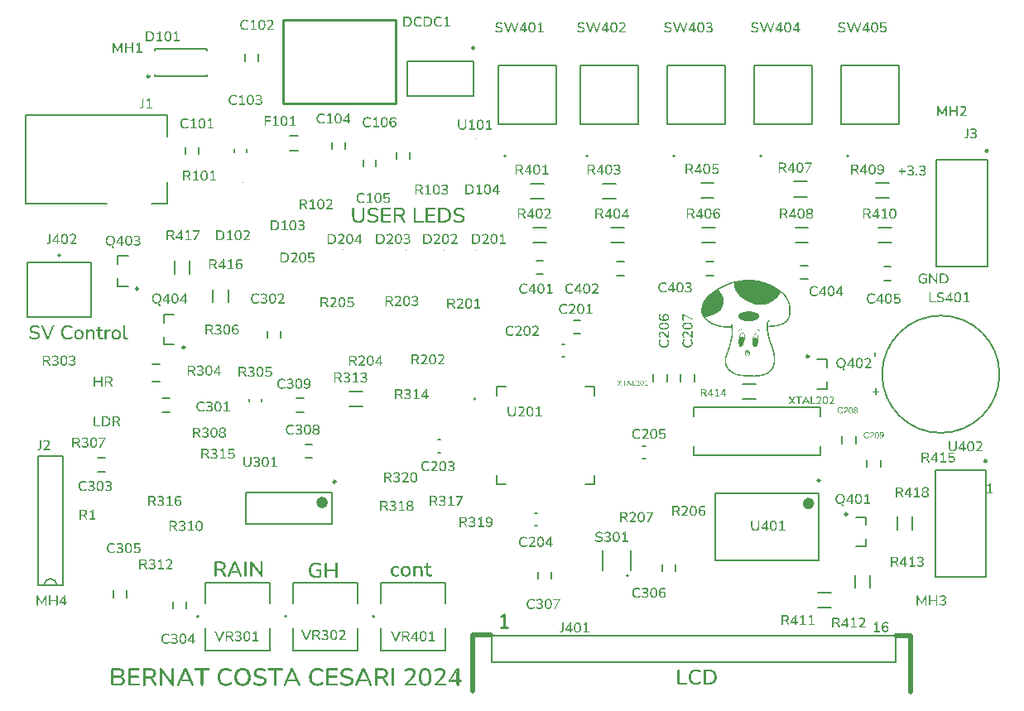
<source format=gto>
G04*
G04 #@! TF.GenerationSoftware,Altium Limited,Altium Designer,24.2.2 (26)*
G04*
G04 Layer_Color=65535*
%FSLAX44Y44*%
%MOMM*%
G71*
G04*
G04 #@! TF.SameCoordinates,855874C8-C577-487B-9C4C-162BAFBB1C60*
G04*
G04*
G04 #@! TF.FilePolarity,Positive*
G04*
G01*
G75*
%ADD10C,0.2000*%
%ADD11C,0.1600*%
%ADD12C,0.2500*%
%ADD13C,0.1270*%
%ADD14C,0.6000*%
%ADD15C,0.1000*%
%ADD16C,0.5000*%
%ADD17C,0.2540*%
G36*
X743776Y391782D02*
X745375D01*
Y391622D01*
X746334D01*
Y391462D01*
X747133D01*
Y391302D01*
X747772D01*
Y391142D01*
X748252D01*
Y390982D01*
X748732D01*
Y390822D01*
X749211D01*
Y390663D01*
X749531D01*
Y390503D01*
X750011D01*
Y390343D01*
X750330D01*
Y390183D01*
X750650D01*
Y390023D01*
X750810D01*
Y389863D01*
X751130D01*
Y389703D01*
X751289D01*
Y389544D01*
X751609D01*
Y389384D01*
X751769D01*
Y389224D01*
X751929D01*
Y389064D01*
X752089D01*
Y388904D01*
X752249D01*
Y388744D01*
X752408D01*
Y388585D01*
X752568D01*
Y388265D01*
X752728D01*
Y388105D01*
X752888D01*
Y387625D01*
X753048D01*
Y386187D01*
X752888D01*
Y385707D01*
X752728D01*
Y385547D01*
X752568D01*
Y385227D01*
X752408D01*
Y385068D01*
X752249D01*
Y384908D01*
X752089D01*
Y384748D01*
X751929D01*
Y384588D01*
X751769D01*
Y384428D01*
X751609D01*
Y384268D01*
X751289D01*
Y384108D01*
X751130D01*
Y383949D01*
X750810D01*
Y383789D01*
X750650D01*
Y383629D01*
X750330D01*
Y383469D01*
X750011D01*
Y383309D01*
X749531D01*
Y383149D01*
X749211D01*
Y382989D01*
X748732D01*
Y382830D01*
X748252D01*
Y382670D01*
X747613D01*
Y382510D01*
X746973D01*
Y382350D01*
X746334D01*
Y382190D01*
X745215D01*
Y382030D01*
X743616D01*
Y381870D01*
X740739D01*
Y382030D01*
X739140D01*
Y382190D01*
X738181D01*
Y382350D01*
X737382D01*
Y382510D01*
X736742D01*
Y382670D01*
X736103D01*
Y382830D01*
X735623D01*
Y382989D01*
X735144D01*
Y383149D01*
X734824D01*
Y383309D01*
X734504D01*
Y383469D01*
X734184D01*
Y383629D01*
X733865D01*
Y383789D01*
X733545D01*
Y383949D01*
X733225D01*
Y384108D01*
X733065D01*
Y384268D01*
X732905D01*
Y384428D01*
X732586D01*
Y384588D01*
X732426D01*
Y384748D01*
X732266D01*
Y384908D01*
X732106D01*
Y385068D01*
X731946D01*
Y385387D01*
X731786D01*
Y385547D01*
X731627D01*
Y385867D01*
X731467D01*
Y386346D01*
X731307D01*
Y387465D01*
X731467D01*
Y387945D01*
X731627D01*
Y388265D01*
X731786D01*
Y388585D01*
X731946D01*
Y388744D01*
X732106D01*
Y388904D01*
X732266D01*
Y389064D01*
X732426D01*
Y389224D01*
X732586D01*
Y389384D01*
X732746D01*
Y389544D01*
X733065D01*
Y389703D01*
X733225D01*
Y389863D01*
X733545D01*
Y390023D01*
X733865D01*
Y390183D01*
X734025D01*
Y390343D01*
X734344D01*
Y390503D01*
X734824D01*
Y390663D01*
X735144D01*
Y390822D01*
X735623D01*
Y390982D01*
X736103D01*
Y391142D01*
X736742D01*
Y391302D01*
X737382D01*
Y391462D01*
X738021D01*
Y391622D01*
X738980D01*
Y391782D01*
X740579D01*
Y391941D01*
X743776D01*
Y391782D01*
D02*
G37*
G36*
X743456Y424073D02*
X746494D01*
Y423914D01*
X748092D01*
Y423754D01*
X749531D01*
Y423594D01*
X750650D01*
Y423434D01*
X751609D01*
Y423274D01*
X752408D01*
Y423114D01*
X753208D01*
Y422954D01*
X754007D01*
Y422795D01*
X754646D01*
Y422635D01*
X755286D01*
Y422475D01*
X755765D01*
Y422315D01*
X756405D01*
Y422155D01*
X756885D01*
Y421995D01*
X757364D01*
Y421835D01*
X757844D01*
Y421675D01*
X758323D01*
Y421516D01*
X758643D01*
Y421356D01*
X759122D01*
Y421196D01*
X759442D01*
Y421036D01*
X759762D01*
Y420876D01*
X760082D01*
Y420716D01*
X760401D01*
Y420556D01*
X761041D01*
Y420397D01*
X761520D01*
Y420237D01*
X762000D01*
Y420077D01*
X762480D01*
Y419917D01*
X762959D01*
Y419757D01*
X763439D01*
Y419597D01*
X763758D01*
Y419437D01*
X764078D01*
Y419278D01*
X764398D01*
Y419118D01*
X764877D01*
Y418958D01*
X765197D01*
Y418798D01*
X765517D01*
Y418638D01*
X765837D01*
Y418478D01*
X766156D01*
Y418318D01*
X766476D01*
Y418159D01*
X766796D01*
Y417999D01*
X766956D01*
Y417839D01*
X767275D01*
Y417679D01*
X767595D01*
Y417519D01*
X767915D01*
Y417359D01*
X768075D01*
Y417199D01*
X768394D01*
Y417040D01*
X768714D01*
Y416880D01*
X769034D01*
Y416720D01*
X769194D01*
Y416560D01*
X769513D01*
Y416400D01*
X769673D01*
Y416240D01*
X769993D01*
Y416080D01*
X770313D01*
Y415921D01*
X770473D01*
Y415761D01*
X770792D01*
Y415601D01*
X770952D01*
Y415441D01*
X771272D01*
Y415281D01*
X771432D01*
Y415121D01*
X771751D01*
Y414961D01*
X771911D01*
Y414801D01*
X772231D01*
Y414642D01*
X772391D01*
Y414482D01*
X772711D01*
Y414322D01*
X772870D01*
Y414162D01*
X773190D01*
Y414002D01*
X773350D01*
Y413842D01*
X773510D01*
Y413683D01*
X773830D01*
Y413523D01*
X773989D01*
Y413363D01*
X774309D01*
Y413203D01*
X774469D01*
Y413043D01*
X774629D01*
Y412883D01*
X774949D01*
Y412723D01*
X775108D01*
Y412564D01*
X775268D01*
Y412404D01*
X775588D01*
Y412244D01*
X775748D01*
Y412084D01*
X775908D01*
Y411924D01*
X776228D01*
Y411764D01*
X776387D01*
Y411604D01*
X776547D01*
Y411445D01*
X776867D01*
Y411285D01*
X777027D01*
Y411125D01*
X777187D01*
Y410965D01*
X777347D01*
Y410805D01*
X777506D01*
Y410645D01*
X777826D01*
Y410485D01*
X777986D01*
Y410325D01*
X778146D01*
Y410166D01*
X778306D01*
Y410006D01*
X778466D01*
Y409846D01*
X778625D01*
Y409686D01*
X778785D01*
Y409366D01*
X778945D01*
Y409206D01*
X779105D01*
Y409047D01*
X779265D01*
Y408887D01*
X779425D01*
Y408727D01*
X779585D01*
Y408567D01*
X779744D01*
Y408247D01*
X779904D01*
Y408087D01*
X780064D01*
Y407928D01*
X780224D01*
Y407608D01*
X780384D01*
Y407448D01*
X780544D01*
Y407128D01*
X780704D01*
Y406968D01*
X780863D01*
Y406649D01*
X781023D01*
Y406489D01*
X781183D01*
Y406169D01*
X781343D01*
Y405849D01*
X781503D01*
Y405690D01*
X781663D01*
Y405370D01*
X781823D01*
Y405050D01*
X781982D01*
Y404730D01*
X782142D01*
Y404411D01*
X782302D01*
Y404091D01*
X782462D01*
Y403771D01*
X782622D01*
Y403451D01*
X782782D01*
Y403132D01*
X782942D01*
Y402812D01*
X783102D01*
Y402492D01*
X783261D01*
Y402013D01*
X783421D01*
Y401693D01*
X783581D01*
Y401213D01*
X783741D01*
Y400894D01*
X783901D01*
Y400414D01*
X784061D01*
Y399775D01*
X784221D01*
Y398975D01*
X784380D01*
Y398016D01*
X784540D01*
Y396897D01*
X784700D01*
Y395299D01*
X784860D01*
Y390503D01*
X784700D01*
Y389064D01*
X784540D01*
Y388105D01*
X784380D01*
Y387465D01*
X784221D01*
Y386826D01*
X784061D01*
Y386187D01*
X783901D01*
Y385707D01*
X783741D01*
Y385227D01*
X783581D01*
Y384908D01*
X783421D01*
Y384588D01*
X783261D01*
Y384268D01*
X783102D01*
Y383949D01*
X782942D01*
Y383629D01*
X782782D01*
Y383309D01*
X782622D01*
Y383149D01*
X782462D01*
Y382830D01*
X782302D01*
Y382670D01*
X782142D01*
Y382510D01*
X781982D01*
Y382190D01*
X781823D01*
Y382030D01*
X781663D01*
Y381870D01*
X781503D01*
Y381711D01*
X781343D01*
Y381551D01*
X781183D01*
Y381391D01*
X781023D01*
Y381231D01*
X780863D01*
Y381071D01*
X780704D01*
Y380911D01*
X780544D01*
Y380751D01*
X780384D01*
Y380592D01*
X780064D01*
Y380432D01*
X779904D01*
Y380272D01*
X779744D01*
Y380112D01*
X779425D01*
Y379952D01*
X779265D01*
Y379792D01*
X778945D01*
Y379632D01*
X778625D01*
Y379472D01*
X778466D01*
Y379313D01*
X778146D01*
Y379153D01*
X777826D01*
Y378993D01*
X777506D01*
Y378833D01*
X777187D01*
Y378673D01*
X776867D01*
Y378513D01*
X776387D01*
Y378353D01*
X776068D01*
Y378194D01*
X775588D01*
Y378034D01*
X775108D01*
Y377874D01*
X774629D01*
Y377714D01*
X774149D01*
Y377554D01*
X773510D01*
Y377394D01*
X772870D01*
Y377234D01*
X772551D01*
Y377075D01*
X772071D01*
Y376915D01*
X771272D01*
Y376755D01*
X770313D01*
Y376595D01*
X769034D01*
Y376435D01*
X767275D01*
Y376275D01*
X765037D01*
Y376115D01*
X764398D01*
Y375956D01*
X763599D01*
Y375796D01*
X762959D01*
Y375636D01*
X762160D01*
Y376115D01*
X762000D01*
Y376915D01*
X762639D01*
Y377075D01*
X763439D01*
Y377234D01*
X764078D01*
Y377394D01*
X764877D01*
Y377554D01*
X766796D01*
Y377714D01*
X768714D01*
Y377874D01*
X769993D01*
Y378034D01*
X771112D01*
Y378194D01*
X771751D01*
Y378353D01*
X772071D01*
Y378513D01*
X772551D01*
Y378673D01*
X773350D01*
Y378833D01*
X773830D01*
Y378993D01*
X774469D01*
Y379153D01*
X774949D01*
Y379313D01*
X775268D01*
Y379472D01*
X775748D01*
Y379632D01*
X776068D01*
Y379792D01*
X776547D01*
Y379952D01*
X776867D01*
Y380112D01*
X777187D01*
Y380272D01*
X777506D01*
Y380432D01*
X777666D01*
Y380592D01*
X777986D01*
Y380751D01*
X778306D01*
Y380911D01*
X778466D01*
Y381071D01*
X778785D01*
Y381231D01*
X778945D01*
Y381391D01*
X779265D01*
Y381551D01*
X779425D01*
Y381711D01*
X779585D01*
Y381870D01*
X779744D01*
Y382030D01*
X780064D01*
Y382190D01*
X780224D01*
Y382350D01*
X780384D01*
Y382510D01*
X780544D01*
Y382830D01*
X780704D01*
Y382989D01*
X780863D01*
Y383149D01*
X781023D01*
Y383309D01*
X781183D01*
Y383629D01*
X781343D01*
Y383789D01*
X781503D01*
Y384108D01*
X781663D01*
Y384268D01*
X781823D01*
Y384588D01*
X781982D01*
Y384908D01*
X782142D01*
Y385227D01*
X782302D01*
Y385547D01*
X782462D01*
Y386027D01*
X782622D01*
Y386506D01*
X782782D01*
Y386986D01*
X782942D01*
Y387625D01*
X783102D01*
Y388425D01*
X783261D01*
Y389384D01*
X783421D01*
Y390982D01*
X783581D01*
Y394659D01*
X783421D01*
Y396577D01*
X783261D01*
Y397696D01*
X783102D01*
Y398656D01*
X782942D01*
Y399455D01*
X782782D01*
Y400094D01*
X782622D01*
Y400574D01*
X782462D01*
Y401054D01*
X782302D01*
Y401373D01*
X782142D01*
Y401693D01*
X781982D01*
Y402173D01*
X781823D01*
Y402492D01*
X781663D01*
Y402812D01*
X781503D01*
Y403132D01*
X781343D01*
Y403451D01*
X781183D01*
Y403771D01*
X781023D01*
Y404091D01*
X780863D01*
Y404411D01*
X780704D01*
Y404730D01*
X780544D01*
Y404890D01*
X780384D01*
Y405210D01*
X780224D01*
Y405530D01*
X780064D01*
Y405690D01*
X779904D01*
Y406009D01*
X779744D01*
Y406329D01*
X779585D01*
Y406489D01*
X779425D01*
Y406809D01*
X779265D01*
Y406968D01*
X779105D01*
Y407128D01*
X778945D01*
Y407448D01*
X778785D01*
Y407608D01*
X778625D01*
Y407768D01*
X778466D01*
Y408087D01*
X778306D01*
Y408247D01*
X778146D01*
Y408407D01*
X777986D01*
Y408567D01*
X777826D01*
Y408727D01*
X777666D01*
Y408887D01*
X777506D01*
Y409047D01*
X777347D01*
Y409206D01*
X777187D01*
Y409366D01*
X777027D01*
Y409526D01*
X776867D01*
Y409686D01*
X776707D01*
Y409846D01*
X776547D01*
Y410006D01*
X776387D01*
Y410166D01*
X776068D01*
Y410325D01*
X775908D01*
Y410485D01*
X775748D01*
Y410645D01*
X775428D01*
Y410805D01*
X775268D01*
Y410965D01*
X775108D01*
Y411125D01*
X774309D01*
Y410965D01*
X774149D01*
Y410645D01*
X773989D01*
Y410325D01*
X773830D01*
Y410006D01*
X773670D01*
Y409526D01*
X773510D01*
Y409206D01*
X773350D01*
Y409047D01*
X773190D01*
Y408887D01*
X773030D01*
Y408567D01*
X772870D01*
Y408247D01*
X772711D01*
Y407928D01*
X772551D01*
Y407608D01*
X772391D01*
Y407448D01*
X772231D01*
Y407128D01*
X772071D01*
Y406809D01*
X771911D01*
Y406649D01*
X771751D01*
Y406489D01*
X771432D01*
Y406329D01*
X771272D01*
Y406169D01*
X771112D01*
Y406009D01*
X770952D01*
Y405849D01*
X770792D01*
Y405690D01*
X770632D01*
Y405530D01*
X770473D01*
Y405210D01*
X770153D01*
Y405050D01*
X769993D01*
Y404890D01*
X769833D01*
Y404730D01*
X769673D01*
Y404571D01*
X769513D01*
Y404411D01*
X769194D01*
Y404251D01*
X769034D01*
Y404091D01*
X768874D01*
Y403931D01*
X768554D01*
Y403771D01*
X768235D01*
Y403611D01*
X768075D01*
Y403451D01*
X767755D01*
Y403292D01*
X767595D01*
Y403132D01*
X767275D01*
Y402972D01*
X766956D01*
Y402812D01*
X766796D01*
Y402652D01*
X766476D01*
Y402492D01*
X766316D01*
Y402332D01*
X765996D01*
Y402173D01*
X765837D01*
Y402013D01*
X765517D01*
Y401853D01*
X765357D01*
Y401693D01*
X765197D01*
Y401533D01*
X765037D01*
Y401373D01*
X764558D01*
Y401213D01*
X764238D01*
Y401054D01*
X764078D01*
Y400894D01*
X763758D01*
Y400734D01*
X763439D01*
Y400574D01*
X763279D01*
Y400414D01*
X763119D01*
Y400094D01*
X762799D01*
Y399935D01*
X762160D01*
Y399775D01*
X761840D01*
Y399615D01*
X761201D01*
Y399455D01*
X760721D01*
Y399295D01*
X760241D01*
Y399135D01*
X759922D01*
Y398975D01*
X756405D01*
Y398815D01*
X749691D01*
Y398975D01*
X748892D01*
Y399135D01*
X748252D01*
Y399295D01*
X747772D01*
Y399455D01*
X747293D01*
Y399615D01*
X746813D01*
Y399775D01*
X746334D01*
Y399935D01*
X745854D01*
Y400094D01*
X745534D01*
Y400254D01*
X745055D01*
Y400414D01*
X744735D01*
Y400574D01*
X744256D01*
Y400734D01*
X743776D01*
Y400894D01*
X743296D01*
Y401054D01*
X742977D01*
Y401213D01*
X742657D01*
Y401373D01*
X742337D01*
Y401533D01*
X742177D01*
Y401693D01*
X741858D01*
Y401853D01*
X741538D01*
Y402013D01*
X741218D01*
Y402173D01*
X740899D01*
Y402332D01*
X740579D01*
Y402492D01*
X740259D01*
Y402652D01*
X740099D01*
Y402812D01*
X739620D01*
Y402972D01*
X739300D01*
Y403292D01*
X738980D01*
Y403451D01*
X738660D01*
Y403611D01*
X738341D01*
Y403771D01*
X738021D01*
Y403931D01*
X737861D01*
Y404091D01*
X737541D01*
Y404251D01*
X737222D01*
Y404411D01*
X736902D01*
Y404571D01*
X736582D01*
Y404730D01*
X736263D01*
Y404890D01*
X736103D01*
Y405050D01*
X735943D01*
Y405210D01*
X735623D01*
Y405370D01*
X735463D01*
Y405530D01*
X735144D01*
Y405690D01*
X734824D01*
Y405849D01*
X734664D01*
Y406009D01*
X734504D01*
Y406169D01*
X734344D01*
Y406329D01*
X734184D01*
Y406489D01*
X734025D01*
Y406649D01*
X733865D01*
Y406809D01*
X733545D01*
Y406968D01*
X733385D01*
Y407128D01*
X733225D01*
Y407288D01*
X733065D01*
Y407448D01*
X732905D01*
Y407608D01*
X732746D01*
Y407928D01*
X732586D01*
Y408087D01*
X732426D01*
Y408247D01*
X732266D01*
Y408407D01*
X732106D01*
Y408567D01*
X731946D01*
Y408727D01*
X731786D01*
Y408887D01*
X731627D01*
Y409047D01*
X731467D01*
Y409206D01*
X731307D01*
Y409366D01*
X731147D01*
Y409686D01*
X730987D01*
Y409846D01*
X730827D01*
Y410006D01*
X730667D01*
Y410485D01*
X730508D01*
Y410645D01*
X730348D01*
Y410965D01*
X730188D01*
Y411285D01*
X730028D01*
Y411445D01*
X729868D01*
Y411764D01*
X729708D01*
Y411924D01*
X729548D01*
Y412084D01*
X729389D01*
Y412244D01*
X729229D01*
Y412723D01*
X729069D01*
Y412883D01*
X728909D01*
Y413043D01*
X728749D01*
Y413523D01*
X728589D01*
Y413683D01*
X728429D01*
Y414162D01*
X728270D01*
Y414482D01*
X728110D01*
Y414961D01*
X727950D01*
Y415281D01*
X727790D01*
Y415761D01*
X727630D01*
Y416080D01*
X727470D01*
Y416720D01*
X727310D01*
Y417839D01*
X727150D01*
Y418958D01*
X726991D01*
Y420876D01*
X726351D01*
Y420716D01*
X725712D01*
Y420556D01*
X725072D01*
Y420397D01*
X724593D01*
Y420237D01*
X723953D01*
Y420077D01*
X723474D01*
Y419917D01*
X722994D01*
Y419757D01*
X722674D01*
Y419597D01*
X722195D01*
Y419437D01*
X721715D01*
Y419278D01*
X721395D01*
Y419118D01*
X721076D01*
Y418958D01*
X720596D01*
Y418798D01*
X720276D01*
Y418638D01*
X719957D01*
Y418478D01*
X719477D01*
Y418318D01*
X719157D01*
Y418159D01*
X718838D01*
Y417999D01*
X718518D01*
Y417839D01*
X718038D01*
Y417679D01*
X717719D01*
Y417519D01*
X717399D01*
Y417359D01*
X717079D01*
Y417199D01*
X716760D01*
Y417040D01*
X716440D01*
Y416880D01*
X716120D01*
Y416720D01*
X715800D01*
Y416560D01*
X715481D01*
Y416400D01*
X715161D01*
Y416240D01*
X714841D01*
Y416080D01*
X714521D01*
Y415921D01*
X714202D01*
Y415761D01*
X713882D01*
Y415601D01*
X713722D01*
Y415441D01*
X713402D01*
Y415281D01*
X713083D01*
Y415121D01*
X712763D01*
Y414961D01*
X712443D01*
Y414801D01*
X712283D01*
Y414642D01*
X711964D01*
Y414482D01*
X711644D01*
Y414322D01*
X711324D01*
Y414162D01*
X711164D01*
Y414002D01*
X710845D01*
Y413842D01*
X711005D01*
Y413683D01*
X711164D01*
Y413523D01*
X711324D01*
Y413363D01*
X711484D01*
Y413203D01*
X711644D01*
Y413043D01*
X711804D01*
Y412883D01*
X711964D01*
Y412723D01*
X712124D01*
Y412404D01*
X712283D01*
Y412244D01*
X712443D01*
Y412084D01*
X712603D01*
Y411924D01*
X712763D01*
Y411764D01*
X712923D01*
Y411604D01*
X713083D01*
Y411285D01*
X713243D01*
Y411125D01*
X713402D01*
Y410965D01*
X713562D01*
Y410805D01*
X713722D01*
Y410645D01*
X713882D01*
Y410325D01*
X714042D01*
Y410006D01*
X714202D01*
Y409846D01*
X714362D01*
Y409526D01*
X714521D01*
Y409206D01*
X714681D01*
Y409047D01*
X714841D01*
Y408727D01*
X715001D01*
Y408407D01*
X715161D01*
Y408087D01*
X715321D01*
Y407768D01*
X715641D01*
Y407288D01*
X715800D01*
Y406809D01*
X715960D01*
Y406169D01*
X716120D01*
Y405690D01*
X716280D01*
Y404890D01*
X716440D01*
Y402173D01*
X716280D01*
Y400254D01*
X716120D01*
Y399455D01*
X715960D01*
Y399135D01*
X715800D01*
Y398336D01*
X715641D01*
Y397377D01*
X715481D01*
Y397057D01*
X715321D01*
Y396737D01*
X715161D01*
Y396418D01*
X715001D01*
Y396098D01*
X714841D01*
Y395938D01*
X714681D01*
Y395618D01*
X714521D01*
Y395299D01*
X714362D01*
Y394979D01*
X714202D01*
Y394819D01*
X714042D01*
Y394499D01*
X713882D01*
Y394180D01*
X713722D01*
Y393860D01*
X713562D01*
Y393540D01*
X713402D01*
Y393220D01*
X713083D01*
Y392901D01*
X712923D01*
Y392741D01*
X712763D01*
Y392581D01*
X712603D01*
Y392421D01*
X712443D01*
Y392261D01*
X712283D01*
Y392101D01*
X711964D01*
Y391941D01*
X711804D01*
Y391782D01*
X711484D01*
Y391622D01*
X711324D01*
Y391462D01*
X711005D01*
Y391302D01*
X710845D01*
Y391142D01*
X710685D01*
Y390982D01*
X710205D01*
Y390822D01*
X709886D01*
Y390663D01*
X709566D01*
Y390503D01*
X709406D01*
Y390343D01*
X709246D01*
Y390183D01*
X708926D01*
Y390023D01*
X708767D01*
Y389863D01*
X708447D01*
Y389703D01*
X708127D01*
Y389544D01*
X707648D01*
Y389384D01*
X707328D01*
Y389224D01*
X707008D01*
Y389064D01*
X706688D01*
Y388904D01*
X706369D01*
Y388744D01*
X706209D01*
Y388585D01*
X705889D01*
Y388425D01*
X705569D01*
Y388265D01*
X705250D01*
Y388105D01*
X704770D01*
Y387945D01*
X704290D01*
Y387785D01*
X703811D01*
Y387625D01*
X703331D01*
Y387465D01*
X702692D01*
Y387306D01*
X702532D01*
Y387146D01*
X702052D01*
Y386986D01*
X701573D01*
Y386826D01*
X701253D01*
Y386666D01*
X700614D01*
Y386506D01*
X699814D01*
Y386346D01*
X699335D01*
Y386187D01*
X698536D01*
Y386027D01*
X697896D01*
Y385867D01*
X697417D01*
Y385707D01*
X697576D01*
Y385547D01*
X697736D01*
Y385387D01*
X697896D01*
Y385227D01*
X698056D01*
Y385068D01*
X698216D01*
Y384908D01*
X698376D01*
Y384748D01*
X698536D01*
Y384588D01*
X698695D01*
Y384428D01*
X698855D01*
Y384268D01*
X699015D01*
Y384108D01*
X699175D01*
Y383949D01*
X699335D01*
Y383789D01*
X699495D01*
Y383629D01*
X699814D01*
Y383469D01*
X699974D01*
Y383309D01*
X700134D01*
Y383149D01*
X700294D01*
Y382989D01*
X700454D01*
Y382830D01*
X700614D01*
Y382670D01*
X700933D01*
Y382510D01*
X701093D01*
Y382350D01*
X701253D01*
Y382190D01*
X701413D01*
Y382030D01*
X701733D01*
Y381870D01*
X701893D01*
Y381711D01*
X702052D01*
Y381551D01*
X702372D01*
Y381391D01*
X702532D01*
Y381231D01*
X702692D01*
Y381071D01*
X703012D01*
Y380911D01*
X703171D01*
Y380751D01*
X703491D01*
Y380592D01*
X703811D01*
Y380432D01*
X704131D01*
Y380272D01*
X704450D01*
Y380112D01*
X704930D01*
Y379952D01*
X705409D01*
Y379792D01*
X705889D01*
Y379632D01*
X706369D01*
Y379472D01*
X706688D01*
Y379313D01*
X707168D01*
Y379153D01*
X707648D01*
Y378993D01*
X708127D01*
Y378833D01*
X708607D01*
Y378673D01*
X709086D01*
Y378513D01*
X709566D01*
Y378353D01*
X710205D01*
Y378194D01*
X710685D01*
Y378034D01*
X711164D01*
Y377874D01*
X711804D01*
Y377714D01*
X712283D01*
Y377554D01*
X712923D01*
Y377394D01*
X713562D01*
Y377234D01*
X714202D01*
Y377075D01*
X715001D01*
Y376915D01*
X716919D01*
Y376755D01*
X721236D01*
Y376915D01*
X722195D01*
Y376755D01*
X723474D01*
Y376595D01*
X723953D01*
Y376435D01*
X724113D01*
Y377554D01*
X723953D01*
Y378673D01*
X724113D01*
Y378833D01*
X725232D01*
Y377714D01*
X725392D01*
Y376595D01*
X725552D01*
Y374996D01*
X725712D01*
Y372918D01*
X725872D01*
Y368282D01*
X725712D01*
Y366684D01*
X725552D01*
Y365724D01*
X725392D01*
Y365085D01*
X725232D01*
Y364446D01*
X725072D01*
Y363646D01*
X724912D01*
Y363007D01*
X724753D01*
Y362367D01*
X724593D01*
Y361568D01*
X724433D01*
Y360929D01*
X724273D01*
Y360289D01*
X724113D01*
Y359650D01*
X723953D01*
Y359010D01*
X723793D01*
Y358371D01*
X723634D01*
Y357732D01*
X723474D01*
Y357092D01*
X723314D01*
Y356453D01*
X723154D01*
Y355973D01*
X722994D01*
Y355334D01*
X722834D01*
Y354854D01*
X722674D01*
Y354374D01*
X722515D01*
Y353895D01*
X722355D01*
Y353415D01*
X722195D01*
Y352936D01*
X722035D01*
Y352616D01*
X721875D01*
Y352136D01*
X721715D01*
Y351657D01*
X721555D01*
Y351177D01*
X721395D01*
Y350698D01*
X721236D01*
Y350218D01*
X721076D01*
Y349739D01*
X720916D01*
Y349419D01*
X720756D01*
Y348939D01*
X720596D01*
Y348460D01*
X720436D01*
Y347980D01*
X720276D01*
Y347500D01*
X720117D01*
Y347021D01*
X719957D01*
Y346541D01*
X719797D01*
Y346222D01*
X719637D01*
Y345742D01*
X719477D01*
Y345262D01*
X719317D01*
Y344783D01*
X719157D01*
Y344143D01*
X718998D01*
Y343184D01*
X718838D01*
Y340467D01*
X718998D01*
Y339348D01*
X719157D01*
Y338548D01*
X719317D01*
Y337909D01*
X719477D01*
Y337429D01*
X719637D01*
Y336950D01*
X719797D01*
Y336470D01*
X719957D01*
Y336150D01*
X720117D01*
Y335831D01*
X720276D01*
Y335511D01*
X720436D01*
Y335191D01*
X720596D01*
Y334871D01*
X720756D01*
Y334552D01*
X720916D01*
Y334232D01*
X721076D01*
Y334072D01*
X721236D01*
Y333752D01*
X721395D01*
Y333593D01*
X721555D01*
Y333433D01*
X721715D01*
Y333273D01*
X721875D01*
Y333113D01*
X722035D01*
Y332953D01*
X722195D01*
Y332793D01*
X722355D01*
Y332633D01*
X722515D01*
Y332474D01*
X722674D01*
Y332314D01*
X722834D01*
Y332154D01*
X722994D01*
Y331994D01*
X723154D01*
Y331834D01*
X723474D01*
Y331674D01*
X723634D01*
Y331514D01*
X723793D01*
Y331355D01*
X723953D01*
Y331195D01*
X724273D01*
Y331035D01*
X724433D01*
Y330875D01*
X724593D01*
Y330715D01*
X724912D01*
Y330555D01*
X725072D01*
Y330395D01*
X725392D01*
Y330235D01*
X725552D01*
Y330076D01*
X725872D01*
Y329916D01*
X726191D01*
Y329756D01*
X726351D01*
Y329596D01*
X726671D01*
Y329436D01*
X726991D01*
Y329276D01*
X727310D01*
Y329117D01*
X727630D01*
Y328957D01*
X727950D01*
Y328797D01*
X728270D01*
Y328637D01*
X728589D01*
Y328477D01*
X729069D01*
Y328317D01*
X729389D01*
Y328157D01*
X729868D01*
Y327998D01*
X730348D01*
Y327838D01*
X730987D01*
Y327678D01*
X731627D01*
Y327518D01*
X732266D01*
Y327358D01*
X733385D01*
Y327198D01*
X734984D01*
Y327038D01*
X737222D01*
Y326879D01*
X739620D01*
Y326719D01*
X742337D01*
Y326559D01*
X746973D01*
Y326399D01*
X748412D01*
Y326559D01*
X750490D01*
Y326719D01*
X752089D01*
Y326879D01*
X753527D01*
Y327038D01*
X754487D01*
Y327198D01*
X755286D01*
Y327358D01*
X756085D01*
Y327518D01*
X756725D01*
Y327678D01*
X757204D01*
Y327838D01*
X757844D01*
Y327998D01*
X758323D01*
Y328157D01*
X758803D01*
Y328317D01*
X759122D01*
Y328477D01*
X759442D01*
Y328637D01*
X759922D01*
Y328797D01*
X760241D01*
Y328957D01*
X760561D01*
Y329117D01*
X760881D01*
Y329276D01*
X761041D01*
Y329436D01*
X761361D01*
Y329596D01*
X761680D01*
Y329756D01*
X761840D01*
Y329916D01*
X762000D01*
Y330076D01*
X762320D01*
Y330235D01*
X762480D01*
Y330395D01*
X762639D01*
Y330555D01*
X762799D01*
Y330715D01*
X762959D01*
Y330875D01*
X763119D01*
Y331035D01*
X763279D01*
Y331195D01*
X763439D01*
Y331355D01*
X763758D01*
Y331514D01*
X763918D01*
Y331674D01*
X764078D01*
Y331834D01*
X764238D01*
Y332154D01*
X764398D01*
Y332314D01*
X764558D01*
Y332474D01*
X764718D01*
Y332633D01*
X764877D01*
Y332953D01*
X765037D01*
Y333113D01*
X765197D01*
Y333433D01*
X765357D01*
Y333593D01*
X765517D01*
Y333912D01*
X765677D01*
Y334232D01*
X765837D01*
Y334552D01*
X765996D01*
Y334871D01*
X766156D01*
Y335191D01*
X766316D01*
Y335671D01*
X766476D01*
Y335990D01*
X766636D01*
Y336470D01*
X766796D01*
Y337109D01*
X766956D01*
Y337589D01*
X767115D01*
Y338228D01*
X767275D01*
Y339028D01*
X767435D01*
Y339987D01*
X767595D01*
Y341106D01*
X767755D01*
Y345582D01*
X767595D01*
Y346701D01*
X767435D01*
Y347660D01*
X767275D01*
Y348619D01*
X767115D01*
Y349259D01*
X766956D01*
Y350058D01*
X766796D01*
Y350698D01*
X766636D01*
Y351337D01*
X766476D01*
Y351977D01*
X766316D01*
Y352616D01*
X766156D01*
Y353096D01*
X765996D01*
Y353735D01*
X765837D01*
Y354215D01*
X765677D01*
Y354694D01*
X765517D01*
Y355014D01*
X765357D01*
Y355493D01*
X765197D01*
Y355973D01*
X765037D01*
Y356293D01*
X764877D01*
Y356772D01*
X764718D01*
Y357092D01*
X764558D01*
Y357572D01*
X764398D01*
Y358051D01*
X764238D01*
Y358371D01*
X764078D01*
Y358851D01*
X763918D01*
Y359330D01*
X763758D01*
Y359810D01*
X763599D01*
Y360289D01*
X763439D01*
Y360609D01*
X763279D01*
Y361088D01*
X763119D01*
Y361568D01*
X762959D01*
Y362048D01*
X762799D01*
Y362527D01*
X762639D01*
Y363167D01*
X762480D01*
Y363646D01*
X762320D01*
Y364126D01*
X762160D01*
Y364765D01*
X762000D01*
Y365405D01*
X761840D01*
Y366044D01*
X761680D01*
Y367003D01*
X761520D01*
Y367962D01*
X761361D01*
Y368922D01*
X761201D01*
Y369881D01*
X761041D01*
Y370840D01*
X760881D01*
Y372119D01*
X760721D01*
Y373398D01*
X760561D01*
Y375156D01*
X760401D01*
Y377874D01*
X760561D01*
Y379313D01*
X760721D01*
Y380112D01*
X760881D01*
Y380592D01*
X761041D01*
Y381071D01*
X761201D01*
Y381551D01*
X761361D01*
Y381870D01*
X761520D01*
Y382190D01*
X761680D01*
Y382510D01*
X761840D01*
Y382670D01*
X762000D01*
Y382989D01*
X762160D01*
Y383149D01*
X762480D01*
Y382989D01*
X762799D01*
Y382830D01*
X762959D01*
Y382670D01*
X763119D01*
Y382510D01*
X763279D01*
Y382190D01*
X763119D01*
Y382030D01*
X762959D01*
Y381870D01*
X762799D01*
Y381551D01*
X762639D01*
Y381231D01*
X762480D01*
Y380911D01*
X762320D01*
Y380432D01*
X762160D01*
Y379792D01*
X762000D01*
Y378993D01*
X761840D01*
Y376275D01*
X761680D01*
Y375956D01*
X761840D01*
Y373717D01*
X762000D01*
Y372279D01*
X762160D01*
Y371160D01*
X762320D01*
Y370201D01*
X762480D01*
Y369081D01*
X762639D01*
Y368282D01*
X762799D01*
Y367323D01*
X762959D01*
Y366364D01*
X763119D01*
Y365565D01*
X763279D01*
Y364925D01*
X763439D01*
Y364446D01*
X763599D01*
Y363806D01*
X763758D01*
Y363327D01*
X763918D01*
Y362847D01*
X764078D01*
Y362367D01*
X764238D01*
Y361888D01*
X764398D01*
Y361408D01*
X764558D01*
Y360929D01*
X764718D01*
Y360449D01*
X764877D01*
Y359969D01*
X765037D01*
Y359650D01*
X765197D01*
Y359170D01*
X765357D01*
Y358691D01*
X765517D01*
Y358211D01*
X765677D01*
Y357891D01*
X765837D01*
Y357412D01*
X765996D01*
Y357092D01*
X766156D01*
Y356612D01*
X766316D01*
Y356133D01*
X766476D01*
Y355813D01*
X766636D01*
Y355334D01*
X766796D01*
Y355014D01*
X766956D01*
Y354534D01*
X767115D01*
Y353895D01*
X767275D01*
Y353415D01*
X767435D01*
Y352776D01*
X767595D01*
Y352296D01*
X767755D01*
Y351657D01*
X767915D01*
Y351017D01*
X768075D01*
Y350218D01*
X768235D01*
Y349579D01*
X768394D01*
Y348779D01*
X768554D01*
Y347980D01*
X768714D01*
Y347021D01*
X768874D01*
Y345902D01*
X769034D01*
Y344143D01*
X769194D01*
Y342065D01*
X769034D01*
Y340946D01*
X768874D01*
Y339827D01*
X768714D01*
Y338868D01*
X768554D01*
Y338069D01*
X768394D01*
Y337429D01*
X768235D01*
Y336790D01*
X768075D01*
Y336310D01*
X767915D01*
Y335831D01*
X767755D01*
Y335351D01*
X767595D01*
Y334871D01*
X767435D01*
Y334552D01*
X767275D01*
Y334232D01*
X767115D01*
Y333912D01*
X766956D01*
Y333593D01*
X766796D01*
Y333273D01*
X766636D01*
Y332953D01*
X766476D01*
Y332793D01*
X766316D01*
Y332474D01*
X766156D01*
Y332314D01*
X765996D01*
Y331994D01*
X765837D01*
Y331834D01*
X765677D01*
Y331514D01*
X765517D01*
Y331355D01*
X765357D01*
Y331195D01*
X765197D01*
Y331035D01*
X765037D01*
Y330875D01*
X764877D01*
Y330715D01*
X764718D01*
Y330555D01*
X764558D01*
Y330395D01*
X764398D01*
Y330235D01*
X764238D01*
Y330076D01*
X763918D01*
Y329916D01*
X763758D01*
Y329756D01*
X763599D01*
Y329596D01*
X763439D01*
Y329436D01*
X763279D01*
Y329276D01*
X763119D01*
Y329117D01*
X762959D01*
Y328957D01*
X762639D01*
Y328797D01*
X762480D01*
Y328637D01*
X762320D01*
Y328477D01*
X762000D01*
Y328317D01*
X761680D01*
Y328157D01*
X761520D01*
Y327998D01*
X761201D01*
Y327838D01*
X760881D01*
Y327678D01*
X760561D01*
Y327518D01*
X760241D01*
Y327358D01*
X759762D01*
Y327198D01*
X759442D01*
Y327038D01*
X758963D01*
Y326879D01*
X758483D01*
Y326719D01*
X758003D01*
Y326559D01*
X757524D01*
Y326399D01*
X756885D01*
Y326239D01*
X756245D01*
Y326079D01*
X755606D01*
Y325919D01*
X754806D01*
Y325759D01*
X753687D01*
Y325600D01*
X752408D01*
Y325440D01*
X750650D01*
Y325280D01*
X749371D01*
Y325120D01*
X745375D01*
Y325280D01*
X741698D01*
Y325440D01*
X738980D01*
Y325600D01*
X736582D01*
Y325759D01*
X734504D01*
Y325919D01*
X733065D01*
Y326079D01*
X732106D01*
Y326239D01*
X731307D01*
Y326399D01*
X730667D01*
Y326559D01*
X730188D01*
Y326719D01*
X729708D01*
Y326879D01*
X729229D01*
Y327038D01*
X728749D01*
Y327198D01*
X728270D01*
Y327358D01*
X727950D01*
Y327518D01*
X727630D01*
Y327678D01*
X727310D01*
Y327838D01*
X726991D01*
Y327998D01*
X726671D01*
Y328157D01*
X726351D01*
Y328317D01*
X726031D01*
Y328477D01*
X725712D01*
Y328637D01*
X725392D01*
Y328797D01*
X725232D01*
Y328957D01*
X724912D01*
Y329117D01*
X724753D01*
Y329276D01*
X724433D01*
Y329436D01*
X724273D01*
Y329596D01*
X723953D01*
Y329756D01*
X723793D01*
Y329916D01*
X723474D01*
Y330076D01*
X723314D01*
Y330235D01*
X723154D01*
Y330395D01*
X722994D01*
Y330555D01*
X722674D01*
Y330715D01*
X722515D01*
Y330875D01*
X722355D01*
Y331035D01*
X722195D01*
Y331195D01*
X722035D01*
Y331355D01*
X721875D01*
Y331514D01*
X721715D01*
Y331674D01*
X721395D01*
Y331834D01*
X721236D01*
Y331994D01*
X721076D01*
Y332154D01*
X720916D01*
Y332314D01*
X720756D01*
Y332633D01*
X720596D01*
Y332793D01*
X720436D01*
Y332953D01*
X720276D01*
Y333113D01*
X720117D01*
Y333433D01*
X719957D01*
Y333593D01*
X719797D01*
Y333912D01*
X719637D01*
Y334232D01*
X719477D01*
Y334392D01*
X719317D01*
Y334712D01*
X719157D01*
Y335031D01*
X718998D01*
Y335511D01*
X718838D01*
Y335831D01*
X718678D01*
Y336310D01*
X718518D01*
Y336630D01*
X718358D01*
Y337109D01*
X718198D01*
Y337749D01*
X718038D01*
Y338228D01*
X717879D01*
Y339028D01*
X717719D01*
Y340147D01*
X717559D01*
Y343504D01*
X717719D01*
Y344303D01*
X717879D01*
Y344943D01*
X718038D01*
Y345422D01*
X718198D01*
Y345902D01*
X718358D01*
Y346381D01*
X718518D01*
Y346861D01*
X718678D01*
Y347341D01*
X718838D01*
Y347820D01*
X718998D01*
Y348300D01*
X719157D01*
Y348779D01*
X719317D01*
Y349099D01*
X719477D01*
Y349579D01*
X719637D01*
Y350058D01*
X719797D01*
Y350538D01*
X719957D01*
Y351017D01*
X720117D01*
Y351497D01*
X720276D01*
Y351817D01*
X720436D01*
Y352296D01*
X720596D01*
Y352776D01*
X720756D01*
Y353255D01*
X720916D01*
Y353735D01*
X721076D01*
Y354215D01*
X721236D01*
Y354534D01*
X721395D01*
Y355014D01*
X721555D01*
Y355653D01*
X721715D01*
Y356133D01*
X721875D01*
Y356772D01*
X722035D01*
Y357412D01*
X722195D01*
Y357891D01*
X722355D01*
Y358531D01*
X722515D01*
Y359170D01*
X722674D01*
Y359810D01*
X722834D01*
Y360449D01*
X722994D01*
Y361248D01*
X723154D01*
Y361888D01*
X723314D01*
Y362527D01*
X723474D01*
Y363327D01*
X723634D01*
Y363966D01*
X723793D01*
Y364605D01*
X723953D01*
Y365405D01*
X724113D01*
Y366044D01*
X724273D01*
Y367003D01*
X724433D01*
Y368922D01*
X724593D01*
Y372119D01*
X724433D01*
Y374677D01*
X724273D01*
Y376275D01*
X724113D01*
Y376115D01*
X723953D01*
Y375956D01*
X723793D01*
Y375636D01*
X723634D01*
Y375316D01*
X723314D01*
Y375476D01*
X715960D01*
Y375636D01*
X714841D01*
Y375796D01*
X714042D01*
Y375956D01*
X713243D01*
Y376115D01*
X712603D01*
Y376275D01*
X712124D01*
Y376435D01*
X711484D01*
Y376595D01*
X711005D01*
Y376755D01*
X710365D01*
Y376915D01*
X709886D01*
Y377075D01*
X709406D01*
Y377234D01*
X708926D01*
Y377394D01*
X708447D01*
Y377554D01*
X707967D01*
Y377714D01*
X707488D01*
Y377874D01*
X707008D01*
Y378034D01*
X706528D01*
Y378194D01*
X706049D01*
Y378353D01*
X705569D01*
Y378513D01*
X705090D01*
Y378673D01*
X704610D01*
Y378833D01*
X704290D01*
Y378993D01*
X703811D01*
Y379153D01*
X703331D01*
Y379313D01*
X703171D01*
Y379472D01*
X702852D01*
Y379632D01*
X702532D01*
Y379792D01*
X702372D01*
Y379952D01*
X702052D01*
Y380112D01*
X701893D01*
Y380272D01*
X701573D01*
Y380432D01*
X701413D01*
Y380592D01*
X701253D01*
Y380751D01*
X700933D01*
Y380911D01*
X700774D01*
Y381071D01*
X700614D01*
Y381231D01*
X700294D01*
Y381391D01*
X700134D01*
Y381551D01*
X699974D01*
Y381711D01*
X699814D01*
Y381870D01*
X699655D01*
Y382030D01*
X699335D01*
Y382190D01*
X699175D01*
Y382350D01*
X699015D01*
Y382510D01*
X698855D01*
Y382670D01*
X698695D01*
Y382830D01*
X698536D01*
Y382989D01*
X698376D01*
Y383149D01*
X698216D01*
Y383309D01*
X698056D01*
Y383469D01*
X697896D01*
Y383629D01*
X697736D01*
Y383789D01*
X697576D01*
Y383949D01*
X697417D01*
Y384108D01*
X697257D01*
Y384268D01*
X697097D01*
Y384428D01*
X696937D01*
Y384588D01*
X696777D01*
Y384748D01*
X696617D01*
Y384908D01*
X696457D01*
Y385068D01*
X696298D01*
Y385227D01*
X696138D01*
Y385387D01*
X695978D01*
Y385707D01*
X695818D01*
Y385867D01*
X695658D01*
Y386027D01*
X695498D01*
Y386346D01*
X695338D01*
Y386506D01*
X695179D01*
Y386666D01*
X695019D01*
Y386986D01*
X694859D01*
Y387146D01*
X694699D01*
Y387465D01*
X694539D01*
Y387785D01*
X694379D01*
Y388105D01*
X694219D01*
Y388425D01*
X694059D01*
Y388904D01*
X693900D01*
Y389544D01*
X693740D01*
Y390343D01*
X693580D01*
Y394339D01*
X693740D01*
Y395458D01*
X693900D01*
Y396418D01*
X694059D01*
Y397057D01*
X694219D01*
Y397696D01*
X694379D01*
Y398336D01*
X694539D01*
Y398975D01*
X694699D01*
Y399615D01*
X694859D01*
Y400094D01*
X695019D01*
Y400414D01*
X695179D01*
Y400734D01*
X695338D01*
Y401054D01*
X695498D01*
Y401373D01*
X695658D01*
Y401693D01*
X695818D01*
Y402013D01*
X695978D01*
Y402332D01*
X696138D01*
Y402492D01*
X696298D01*
Y402812D01*
X696457D01*
Y402972D01*
X696617D01*
Y403292D01*
X696777D01*
Y403451D01*
X696937D01*
Y403771D01*
X697097D01*
Y403931D01*
X697257D01*
Y404251D01*
X697417D01*
Y404411D01*
X697576D01*
Y404571D01*
X697736D01*
Y404730D01*
X697896D01*
Y405050D01*
X698056D01*
Y405210D01*
X698216D01*
Y405370D01*
X698376D01*
Y405530D01*
X698536D01*
Y405849D01*
X698695D01*
Y406009D01*
X698855D01*
Y406169D01*
X699015D01*
Y406329D01*
X699175D01*
Y406489D01*
X699335D01*
Y406649D01*
X699495D01*
Y406809D01*
X699655D01*
Y406968D01*
X699814D01*
Y407128D01*
X699974D01*
Y407288D01*
X700134D01*
Y407448D01*
X700294D01*
Y407608D01*
X700454D01*
Y407768D01*
X700614D01*
Y407928D01*
X700774D01*
Y408087D01*
X700933D01*
Y408247D01*
X701093D01*
Y408407D01*
X701253D01*
Y408567D01*
X701413D01*
Y408727D01*
X701573D01*
Y408887D01*
X701733D01*
Y409047D01*
X701893D01*
Y409206D01*
X702052D01*
Y409366D01*
X702212D01*
Y409526D01*
X702532D01*
Y409686D01*
X702692D01*
Y409846D01*
X702852D01*
Y410006D01*
X703012D01*
Y410166D01*
X703171D01*
Y410325D01*
X703491D01*
Y410485D01*
X703651D01*
Y410645D01*
X703811D01*
Y410805D01*
X703971D01*
Y410965D01*
X704290D01*
Y411125D01*
X704450D01*
Y411285D01*
X704610D01*
Y411445D01*
X704930D01*
Y411604D01*
X705090D01*
Y411764D01*
X705409D01*
Y411924D01*
X705569D01*
Y412084D01*
X705729D01*
Y412244D01*
X706049D01*
Y412404D01*
X706209D01*
Y412564D01*
X706528D01*
Y412723D01*
X706688D01*
Y412883D01*
X706848D01*
Y413043D01*
X707168D01*
Y413203D01*
X707328D01*
Y413363D01*
X707648D01*
Y413523D01*
X707807D01*
Y413683D01*
X708127D01*
Y413842D01*
X708447D01*
Y414002D01*
X708607D01*
Y414162D01*
X708926D01*
Y414322D01*
X709086D01*
Y414482D01*
X709406D01*
Y414642D01*
X709726D01*
Y414801D01*
X709886D01*
Y414961D01*
X710205D01*
Y415121D01*
X710365D01*
Y415281D01*
X710685D01*
Y415441D01*
X711005D01*
Y415601D01*
X711324D01*
Y415761D01*
X711484D01*
Y415921D01*
X711804D01*
Y416080D01*
X712124D01*
Y416240D01*
X712443D01*
Y416400D01*
X712603D01*
Y416560D01*
X712923D01*
Y416720D01*
X713243D01*
Y416880D01*
X713562D01*
Y417040D01*
X713882D01*
Y417199D01*
X714202D01*
Y417359D01*
X714521D01*
Y417519D01*
X714841D01*
Y417679D01*
X715161D01*
Y417839D01*
X715481D01*
Y417999D01*
X715800D01*
Y418159D01*
X716120D01*
Y418318D01*
X716440D01*
Y418478D01*
X716760D01*
Y418638D01*
X717079D01*
Y418798D01*
X717399D01*
Y418958D01*
X717719D01*
Y419118D01*
X718038D01*
Y419278D01*
X718518D01*
Y419437D01*
X718838D01*
Y419597D01*
X719157D01*
Y419757D01*
X719637D01*
Y419917D01*
X719957D01*
Y420077D01*
X720276D01*
Y420237D01*
X720756D01*
Y420397D01*
X721076D01*
Y420556D01*
X721555D01*
Y420716D01*
X721875D01*
Y420876D01*
X722355D01*
Y421036D01*
X722834D01*
Y421196D01*
X723314D01*
Y421356D01*
X723793D01*
Y421516D01*
X724273D01*
Y421675D01*
X724912D01*
Y421835D01*
X725392D01*
Y421995D01*
X726031D01*
Y422155D01*
X726671D01*
Y422315D01*
X727310D01*
Y422475D01*
X728110D01*
Y422635D01*
X728749D01*
Y422795D01*
X729548D01*
Y422954D01*
X730508D01*
Y423114D01*
X731307D01*
Y423274D01*
X732266D01*
Y423434D01*
X733385D01*
Y423594D01*
X734504D01*
Y423754D01*
X735623D01*
Y423914D01*
X737062D01*
Y424073D01*
X739140D01*
Y424233D01*
X743456D01*
Y424073D01*
D02*
G37*
G36*
X751289Y373717D02*
X751929D01*
Y373558D01*
X752249D01*
Y373398D01*
X752408D01*
Y373238D01*
X752728D01*
Y373078D01*
X752888D01*
Y372918D01*
X753048D01*
Y372758D01*
X753368D01*
Y372598D01*
X753527D01*
Y372279D01*
X753687D01*
Y372119D01*
X753847D01*
Y371959D01*
X754007D01*
Y371799D01*
X753847D01*
Y371639D01*
X753687D01*
Y371479D01*
X753208D01*
Y371639D01*
X753048D01*
Y371799D01*
X752888D01*
Y371959D01*
X752728D01*
Y372119D01*
X752568D01*
Y372279D01*
X752408D01*
Y372439D01*
X752249D01*
Y372598D01*
X751929D01*
Y372758D01*
X751609D01*
Y372918D01*
X751289D01*
Y373078D01*
X750810D01*
Y373558D01*
X750970D01*
Y373877D01*
X751289D01*
Y373717D01*
D02*
G37*
G36*
X734664Y373398D02*
X734184D01*
Y373238D01*
X733865D01*
Y373078D01*
X733545D01*
Y372918D01*
X733385D01*
Y372758D01*
X733225D01*
Y372598D01*
X733065D01*
Y372439D01*
X732905D01*
Y372279D01*
X732746D01*
Y372119D01*
X732586D01*
Y371959D01*
X732426D01*
Y371799D01*
X732266D01*
Y371639D01*
X732106D01*
Y371479D01*
X731786D01*
Y371639D01*
X731627D01*
Y371799D01*
X731467D01*
Y372119D01*
X731627D01*
Y372439D01*
X731786D01*
Y372598D01*
X731946D01*
Y372758D01*
X732106D01*
Y372918D01*
X732266D01*
Y373078D01*
X732426D01*
Y373238D01*
X732746D01*
Y373398D01*
X732905D01*
Y373558D01*
X733065D01*
Y373717D01*
X733385D01*
Y373877D01*
X733705D01*
Y374037D01*
X734025D01*
Y374197D01*
X734664D01*
Y373398D01*
D02*
G37*
G36*
X736582Y369881D02*
X736902D01*
Y369721D01*
X737222D01*
Y369561D01*
X737382D01*
Y369401D01*
X737541D01*
Y369081D01*
X737701D01*
Y368922D01*
X737861D01*
Y368442D01*
X738021D01*
Y367962D01*
X738181D01*
Y367323D01*
X738341D01*
Y364765D01*
X738181D01*
Y363646D01*
X738021D01*
Y362847D01*
X737861D01*
Y362208D01*
X737701D01*
Y361568D01*
X737541D01*
Y361088D01*
X737382D01*
Y360609D01*
X737222D01*
Y360129D01*
X737062D01*
Y359650D01*
X736902D01*
Y359170D01*
X736742D01*
Y358691D01*
X736582D01*
Y358371D01*
X736422D01*
Y358211D01*
Y358051D01*
Y357891D01*
X736263D01*
Y357572D01*
X736103D01*
Y357252D01*
X735943D01*
Y356932D01*
X735783D01*
Y356772D01*
X735623D01*
Y356612D01*
X735463D01*
Y356453D01*
X735303D01*
Y356293D01*
X735144D01*
Y356133D01*
X734984D01*
Y355973D01*
X734824D01*
Y355813D01*
X734504D01*
Y355653D01*
X733865D01*
Y355493D01*
X733705D01*
Y355653D01*
X733225D01*
Y355813D01*
X732905D01*
Y355973D01*
X732746D01*
Y356293D01*
X732586D01*
Y356453D01*
X732426D01*
Y356772D01*
X732266D01*
Y357092D01*
X732106D01*
Y357412D01*
X731946D01*
Y358051D01*
X731786D01*
Y359010D01*
X731627D01*
Y362687D01*
X731786D01*
Y363646D01*
X731946D01*
Y364286D01*
X732106D01*
Y364765D01*
X732266D01*
Y365405D01*
X732426D01*
Y366044D01*
X732586D01*
Y366684D01*
X732746D01*
Y367163D01*
X732905D01*
Y367643D01*
X733065D01*
Y367962D01*
X733225D01*
Y368442D01*
X733385D01*
Y368762D01*
X733545D01*
Y368922D01*
X733705D01*
Y369241D01*
X734025D01*
Y369401D01*
X734184D01*
Y369561D01*
X734504D01*
Y369721D01*
X734824D01*
Y369881D01*
X735303D01*
Y370041D01*
X736582D01*
Y369881D01*
D02*
G37*
G36*
X749691Y369081D02*
X750170D01*
Y368922D01*
X750490D01*
Y368762D01*
X750650D01*
Y368602D01*
X750970D01*
Y368442D01*
X751130D01*
Y368282D01*
X751289D01*
Y367962D01*
X751449D01*
Y367643D01*
X751609D01*
Y367163D01*
X751769D01*
Y366044D01*
X751929D01*
Y363646D01*
X751769D01*
Y361888D01*
X751609D01*
Y360609D01*
X751449D01*
Y359490D01*
X751289D01*
Y358531D01*
X751130D01*
Y357732D01*
X750970D01*
Y357092D01*
X750810D01*
Y356772D01*
X750650D01*
Y356612D01*
X750490D01*
Y356293D01*
X750330D01*
Y356133D01*
X750170D01*
Y355973D01*
X750011D01*
Y355813D01*
X749851D01*
Y355653D01*
X749691D01*
Y355493D01*
X749371D01*
Y355334D01*
X748252D01*
Y355493D01*
X747932D01*
Y355653D01*
X747613D01*
Y355813D01*
X747453D01*
Y355973D01*
X747293D01*
Y356133D01*
X747133D01*
Y356293D01*
X746973D01*
Y356612D01*
X746813D01*
Y356772D01*
X746653D01*
Y357092D01*
X746494D01*
Y357252D01*
X746334D01*
Y357572D01*
X746174D01*
Y363007D01*
X746334D01*
Y364605D01*
X746494D01*
Y365085D01*
X746653D01*
Y365565D01*
X746813D01*
Y366044D01*
X746973D01*
Y366524D01*
X747133D01*
Y367003D01*
X747293D01*
Y367483D01*
X747453D01*
Y367962D01*
X747613D01*
Y368442D01*
X747772D01*
Y368602D01*
X747932D01*
Y368762D01*
X748092D01*
Y368922D01*
X748412D01*
Y369081D01*
X749051D01*
Y369241D01*
X749691D01*
Y369081D01*
D02*
G37*
G36*
X740899Y352296D02*
X741538D01*
Y352136D01*
X741858D01*
Y351977D01*
X742018D01*
Y351817D01*
X742337D01*
Y351657D01*
X742497D01*
Y351497D01*
X742657D01*
Y351177D01*
X742817D01*
Y351017D01*
X742977D01*
Y350698D01*
X743137D01*
Y350378D01*
X743296D01*
Y349739D01*
X743456D01*
Y348779D01*
X743296D01*
Y348140D01*
X743137D01*
Y347820D01*
X742977D01*
Y347660D01*
X742817D01*
Y347341D01*
X742657D01*
Y347181D01*
X742497D01*
Y347021D01*
X742337D01*
Y346861D01*
X742177D01*
Y346701D01*
X742018D01*
Y346541D01*
X741858D01*
Y346381D01*
X741538D01*
Y346222D01*
X741058D01*
Y346062D01*
X739939D01*
Y346222D01*
X739460D01*
Y346381D01*
X739300D01*
Y346541D01*
X739140D01*
Y346701D01*
X738980D01*
Y347021D01*
X738820D01*
Y347341D01*
X738660D01*
Y347660D01*
X738501D01*
Y348619D01*
X738341D01*
Y350058D01*
X738501D01*
Y351017D01*
X738660D01*
Y351337D01*
X738820D01*
Y351497D01*
X738980D01*
Y351657D01*
X739140D01*
Y351817D01*
X739300D01*
Y351977D01*
X739460D01*
Y352136D01*
X739779D01*
Y352296D01*
X740419D01*
Y352456D01*
X740899D01*
Y352296D01*
D02*
G37*
G36*
X381722Y131616D02*
X381972Y131588D01*
X382222Y131560D01*
X382833Y131422D01*
X382860D01*
X382972Y131366D01*
X383138Y131311D01*
X383360Y131255D01*
X383582Y131144D01*
X383860Y131005D01*
X384110Y130866D01*
X384388Y130672D01*
X384415D01*
X384443Y130644D01*
X384554Y130561D01*
X384665Y130422D01*
X384748Y130256D01*
Y130200D01*
X384776Y130089D01*
X384804Y129923D01*
X384776Y129728D01*
Y129700D01*
X384721Y129589D01*
X384637Y129423D01*
X384526Y129284D01*
X384498Y129256D01*
X384415Y129173D01*
X384276Y129117D01*
X384082Y129062D01*
X383915D01*
X383749Y129117D01*
X383527Y129201D01*
X383499Y129228D01*
X383444Y129256D01*
X383332Y129340D01*
X383194Y129423D01*
X382860Y129589D01*
X382444Y129728D01*
X382416D01*
X382361Y129756D01*
X382250Y129784D01*
X382111Y129811D01*
X381778Y129867D01*
X381417Y129895D01*
X381139D01*
X380945Y129867D01*
X380751Y129839D01*
X380501Y129784D01*
X380029Y129645D01*
X380001D01*
X379945Y129589D01*
X379835Y129534D01*
X379696Y129451D01*
X379362Y129228D01*
X379029Y128923D01*
X379002Y128895D01*
X378974Y128840D01*
X378891Y128757D01*
X378807Y128618D01*
X378696Y128451D01*
X378585Y128257D01*
X378474Y128035D01*
X378391Y127785D01*
Y127757D01*
X378363Y127674D01*
X378335Y127507D01*
X378307Y127313D01*
X378252Y127091D01*
X378224Y126813D01*
X378196Y126508D01*
Y126175D01*
Y126147D01*
Y126091D01*
Y126008D01*
X378224Y125869D01*
X378252Y125564D01*
X378307Y125147D01*
X378391Y124703D01*
X378557Y124231D01*
X378752Y123787D01*
X379029Y123371D01*
X379057Y123315D01*
X379196Y123204D01*
X379362Y123065D01*
X379640Y122871D01*
X379973Y122677D01*
X380390Y122538D01*
X380862Y122427D01*
X381417Y122371D01*
X381611D01*
X381722Y122399D01*
X382055Y122427D01*
X382444Y122510D01*
X382472D01*
X382527Y122538D01*
X382639Y122593D01*
X382777Y122649D01*
X383138Y122816D01*
X383527Y123038D01*
X383555D01*
X383582Y123065D01*
X383721Y123121D01*
X383888Y123176D01*
X384138D01*
X384249Y123149D01*
X384388Y123065D01*
X384526Y122954D01*
X384554Y122927D01*
X384610Y122816D01*
X384693Y122677D01*
X384748Y122510D01*
Y122455D01*
X384776Y122344D01*
X384748Y122177D01*
X384693Y121983D01*
X384665Y121955D01*
X384610Y121844D01*
X384498Y121705D01*
X384332Y121566D01*
X384304Y121538D01*
X384221Y121483D01*
X384082Y121400D01*
X383888Y121288D01*
X383666Y121178D01*
X383388Y121039D01*
X382805Y120844D01*
X382777D01*
X382666Y120817D01*
X382500Y120789D01*
X382305Y120761D01*
X382083Y120705D01*
X381806Y120678D01*
X381250Y120650D01*
X380973D01*
X380667Y120678D01*
X380279Y120733D01*
X379835Y120817D01*
X379362Y120928D01*
X378891Y121094D01*
X378419Y121316D01*
X378363Y121344D01*
X378224Y121455D01*
X378002Y121594D01*
X377752Y121816D01*
X377447Y122094D01*
X377141Y122427D01*
X376836Y122816D01*
X376558Y123260D01*
Y123287D01*
X376531Y123315D01*
X376447Y123482D01*
X376364Y123732D01*
X376253Y124093D01*
X376114Y124537D01*
X376031Y125036D01*
X375948Y125592D01*
X375920Y126202D01*
Y126230D01*
Y126258D01*
Y126425D01*
X375948Y126647D01*
X375975Y126980D01*
X376003Y127313D01*
X376087Y127702D01*
X376170Y128090D01*
X376281Y128479D01*
X376309Y128534D01*
X376364Y128645D01*
X376447Y128840D01*
X376558Y129090D01*
X376697Y129340D01*
X376892Y129645D01*
X377114Y129923D01*
X377336Y130200D01*
X377364Y130228D01*
X377475Y130311D01*
X377613Y130450D01*
X377808Y130589D01*
X378058Y130755D01*
X378335Y130950D01*
X378669Y131116D01*
X379029Y131255D01*
X379085Y131283D01*
X379196Y131311D01*
X379418Y131366D01*
X379696Y131449D01*
X380001Y131533D01*
X380390Y131588D01*
X380806Y131616D01*
X381250Y131644D01*
X381528D01*
X381722Y131616D01*
D02*
G37*
G36*
X405209D02*
X405514Y131588D01*
X405848Y131533D01*
X406209Y131449D01*
X406542Y131338D01*
X406875Y131172D01*
X406903Y131144D01*
X407014Y131089D01*
X407152Y130977D01*
X407347Y130811D01*
X407541Y130617D01*
X407763Y130367D01*
X407958Y130089D01*
X408124Y129756D01*
X408152Y129700D01*
X408180Y129589D01*
X408263Y129395D01*
X408346Y129117D01*
X408402Y128757D01*
X408485Y128340D01*
X408513Y127896D01*
X408541Y127368D01*
Y121788D01*
Y121761D01*
Y121705D01*
X408513Y121594D01*
Y121483D01*
X408402Y121233D01*
X408346Y121094D01*
X408235Y120983D01*
X408180Y120928D01*
X408041Y120844D01*
X407791Y120761D01*
X407458Y120705D01*
X407375D01*
X407263Y120733D01*
X407152D01*
X406875Y120817D01*
X406625Y120983D01*
X406570Y121039D01*
X406486Y121178D01*
X406403Y121427D01*
X406347Y121788D01*
Y127257D01*
Y127285D01*
Y127313D01*
Y127479D01*
X406320Y127729D01*
X406292Y128007D01*
X406209Y128340D01*
X406125Y128673D01*
X405987Y128979D01*
X405792Y129256D01*
X405764Y129284D01*
X405681Y129367D01*
X405570Y129451D01*
X405376Y129589D01*
X405154Y129700D01*
X404876Y129784D01*
X404515Y129867D01*
X404126Y129895D01*
X403904D01*
X403682Y129839D01*
X403377Y129784D01*
X403044Y129700D01*
X402683Y129534D01*
X402350Y129340D01*
X402016Y129062D01*
X401989Y129034D01*
X401905Y128923D01*
X401767Y128729D01*
X401628Y128479D01*
X401461Y128146D01*
X401350Y127785D01*
X401239Y127341D01*
X401211Y126841D01*
Y121788D01*
Y121733D01*
X401184Y121622D01*
X401156Y121455D01*
X401073Y121261D01*
X400934Y121039D01*
X400739Y120872D01*
X400462Y120761D01*
X400101Y120705D01*
X400018D01*
X399934Y120733D01*
X399823D01*
X399546Y120817D01*
X399296Y120983D01*
X399240Y121039D01*
X399157Y121178D01*
X399074Y121427D01*
X399018Y121788D01*
Y130506D01*
Y130533D01*
Y130589D01*
X399046Y130700D01*
Y130811D01*
X399129Y131061D01*
X399296Y131311D01*
X399324Y131338D01*
X399351Y131366D01*
X399518Y131477D01*
X399768Y131560D01*
X399934Y131616D01*
X400184D01*
X400267Y131588D01*
X400378D01*
X400628Y131477D01*
X400767Y131422D01*
X400878Y131311D01*
X400934Y131255D01*
X401017Y131116D01*
X401100Y130866D01*
X401156Y130506D01*
Y129659D01*
X401128Y129617D01*
X400989Y129395D01*
X400934Y129256D01*
X400906Y129228D01*
Y129201D01*
X401156Y128784D01*
Y129659D01*
X401295Y129867D01*
X401489Y130172D01*
X401739Y130478D01*
X402044Y130755D01*
X402405Y131005D01*
X402461Y131033D01*
X402599Y131116D01*
X402794Y131200D01*
X403099Y131338D01*
X403432Y131449D01*
X403849Y131533D01*
X404293Y131616D01*
X404765Y131644D01*
X404987D01*
X405209Y131616D01*
D02*
G37*
G36*
X413427Y134781D02*
X413538D01*
X413788Y134670D01*
X413927Y134614D01*
X414038Y134503D01*
X414065D01*
X414093Y134448D01*
X414204Y134309D01*
X414287Y134059D01*
X414343Y133893D01*
Y133698D01*
Y131449D01*
X416953D01*
X417119Y131422D01*
X417341Y131366D01*
X417536Y131227D01*
X417563Y131200D01*
X417674Y131061D01*
X417758Y130866D01*
X417785Y130617D01*
Y130589D01*
Y130561D01*
X417758Y130394D01*
X417674Y130172D01*
X417536Y129978D01*
X417508Y129950D01*
X417369Y129867D01*
X417175Y129784D01*
X416869Y129756D01*
X414343D01*
Y124787D01*
Y124731D01*
Y124592D01*
X414371Y124398D01*
X414398Y124148D01*
X414454Y123870D01*
X414537Y123565D01*
X414648Y123287D01*
X414815Y123038D01*
X414843Y123010D01*
X414898Y122954D01*
X415037Y122843D01*
X415204Y122760D01*
X415426Y122649D01*
X415703Y122538D01*
X416036Y122482D01*
X416425Y122455D01*
X416647D01*
X416869Y122482D01*
X417091Y122538D01*
X417119D01*
X417147Y122566D01*
X417258Y122593D01*
X417425Y122621D01*
X417591Y122649D01*
X417647D01*
X417730Y122621D01*
X417869Y122593D01*
X417980Y122482D01*
X418008Y122455D01*
X418063Y122344D01*
X418119Y122149D01*
X418146Y122010D01*
Y121844D01*
Y121788D01*
X418119Y121649D01*
X418091Y121455D01*
X418008Y121233D01*
X417980Y121178D01*
X417924Y121094D01*
X417785Y120955D01*
X417591Y120872D01*
X417536D01*
X417425Y120844D01*
X417202Y120789D01*
X416897Y120733D01*
X416814D01*
X416730Y120705D01*
X416619D01*
X416370Y120678D01*
X416092Y120650D01*
X415870D01*
X415620Y120678D01*
X415342Y120705D01*
X414981Y120761D01*
X414621Y120844D01*
X414260Y120955D01*
X413899Y121094D01*
X413871Y121122D01*
X413760Y121178D01*
X413593Y121288D01*
X413399Y121427D01*
X413177Y121622D01*
X412955Y121844D01*
X412760Y122121D01*
X412566Y122427D01*
X412538Y122482D01*
X412511Y122593D01*
X412427Y122788D01*
X412372Y123038D01*
X412289Y123371D01*
X412205Y123732D01*
X412177Y124148D01*
X412150Y124620D01*
Y129756D01*
X410762D01*
X410595Y129784D01*
X410373Y129839D01*
X410179Y129978D01*
X410151Y130034D01*
X410067Y130145D01*
X409984Y130339D01*
X409957Y130617D01*
Y130644D01*
Y130672D01*
X409984Y130839D01*
X410040Y131033D01*
X410179Y131227D01*
X410234Y131255D01*
X410345Y131338D01*
X410567Y131422D01*
X410845Y131449D01*
X412150D01*
Y133698D01*
Y133726D01*
Y133781D01*
X412177Y133893D01*
Y134004D01*
X412261Y134254D01*
X412427Y134503D01*
X412455Y134531D01*
X412483Y134559D01*
X412649Y134670D01*
X412899Y134753D01*
X413066Y134809D01*
X413343D01*
X413427Y134781D01*
D02*
G37*
G36*
X391911Y131616D02*
X392272Y131560D01*
X392716Y131477D01*
X393160Y131366D01*
X393632Y131200D01*
X394076Y130977D01*
X394132Y130950D01*
X394271Y130866D01*
X394493Y130700D01*
X394743Y130478D01*
X395048Y130228D01*
X395354Y129895D01*
X395631Y129506D01*
X395909Y129062D01*
X395937Y129006D01*
X396020Y128840D01*
X396131Y128590D01*
X396242Y128229D01*
X396353Y127813D01*
X396464Y127313D01*
X396547Y126758D01*
X396575Y126147D01*
Y126091D01*
Y125925D01*
X396547Y125703D01*
X396520Y125370D01*
X396492Y125036D01*
X396409Y124648D01*
X396325Y124231D01*
X396186Y123843D01*
X396159Y123787D01*
X396131Y123676D01*
X396048Y123482D01*
X395909Y123260D01*
X395770Y122982D01*
X395603Y122704D01*
X395381Y122399D01*
X395131Y122121D01*
X395104Y122094D01*
X395020Y122010D01*
X394854Y121872D01*
X394660Y121705D01*
X394410Y121538D01*
X394132Y121344D01*
X393827Y121178D01*
X393466Y121011D01*
X393410Y120983D01*
X393299Y120955D01*
X393105Y120900D01*
X392855Y120844D01*
X392522Y120761D01*
X392161Y120705D01*
X391772Y120678D01*
X391328Y120650D01*
X391050D01*
X390745Y120678D01*
X390384Y120733D01*
X389940Y120817D01*
X389468Y120928D01*
X388996Y121094D01*
X388552Y121316D01*
X388496Y121344D01*
X388358Y121427D01*
X388135Y121594D01*
X387886Y121816D01*
X387580Y122066D01*
X387275Y122399D01*
X386997Y122760D01*
X386720Y123204D01*
Y123232D01*
X386692Y123260D01*
X386608Y123426D01*
X386525Y123676D01*
X386414Y124037D01*
X386275Y124481D01*
X386192Y124981D01*
X386109Y125536D01*
X386081Y126147D01*
Y126175D01*
Y126202D01*
Y126369D01*
X386109Y126591D01*
X386137Y126924D01*
X386164Y127257D01*
X386247Y127646D01*
X386331Y128035D01*
X386442Y128423D01*
X386470Y128479D01*
X386525Y128590D01*
X386608Y128784D01*
X386720Y129006D01*
X386858Y129284D01*
X387053Y129562D01*
X387275Y129867D01*
X387497Y130145D01*
X387525Y130172D01*
X387608Y130256D01*
X387775Y130394D01*
X387969Y130561D01*
X388219Y130755D01*
X388496Y130922D01*
X388802Y131116D01*
X389163Y131255D01*
X389218Y131283D01*
X389329Y131311D01*
X389524Y131366D01*
X389801Y131449D01*
X390107Y131533D01*
X390495Y131588D01*
X390884Y131616D01*
X391328Y131644D01*
X391606D01*
X391911Y131616D01*
D02*
G37*
G36*
X300123Y135066D02*
X300456D01*
X300845Y135010D01*
X301289Y134955D01*
X301733Y134871D01*
X302205Y134760D01*
X302233D01*
X302261Y134733D01*
X302428Y134705D01*
X302677Y134621D01*
X302983Y134510D01*
X303344Y134344D01*
X303732Y134177D01*
X304149Y133927D01*
X304538Y133678D01*
X304565D01*
X304593Y133650D01*
X304704Y133539D01*
X304843Y133372D01*
X304926Y133150D01*
Y133095D01*
X304954Y132984D01*
Y132789D01*
X304926Y132567D01*
X304898Y132512D01*
X304871Y132401D01*
X304787Y132234D01*
X304648Y132067D01*
X304621Y132040D01*
X304510Y131956D01*
X304343Y131845D01*
X304149Y131790D01*
X304093D01*
X303955Y131818D01*
X303760Y131873D01*
X303510Y131984D01*
X303482Y132012D01*
X303372Y132067D01*
X303177Y132178D01*
X302955Y132317D01*
X302705Y132456D01*
X302400Y132595D01*
X302067Y132734D01*
X301706Y132845D01*
X301678D01*
X301539Y132900D01*
X301345Y132928D01*
X301095Y132984D01*
X300790Y133039D01*
X300456Y133067D01*
X300068Y133122D01*
X299374D01*
X299068Y133095D01*
X298652Y133039D01*
X298208Y132956D01*
X297736Y132817D01*
X297264Y132650D01*
X296792Y132428D01*
X296736Y132401D01*
X296597Y132289D01*
X296403Y132151D01*
X296126Y131929D01*
X295848Y131623D01*
X295570Y131290D01*
X295293Y130874D01*
X295043Y130402D01*
Y130374D01*
X295015Y130346D01*
X294987Y130263D01*
X294960Y130180D01*
X294848Y129902D01*
X294765Y129513D01*
X294654Y129041D01*
X294543Y128514D01*
X294487Y127875D01*
X294460Y127209D01*
Y127181D01*
Y127070D01*
Y126931D01*
X294487Y126737D01*
X294515Y126487D01*
X294543Y126209D01*
X294571Y125904D01*
X294626Y125571D01*
X294793Y124877D01*
X295043Y124155D01*
X295182Y123794D01*
X295376Y123433D01*
X295570Y123128D01*
X295820Y122823D01*
X295848Y122795D01*
X295876Y122767D01*
X295959Y122684D01*
X296070Y122600D01*
X296209Y122489D01*
X296403Y122351D01*
X296597Y122212D01*
X296847Y122073D01*
X297125Y121934D01*
X297403Y121795D01*
X297764Y121684D01*
X298124Y121545D01*
X298513Y121462D01*
X298957Y121379D01*
X299401Y121351D01*
X299901Y121323D01*
X300262D01*
X300512Y121351D01*
X300790D01*
X301123Y121407D01*
X301817Y121490D01*
X301872D01*
X301983Y121518D01*
X302150Y121573D01*
X302400Y121629D01*
X302677Y121712D01*
X302983Y121795D01*
X303177Y121871D01*
Y125987D01*
X300290D01*
X300123Y126015D01*
X299901Y126071D01*
X299679Y126209D01*
X299651Y126265D01*
X299568Y126376D01*
X299457Y126570D01*
X299429Y126848D01*
Y126876D01*
Y126904D01*
X299457Y127070D01*
X299540Y127292D01*
X299679Y127459D01*
X299735Y127487D01*
X299873Y127570D01*
X300068Y127653D01*
X300373Y127681D01*
X304232D01*
X304399Y127653D01*
X304621Y127570D01*
X304815Y127431D01*
X304843Y127403D01*
X304954Y127264D01*
X305037Y127042D01*
X305065Y126737D01*
Y121268D01*
Y121240D01*
Y121212D01*
X305037Y121046D01*
X305009Y120824D01*
X304926Y120602D01*
X304898Y120546D01*
X304815Y120435D01*
X304676Y120296D01*
X304454Y120185D01*
X304426Y120157D01*
X304288Y120130D01*
X304093Y120046D01*
X303843Y119991D01*
X303510Y119880D01*
X303149Y119796D01*
X302733Y119685D01*
X302261Y119602D01*
X302205D01*
X302039Y119574D01*
X301817Y119547D01*
X301484Y119491D01*
X301123Y119463D01*
X300706Y119408D01*
X299818Y119380D01*
X299568D01*
X299401Y119408D01*
X299179D01*
X298930Y119436D01*
X298652Y119463D01*
X298347Y119491D01*
X297680Y119602D01*
X296958Y119769D01*
X296237Y120019D01*
X295570Y120324D01*
X295543D01*
X295487Y120379D01*
X295404Y120435D01*
X295293Y120491D01*
X294987Y120713D01*
X294599Y121018D01*
X294182Y121407D01*
X293738Y121851D01*
X293321Y122406D01*
X292961Y123017D01*
Y123045D01*
X292933Y123100D01*
X292877Y123211D01*
X292822Y123322D01*
X292766Y123517D01*
X292683Y123711D01*
X292600Y123933D01*
X292544Y124211D01*
X292461Y124488D01*
X292378Y124821D01*
X292239Y125543D01*
X292128Y126348D01*
X292100Y127209D01*
Y127237D01*
Y127292D01*
Y127375D01*
Y127514D01*
X292128Y127681D01*
Y127875D01*
X292155Y128319D01*
X292211Y128819D01*
X292322Y129374D01*
X292433Y129930D01*
X292600Y130485D01*
Y130513D01*
X292628Y130540D01*
X292655Y130624D01*
X292711Y130735D01*
X292822Y131012D01*
X292988Y131346D01*
X293211Y131734D01*
X293460Y132151D01*
X293766Y132595D01*
X294099Y132984D01*
X294154Y133039D01*
X294265Y133150D01*
X294487Y133344D01*
X294765Y133567D01*
X295098Y133816D01*
X295515Y134066D01*
X295959Y134316D01*
X296459Y134538D01*
X296486D01*
X296514Y134566D01*
X296597Y134594D01*
X296709Y134621D01*
X297014Y134705D01*
X297403Y134816D01*
X297875Y134927D01*
X298402Y135010D01*
X299013Y135066D01*
X299651Y135093D01*
X299873D01*
X300123Y135066D01*
D02*
G37*
G36*
X320723Y135038D02*
X320834D01*
X321084Y134927D01*
X321222Y134871D01*
X321334Y134760D01*
X321361D01*
X321389Y134705D01*
X321500Y134538D01*
X321556Y134427D01*
X321584Y134288D01*
X321639Y134094D01*
Y133900D01*
Y120574D01*
Y120546D01*
Y120491D01*
X321611Y120379D01*
Y120268D01*
X321500Y119991D01*
X321445Y119852D01*
X321334Y119713D01*
X321278Y119658D01*
X321139Y119574D01*
X320889Y119491D01*
X320528Y119436D01*
X320445D01*
X320334Y119463D01*
X320223D01*
X319946Y119547D01*
X319668Y119713D01*
Y119741D01*
X319612Y119769D01*
X319529Y119935D01*
X319446Y120213D01*
X319390Y120574D01*
Y126404D01*
X310784D01*
Y120574D01*
Y120546D01*
Y120491D01*
Y120379D01*
X310756Y120268D01*
X310673Y119991D01*
X310506Y119713D01*
X310451Y119658D01*
X310312Y119574D01*
X310034Y119491D01*
X309674Y119436D01*
X309590D01*
X309479Y119463D01*
X309368D01*
X309090Y119547D01*
X308813Y119713D01*
Y119741D01*
X308757Y119769D01*
X308674Y119935D01*
X308591Y120213D01*
X308535Y120574D01*
Y133900D01*
Y133927D01*
Y133983D01*
X308563Y134094D01*
Y134233D01*
X308646Y134510D01*
X308730Y134649D01*
X308813Y134760D01*
X308841Y134788D01*
X308868Y134816D01*
X309035Y134927D01*
X309313Y135010D01*
X309479Y135066D01*
X309757D01*
X309868Y135038D01*
X309979D01*
X310229Y134927D01*
X310368Y134871D01*
X310479Y134760D01*
X310506D01*
X310534Y134705D01*
X310645Y134538D01*
X310701Y134427D01*
X310728Y134288D01*
X310784Y134094D01*
Y133900D01*
Y128292D01*
X319390D01*
Y133900D01*
Y133927D01*
Y133983D01*
X319418Y134094D01*
Y134233D01*
X319501Y134510D01*
X319585Y134649D01*
X319668Y134760D01*
X319696Y134788D01*
X319723Y134816D01*
X319890Y134927D01*
X320168Y135010D01*
X320334Y135066D01*
X320612D01*
X320723Y135038D01*
D02*
G37*
G36*
X202354Y136086D02*
X202548D01*
X202798Y136058D01*
X203353Y135975D01*
X203964Y135836D01*
X204575Y135614D01*
X205186Y135336D01*
X205741Y134948D01*
X205769D01*
X205797Y134892D01*
X205963Y134725D01*
X206185Y134476D01*
X206435Y134087D01*
X206685Y133615D01*
X206879Y133060D01*
X207046Y132393D01*
X207074Y132005D01*
X207101Y131616D01*
Y131588D01*
Y131560D01*
Y131394D01*
X207074Y131116D01*
X207018Y130811D01*
X206963Y130422D01*
X206852Y130034D01*
X206685Y129617D01*
X206490Y129228D01*
X206463Y129173D01*
X206380Y129062D01*
X206241Y128895D01*
X206046Y128673D01*
X205797Y128423D01*
X205491Y128174D01*
X205130Y127924D01*
X204714Y127702D01*
X204658Y127674D01*
X204519Y127618D01*
X204270Y127535D01*
X203936Y127452D01*
X203548Y127341D01*
X203465Y127368D01*
X203215Y127424D01*
X202992Y127452D01*
X202826Y127479D01*
X202132D01*
X201938Y127174D01*
X202521Y127202D01*
X203076Y127257D01*
X203548Y127341D01*
X203714Y127285D01*
X203964Y127174D01*
X204214Y127035D01*
X204242Y127008D01*
X204325Y126952D01*
X204436Y126841D01*
X204603Y126702D01*
X204769Y126508D01*
X204964Y126286D01*
X205186Y125980D01*
X205380Y125647D01*
X207240Y122177D01*
Y122149D01*
X207268Y122121D01*
X207351Y121927D01*
X207407Y121705D01*
X207435Y121427D01*
Y121400D01*
Y121372D01*
X207407Y121233D01*
X207323Y121039D01*
X207185Y120844D01*
X207129Y120817D01*
X207018Y120761D01*
X206796Y120678D01*
X206490Y120650D01*
X206324D01*
X206213Y120678D01*
X205935Y120733D01*
X205685Y120844D01*
X205630Y120872D01*
X205519Y120983D01*
X205352Y121178D01*
X205186Y121455D01*
X202882Y125675D01*
X202854Y125703D01*
X202798Y125814D01*
X202715Y125953D01*
X202576Y126119D01*
X202437Y126313D01*
X202243Y126508D01*
X202049Y126674D01*
X201826Y126813D01*
X201799Y126841D01*
X201715Y126869D01*
X201604Y126924D01*
X201410Y126980D01*
X201188Y127035D01*
X200938Y127063D01*
X200633Y127119D01*
X197829D01*
Y121788D01*
Y121761D01*
Y121705D01*
Y121594D01*
X197801Y121483D01*
X197718Y121205D01*
X197551Y120928D01*
X197496Y120872D01*
X197357Y120789D01*
X197079Y120705D01*
X196718Y120650D01*
X196635D01*
X196524Y120678D01*
X196413D01*
X196135Y120761D01*
X195858Y120928D01*
Y120955D01*
X195802Y120983D01*
X195719Y121150D01*
X195636Y121427D01*
X195580Y121788D01*
Y134975D01*
Y135003D01*
Y135059D01*
X195608Y135170D01*
Y135281D01*
X195719Y135558D01*
X195774Y135697D01*
X195885Y135808D01*
X195913Y135836D01*
X195941Y135864D01*
X196108Y135975D01*
X196357Y136058D01*
X196524Y136114D01*
X202187D01*
X202354Y136086D01*
D02*
G37*
G36*
X243914Y136252D02*
X244025D01*
X244275Y136141D01*
X244386Y136086D01*
X244497Y135975D01*
X244552Y135919D01*
X244636Y135780D01*
X244719Y135531D01*
X244775Y135197D01*
Y121677D01*
Y121649D01*
Y121594D01*
Y121511D01*
X244747Y121400D01*
X244664Y121150D01*
X244525Y120900D01*
X244469Y120872D01*
X244358Y120789D01*
X244136Y120678D01*
X243859Y120650D01*
X243803D01*
X243636Y120678D01*
X243414Y120705D01*
X243220Y120789D01*
X243164Y120817D01*
X243053Y120900D01*
X242887Y121066D01*
X242665Y121288D01*
X234253Y132426D01*
Y133088D01*
X233753D01*
X234253Y132426D01*
Y121705D01*
Y121677D01*
Y121622D01*
Y121511D01*
X234225Y121400D01*
X234142Y121150D01*
X233975Y120900D01*
X233920Y120872D01*
X233781Y120789D01*
X233559Y120678D01*
X233225Y120650D01*
X233142D01*
X233059Y120678D01*
X232948D01*
X232698Y120761D01*
X232448Y120900D01*
X232393Y120955D01*
X232309Y121094D01*
X232226Y121344D01*
X232171Y121705D01*
Y135142D01*
Y135170D01*
Y135225D01*
X232198Y135336D01*
Y135447D01*
X232282Y135725D01*
X232420Y135975D01*
Y136003D01*
X232476Y136030D01*
X232615Y136141D01*
X232865Y136225D01*
X233003Y136280D01*
X233225D01*
X233392Y136252D01*
X233587Y136225D01*
X233753Y136141D01*
X233781Y136114D01*
X233892Y136030D01*
X234058Y135864D01*
X234253Y135614D01*
X242665Y124519D01*
Y123787D01*
X243220D01*
X242665Y124519D01*
Y135197D01*
Y135225D01*
Y135281D01*
X242693Y135364D01*
Y135475D01*
X242776Y135725D01*
X242942Y135975D01*
Y136003D01*
X242998Y136030D01*
X243137Y136141D01*
X243386Y136225D01*
X243553Y136280D01*
X243803D01*
X243914Y136252D01*
D02*
G37*
G36*
X227673D02*
X227784D01*
X228034Y136141D01*
X228173Y136086D01*
X228284Y135975D01*
X228312D01*
X228339Y135919D01*
X228450Y135753D01*
X228506Y135642D01*
X228534Y135503D01*
X228589Y135308D01*
Y135114D01*
Y121788D01*
Y121761D01*
Y121705D01*
Y121594D01*
X228561Y121483D01*
X228478Y121205D01*
X228312Y120928D01*
X228256Y120872D01*
X228117Y120789D01*
X227840Y120705D01*
X227479Y120650D01*
X227395D01*
X227284Y120678D01*
X227173D01*
X226896Y120761D01*
X226618Y120928D01*
Y120955D01*
X226563Y120983D01*
X226479Y121150D01*
X226396Y121427D01*
X226341Y121788D01*
Y135114D01*
Y135142D01*
Y135197D01*
X226368Y135308D01*
Y135447D01*
X226452Y135725D01*
X226535Y135864D01*
X226618Y135975D01*
X226646Y136003D01*
X226674Y136030D01*
X226840Y136141D01*
X227118Y136225D01*
X227284Y136280D01*
X227562D01*
X227673Y136252D01*
D02*
G37*
G36*
X216818D02*
X217040Y136197D01*
X217290Y136058D01*
X217318D01*
X217346Y136003D01*
X217484Y135891D01*
X217679Y135642D01*
X217762Y135503D01*
X217845Y135308D01*
X223759Y122094D01*
Y122066D01*
X223786Y122010D01*
X223814Y121955D01*
X223842Y121844D01*
X223897Y121594D01*
Y121316D01*
Y121261D01*
X223842Y121122D01*
X223759Y120955D01*
X223592Y120817D01*
X223564Y120789D01*
X223426Y120733D01*
X223231Y120678D01*
X222953Y120650D01*
X222787D01*
X222676Y120678D01*
X222426Y120733D01*
X222176Y120872D01*
X222121Y120928D01*
X222010Y121039D01*
X221843Y121261D01*
X221677Y121594D01*
X220414Y124509D01*
X212644D01*
X211404Y121594D01*
Y121566D01*
X211377Y121511D01*
X211321Y121427D01*
X211266Y121316D01*
X211099Y121066D01*
X211016Y120928D01*
X210905Y120844D01*
X210849Y120817D01*
X210738Y120761D01*
X210516Y120678D01*
X210238Y120650D01*
X210155D01*
X209989Y120678D01*
X209739Y120733D01*
X209517Y120817D01*
X209489Y120844D01*
X209378Y120955D01*
X209294Y121122D01*
X209211Y121344D01*
Y121372D01*
Y121400D01*
Y121566D01*
X209267Y121788D01*
X209350Y122094D01*
X215263Y135308D01*
Y135336D01*
X215291Y135392D01*
X215347Y135475D01*
X215430Y135614D01*
X215597Y135836D01*
X215708Y135975D01*
X215819Y136058D01*
X215846D01*
X215874Y136086D01*
X216041Y136169D01*
X216263Y136252D01*
X216568Y136280D01*
X216624D01*
X216818Y136252D01*
D02*
G37*
G36*
X882462Y74322D02*
X882647D01*
X882832Y74285D01*
X883073Y74248D01*
X883313Y74193D01*
X883554Y74119D01*
X883591Y74100D01*
X883665Y74082D01*
X883795Y74026D01*
X883961Y73952D01*
X884165Y73859D01*
X884369Y73748D01*
X884591Y73600D01*
X884813Y73452D01*
X884850Y73433D01*
X884906Y73359D01*
X884998Y73248D01*
X885054Y73119D01*
Y73082D01*
X885072Y72989D01*
Y72878D01*
X885054Y72730D01*
Y72711D01*
X885017Y72637D01*
X884961Y72526D01*
X884887Y72434D01*
X884869Y72415D01*
X884795Y72359D01*
X884684Y72304D01*
X884554Y72267D01*
X884517D01*
X884443Y72285D01*
X884313Y72323D01*
X884147Y72396D01*
X884128Y72415D01*
X884054Y72452D01*
X883961Y72526D01*
X883832Y72600D01*
X883684Y72693D01*
X883517Y72767D01*
X883351Y72859D01*
X883165Y72915D01*
X883147D01*
X883091Y72934D01*
X882980Y72970D01*
X882869Y72989D01*
X882721Y73026D01*
X882554Y73045D01*
X882203Y73063D01*
X882054D01*
X881888Y73045D01*
X881665Y73008D01*
X881425Y72952D01*
X881165Y72878D01*
X880906Y72767D01*
X880666Y72619D01*
X880647Y72600D01*
X880573Y72545D01*
X880462Y72434D01*
X880314Y72304D01*
X880166Y72119D01*
X880017Y71897D01*
X879851Y71637D01*
X879721Y71323D01*
Y71304D01*
X879703Y71286D01*
X879684Y71230D01*
X879666Y71174D01*
X879629Y70971D01*
X879573Y70730D01*
X879499Y70415D01*
X879462Y70045D01*
X879425Y69619D01*
X879406Y69156D01*
Y68550D01*
X879351Y68397D01*
X879314Y68212D01*
X879277Y68064D01*
X879258Y67971D01*
Y67934D01*
X879406D01*
Y68550D01*
X879425Y68601D01*
X879499Y68841D01*
X879610Y69064D01*
X879740Y69286D01*
X879758Y69304D01*
X879814Y69378D01*
X879888Y69489D01*
X880017Y69619D01*
X880147Y69749D01*
X880332Y69897D01*
X880517Y70026D01*
X880740Y70156D01*
X880777Y70174D01*
X880851Y70212D01*
X880980Y70249D01*
X881147Y70323D01*
X881332Y70378D01*
X881573Y70415D01*
X881814Y70452D01*
X882091Y70471D01*
X882240D01*
X882406Y70452D01*
X882628Y70415D01*
X882869Y70360D01*
X883128Y70286D01*
X883406Y70193D01*
X883665Y70045D01*
X883702Y70026D01*
X883776Y69971D01*
X883906Y69878D01*
X884073Y69749D01*
X884239Y69582D01*
X884424Y69378D01*
X884591Y69138D01*
X884758Y68878D01*
X884776Y68841D01*
X884813Y68749D01*
X884887Y68601D01*
X884961Y68397D01*
X885017Y68156D01*
X885091Y67878D01*
X885128Y67564D01*
X885147Y67212D01*
Y67193D01*
Y67175D01*
Y67119D01*
Y67045D01*
X885128Y66860D01*
X885091Y66638D01*
X885035Y66360D01*
X884961Y66064D01*
X884869Y65768D01*
X884721Y65471D01*
X884702Y65434D01*
X884647Y65342D01*
X884554Y65212D01*
X884424Y65045D01*
X884258Y64842D01*
X884054Y64657D01*
X883832Y64453D01*
X883554Y64286D01*
X883517Y64268D01*
X883425Y64212D01*
X883276Y64157D01*
X883054Y64083D01*
X882813Y63990D01*
X882517Y63934D01*
X882184Y63879D01*
X881832Y63860D01*
X881721D01*
X881628Y63879D01*
X881517D01*
X881406Y63897D01*
X881110Y63934D01*
X880777Y64008D01*
X880443Y64120D01*
X880073Y64249D01*
X879740Y64453D01*
X879721D01*
X879703Y64490D01*
X879592Y64564D01*
X879444Y64694D01*
X879240Y64897D01*
X879036Y65138D01*
X878814Y65416D01*
X878592Y65768D01*
X878407Y66156D01*
Y66175D01*
X878388Y66212D01*
X878370Y66267D01*
X878333Y66360D01*
X878295Y66471D01*
X878258Y66601D01*
X878221Y66749D01*
X878184Y66916D01*
X878147Y67119D01*
X878110Y67323D01*
X878036Y67786D01*
X877981Y68304D01*
X877962Y68878D01*
Y68897D01*
Y68934D01*
Y69008D01*
Y69101D01*
Y69212D01*
X877981Y69341D01*
X877999Y69656D01*
X878036Y70026D01*
X878073Y70415D01*
X878147Y70823D01*
X878240Y71212D01*
Y71230D01*
X878258Y71248D01*
X878277Y71304D01*
X878295Y71378D01*
X878370Y71563D01*
X878462Y71804D01*
X878573Y72082D01*
X878721Y72359D01*
X878888Y72637D01*
X879092Y72915D01*
X879110Y72952D01*
X879184Y73026D01*
X879314Y73156D01*
X879462Y73304D01*
X879666Y73489D01*
X879888Y73656D01*
X880147Y73822D01*
X880425Y73970D01*
X880443D01*
X880462Y73989D01*
X880573Y74026D01*
X880721Y74082D01*
X880943Y74156D01*
X881221Y74230D01*
X881517Y74285D01*
X881851Y74322D01*
X882221Y74341D01*
X882332D01*
X882462Y74322D01*
D02*
G37*
G36*
X873481Y74304D02*
X873611Y74267D01*
X873740Y74174D01*
X873759Y74156D01*
X873833Y74063D01*
X873888Y73933D01*
X873907Y73730D01*
Y65249D01*
X875648D01*
X875722Y65231D01*
X875870Y65175D01*
X876018Y65083D01*
X876055Y65045D01*
X876111Y64971D01*
X876166Y64823D01*
X876203Y64620D01*
Y64601D01*
Y64564D01*
X876185Y64453D01*
X876129Y64305D01*
X876018Y64157D01*
X875981Y64138D01*
X875888Y64083D01*
X875740Y64008D01*
X875536Y63990D01*
X870592D01*
X870481Y64008D01*
X870315Y64064D01*
X870167Y64157D01*
X870148Y64194D01*
X870093Y64286D01*
X870018Y64416D01*
X870000Y64620D01*
Y64638D01*
Y64675D01*
X870018Y64786D01*
X870074Y64934D01*
X870167Y65083D01*
X870204Y65101D01*
X870296Y65175D01*
X870444Y65231D01*
X870648Y65249D01*
X872426D01*
Y72496D01*
X871056Y71619D01*
X871037D01*
X871018Y71600D01*
X870907Y71563D01*
X870759Y71526D01*
X870611Y71508D01*
X870574D01*
X870500Y71545D01*
X870389Y71600D01*
X870278Y71674D01*
X870259Y71693D01*
X870204Y71767D01*
X870148Y71859D01*
X870093Y71989D01*
Y72026D01*
Y72100D01*
Y72230D01*
X870130Y72378D01*
Y72396D01*
X870148Y72415D01*
X870204Y72489D01*
X870296Y72600D01*
X870426Y72711D01*
X872426Y73989D01*
X872444D01*
X872463Y74008D01*
X872592Y74082D01*
X872740Y74156D01*
X872907Y74230D01*
X872926D01*
X872944Y74248D01*
X873037Y74285D01*
X873185Y74304D01*
X873333Y74322D01*
X873370D01*
X873481Y74304D01*
D02*
G37*
G36*
X492899Y82774D02*
X493094Y82718D01*
X493288Y82579D01*
X493316Y82551D01*
X493427Y82413D01*
X493510Y82218D01*
X493538Y81913D01*
Y69198D01*
X496147D01*
X496259Y69170D01*
X496481Y69087D01*
X496703Y68948D01*
X496758Y68892D01*
X496842Y68781D01*
X496925Y68559D01*
X496980Y68254D01*
Y68226D01*
Y68171D01*
X496953Y68004D01*
X496869Y67782D01*
X496703Y67560D01*
X496647Y67532D01*
X496508Y67449D01*
X496286Y67338D01*
X495981Y67310D01*
X488568D01*
X488402Y67338D01*
X488152Y67421D01*
X487930Y67560D01*
X487902Y67615D01*
X487819Y67754D01*
X487708Y67948D01*
X487680Y68254D01*
Y68282D01*
Y68337D01*
X487708Y68504D01*
X487791Y68726D01*
X487930Y68948D01*
X487985Y68976D01*
X488124Y69087D01*
X488346Y69170D01*
X488652Y69198D01*
X491317D01*
Y80064D01*
X492427Y80775D01*
X491317D01*
Y80064D01*
X489262Y78748D01*
X489235D01*
X489207Y78720D01*
X489040Y78665D01*
X488818Y78609D01*
X488596Y78582D01*
X488541D01*
X488430Y78637D01*
X488263Y78720D01*
X488096Y78831D01*
X488069Y78859D01*
X487985Y78970D01*
X487902Y79109D01*
X487819Y79303D01*
Y79359D01*
Y79470D01*
Y79664D01*
X487874Y79886D01*
Y79914D01*
X487902Y79942D01*
X487985Y80053D01*
X488124Y80219D01*
X488318Y80386D01*
X491317Y82302D01*
X491345D01*
X491372Y82329D01*
X491567Y82440D01*
X491789Y82551D01*
X492039Y82662D01*
X492066D01*
X492094Y82690D01*
X492233Y82746D01*
X492455Y82774D01*
X492677Y82801D01*
X492733D01*
X492899Y82774D01*
D02*
G37*
G36*
X921021Y430832D02*
X921244D01*
X921503Y430795D01*
X921799Y430758D01*
X922095Y430702D01*
X922410Y430628D01*
X922429D01*
X922447Y430610D01*
X922558Y430591D01*
X922725Y430536D01*
X922928Y430462D01*
X923169Y430350D01*
X923428Y430239D01*
X923706Y430073D01*
X923965Y429906D01*
X923984D01*
X924003Y429888D01*
X924077Y429813D01*
X924169Y429702D01*
X924225Y429554D01*
Y429517D01*
X924243Y429443D01*
Y429314D01*
X924225Y429165D01*
X924206Y429128D01*
X924188Y429054D01*
X924132Y428943D01*
X924040Y428832D01*
X924021Y428814D01*
X923947Y428758D01*
X923836Y428684D01*
X923706Y428647D01*
X923669D01*
X923577Y428665D01*
X923447Y428703D01*
X923280Y428777D01*
X923262Y428795D01*
X923188Y428832D01*
X923058Y428906D01*
X922910Y428999D01*
X922743Y429091D01*
X922540Y429184D01*
X922318Y429277D01*
X922077Y429351D01*
X922058D01*
X921966Y429388D01*
X921836Y429406D01*
X921669Y429443D01*
X921466Y429480D01*
X921244Y429499D01*
X920984Y429536D01*
X920521D01*
X920318Y429517D01*
X920040Y429480D01*
X919744Y429425D01*
X919429Y429332D01*
X919114Y429221D01*
X918799Y429073D01*
X918762Y429054D01*
X918670Y428980D01*
X918540Y428888D01*
X918355Y428740D01*
X918170Y428536D01*
X917985Y428314D01*
X917799Y428036D01*
X917633Y427721D01*
Y427703D01*
X917614Y427684D01*
X917596Y427629D01*
X917577Y427573D01*
X917503Y427388D01*
X917448Y427129D01*
X917374Y426814D01*
X917299Y426462D01*
X917262Y426036D01*
X917244Y425592D01*
Y425573D01*
Y425499D01*
Y425406D01*
X917262Y425277D01*
X917281Y425110D01*
X917299Y424925D01*
X917318Y424721D01*
X917355Y424499D01*
X917466Y424036D01*
X917633Y423555D01*
X917725Y423314D01*
X917855Y423073D01*
X917985Y422870D01*
X918151Y422666D01*
X918170Y422648D01*
X918188Y422629D01*
X918244Y422574D01*
X918318Y422518D01*
X918410Y422444D01*
X918540Y422351D01*
X918670Y422259D01*
X918836Y422166D01*
X919022Y422074D01*
X919207Y421981D01*
X919447Y421907D01*
X919688Y421814D01*
X919947Y421759D01*
X920244Y421703D01*
X920540Y421685D01*
X920873Y421666D01*
X921114D01*
X921281Y421685D01*
X921466D01*
X921688Y421722D01*
X922151Y421777D01*
X922188D01*
X922262Y421796D01*
X922373Y421833D01*
X922540Y421870D01*
X922725Y421925D01*
X922928Y421981D01*
X923058Y422032D01*
Y424777D01*
X921132D01*
X921021Y424795D01*
X920873Y424832D01*
X920725Y424925D01*
X920706Y424962D01*
X920651Y425036D01*
X920577Y425166D01*
X920558Y425351D01*
Y425369D01*
Y425388D01*
X920577Y425499D01*
X920632Y425647D01*
X920725Y425758D01*
X920762Y425777D01*
X920855Y425832D01*
X920984Y425888D01*
X921188Y425906D01*
X923762D01*
X923873Y425888D01*
X924021Y425832D01*
X924151Y425740D01*
X924169Y425721D01*
X924243Y425629D01*
X924299Y425481D01*
X924317Y425277D01*
Y421629D01*
Y421611D01*
Y421592D01*
X924299Y421481D01*
X924280Y421333D01*
X924225Y421185D01*
X924206Y421148D01*
X924151Y421074D01*
X924058Y420981D01*
X923910Y420907D01*
X923891Y420888D01*
X923799Y420870D01*
X923669Y420814D01*
X923503Y420777D01*
X923280Y420703D01*
X923040Y420648D01*
X922762Y420574D01*
X922447Y420518D01*
X922410D01*
X922299Y420500D01*
X922151Y420481D01*
X921929Y420444D01*
X921688Y420425D01*
X921410Y420388D01*
X920818Y420370D01*
X920651D01*
X920540Y420388D01*
X920392D01*
X920225Y420407D01*
X920040Y420425D01*
X919836Y420444D01*
X919392Y420518D01*
X918910Y420629D01*
X918429Y420796D01*
X917985Y421000D01*
X917966D01*
X917929Y421037D01*
X917874Y421074D01*
X917799Y421111D01*
X917596Y421259D01*
X917337Y421463D01*
X917059Y421722D01*
X916762Y422018D01*
X916485Y422388D01*
X916244Y422796D01*
Y422814D01*
X916226Y422851D01*
X916189Y422925D01*
X916151Y422999D01*
X916114Y423129D01*
X916059Y423259D01*
X916003Y423407D01*
X915966Y423592D01*
X915911Y423777D01*
X915855Y423999D01*
X915763Y424481D01*
X915688Y425018D01*
X915670Y425592D01*
Y425610D01*
Y425647D01*
Y425703D01*
Y425795D01*
X915688Y425906D01*
Y426036D01*
X915707Y426332D01*
X915744Y426666D01*
X915818Y427036D01*
X915892Y427406D01*
X916003Y427777D01*
Y427795D01*
X916022Y427814D01*
X916040Y427869D01*
X916077Y427943D01*
X916151Y428129D01*
X916263Y428351D01*
X916411Y428610D01*
X916577Y428888D01*
X916781Y429184D01*
X917003Y429443D01*
X917040Y429480D01*
X917114Y429554D01*
X917262Y429684D01*
X917448Y429832D01*
X917670Y429999D01*
X917947Y430165D01*
X918244Y430332D01*
X918577Y430480D01*
X918596D01*
X918614Y430499D01*
X918670Y430517D01*
X918744Y430536D01*
X918947Y430591D01*
X919207Y430665D01*
X919521Y430739D01*
X919873Y430795D01*
X920281Y430832D01*
X920706Y430850D01*
X920855D01*
X921021Y430832D01*
D02*
G37*
G36*
X934464Y430813D02*
X934538D01*
X934705Y430739D01*
X934779Y430702D01*
X934853Y430628D01*
X934890Y430591D01*
X934946Y430499D01*
X935001Y430332D01*
X935038Y430110D01*
Y421092D01*
Y421074D01*
Y421037D01*
Y420981D01*
X935020Y420907D01*
X934964Y420740D01*
X934872Y420574D01*
X934835Y420555D01*
X934761Y420500D01*
X934613Y420425D01*
X934427Y420407D01*
X934390D01*
X934279Y420425D01*
X934131Y420444D01*
X934001Y420500D01*
X933964Y420518D01*
X933890Y420574D01*
X933779Y420685D01*
X933631Y420833D01*
X928021Y428261D01*
Y428703D01*
X927687D01*
X928021Y428261D01*
Y421111D01*
Y421092D01*
Y421055D01*
Y420981D01*
X928002Y420907D01*
X927946Y420740D01*
X927835Y420574D01*
X927798Y420555D01*
X927706Y420500D01*
X927558Y420425D01*
X927336Y420407D01*
X927280D01*
X927224Y420425D01*
X927150D01*
X926984Y420481D01*
X926817Y420574D01*
X926780Y420611D01*
X926724Y420703D01*
X926669Y420870D01*
X926632Y421111D01*
Y430073D01*
Y430091D01*
Y430128D01*
X926650Y430202D01*
Y430276D01*
X926706Y430462D01*
X926798Y430628D01*
Y430647D01*
X926835Y430665D01*
X926928Y430739D01*
X927095Y430795D01*
X927187Y430832D01*
X927336D01*
X927447Y430813D01*
X927576Y430795D01*
X927687Y430739D01*
X927706Y430721D01*
X927780Y430665D01*
X927891Y430554D01*
X928021Y430387D01*
X933631Y422988D01*
Y422499D01*
X934001D01*
X933631Y422988D01*
Y430110D01*
Y430128D01*
Y430165D01*
X933650Y430221D01*
Y430295D01*
X933705Y430462D01*
X933816Y430628D01*
Y430647D01*
X933853Y430665D01*
X933946Y430739D01*
X934112Y430795D01*
X934224Y430832D01*
X934390D01*
X934464Y430813D01*
D02*
G37*
G36*
X941445Y430702D02*
X941667Y430684D01*
X941908Y430647D01*
X942186Y430610D01*
X942464Y430554D01*
X942778Y430480D01*
X943093Y430406D01*
X943426Y430295D01*
X943741Y430165D01*
X944056Y430017D01*
X944371Y429832D01*
X944649Y429647D01*
X944926Y429406D01*
X944945Y429388D01*
X944982Y429351D01*
X945056Y429277D01*
X945148Y429165D01*
X945241Y429017D01*
X945371Y428869D01*
X945500Y428665D01*
X945630Y428443D01*
X945760Y428184D01*
X945871Y427906D01*
X946000Y427592D01*
X946093Y427258D01*
X946185Y426888D01*
X946259Y426480D01*
X946296Y426055D01*
X946315Y425610D01*
Y425592D01*
Y425555D01*
Y425499D01*
Y425406D01*
X946296Y425295D01*
Y425166D01*
X946278Y424888D01*
X946222Y424536D01*
X946167Y424166D01*
X946074Y423796D01*
X945963Y423425D01*
Y423407D01*
X945945Y423388D01*
X945926Y423333D01*
X945889Y423259D01*
X945815Y423092D01*
X945704Y422870D01*
X945556Y422611D01*
X945371Y422333D01*
X945167Y422074D01*
X944926Y421814D01*
X944889Y421777D01*
X944815Y421703D01*
X944667Y421592D01*
X944463Y421444D01*
X944223Y421296D01*
X943945Y421129D01*
X943630Y420962D01*
X943278Y420833D01*
X943260D01*
X943241Y420814D01*
X943186Y420796D01*
X943112Y420777D01*
X943019Y420759D01*
X942908Y420722D01*
X942630Y420666D01*
X942315Y420611D01*
X941926Y420555D01*
X941501Y420518D01*
X941038Y420500D01*
X938186D01*
X938112Y420518D01*
X938019D01*
X937816Y420592D01*
X937723Y420629D01*
X937631Y420703D01*
Y420722D01*
X937594Y420740D01*
X937575Y420796D01*
X937538Y420851D01*
X937464Y421037D01*
X937446Y421166D01*
X937427Y421296D01*
Y429906D01*
Y429925D01*
Y429962D01*
X937446Y430036D01*
Y430128D01*
X937520Y430313D01*
X937557Y430406D01*
X937631Y430499D01*
X937649Y430517D01*
X937668Y430536D01*
X937723Y430573D01*
X937797Y430610D01*
X937982Y430684D01*
X938112Y430721D01*
X941279D01*
X941445Y430702D01*
D02*
G37*
G36*
X920088Y541322D02*
X920329Y541303D01*
X920607Y541266D01*
X920903Y541211D01*
X921199Y541137D01*
X921477Y541026D01*
X921514Y541007D01*
X921607Y540970D01*
X921736Y540896D01*
X921903Y540785D01*
X922069Y540655D01*
X922255Y540507D01*
X922440Y540322D01*
X922588Y540100D01*
X922606Y540081D01*
X922644Y539989D01*
X922718Y539878D01*
X922792Y539711D01*
X922847Y539489D01*
X922921Y539248D01*
X922958Y538989D01*
X922977Y538693D01*
Y538674D01*
Y538581D01*
X922958Y538470D01*
X922940Y538322D01*
X922921Y538137D01*
X922884Y537952D01*
X922810Y537748D01*
X922736Y537545D01*
X922718Y537526D01*
X922699Y537470D01*
X922644Y537359D01*
X922569Y537248D01*
X922477Y537119D01*
X922366Y536970D01*
X922236Y536822D01*
X922088Y536693D01*
X922069Y536674D01*
X922014Y536637D01*
X921921Y536582D01*
X921792Y536508D01*
X921644Y536415D01*
X921477Y536341D01*
X921354Y536285D01*
X921218Y536322D01*
X921144Y536341D01*
X921107Y536359D01*
X921051D01*
Y536193D01*
X921273Y536248D01*
X921354Y536285D01*
X921421Y536267D01*
X921644Y536174D01*
X921921Y536063D01*
X922181Y535915D01*
X922440Y535730D01*
X922681Y535489D01*
X922699Y535452D01*
X922773Y535359D01*
X922866Y535211D01*
X922977Y535026D01*
X923088Y534767D01*
X923180Y534471D01*
X923254Y534137D01*
X923273Y533767D01*
Y533749D01*
Y533730D01*
Y533619D01*
X923254Y533452D01*
X923217Y533230D01*
X923162Y532989D01*
X923088Y532730D01*
X922995Y532452D01*
X922847Y532193D01*
X922829Y532156D01*
X922773Y532082D01*
X922662Y531971D01*
X922532Y531823D01*
X922366Y531656D01*
X922143Y531490D01*
X921903Y531341D01*
X921625Y531193D01*
X921588Y531175D01*
X921477Y531138D01*
X921310Y531082D01*
X921088Y531027D01*
X920810Y530971D01*
X920477Y530915D01*
X920125Y530878D01*
X919718Y530860D01*
X919570D01*
X919422Y530878D01*
X919199Y530897D01*
X918959Y530915D01*
X918681Y530953D01*
X918366Y531008D01*
X918051Y531082D01*
X918014Y531101D01*
X917903Y531119D01*
X917755Y531175D01*
X917551Y531249D01*
X917329Y531341D01*
X917088Y531452D01*
X916848Y531601D01*
X916607Y531749D01*
X916589D01*
X916570Y531767D01*
X916477Y531841D01*
X916366Y531953D01*
X916274Y532101D01*
Y532119D01*
X916255Y532138D01*
X916237Y532230D01*
Y532360D01*
Y532490D01*
X916255Y532527D01*
X916274Y532601D01*
X916348Y532693D01*
X916422Y532804D01*
X916440Y532823D01*
X916515Y532878D01*
X916626Y532915D01*
X916774Y532952D01*
X916903D01*
X917051Y532915D01*
X917218Y532841D01*
X917255Y532823D01*
X917329Y532786D01*
X917440Y532712D01*
X917607Y532619D01*
X917792Y532527D01*
X917996Y532452D01*
X918218Y532360D01*
X918440Y532286D01*
X918459D01*
X918551Y532267D01*
X918662Y532230D01*
X918811Y532212D01*
X918996Y532175D01*
X919218Y532138D01*
X919681Y532119D01*
X919792D01*
X919921Y532138D01*
X920088D01*
X920273Y532175D01*
X920459Y532212D01*
X920662Y532249D01*
X920847Y532323D01*
X920866Y532341D01*
X920921Y532360D01*
X921014Y532415D01*
X921125Y532471D01*
X921347Y532656D01*
X921477Y532786D01*
X921570Y532915D01*
X921588Y532934D01*
X921607Y532989D01*
X921644Y533082D01*
X921699Y533193D01*
X921736Y533323D01*
X921773Y533489D01*
X921792Y533675D01*
X921810Y533878D01*
Y533897D01*
Y533915D01*
Y534008D01*
X921773Y534156D01*
X921736Y534341D01*
X921681Y534526D01*
X921570Y534730D01*
X921440Y534934D01*
X921255Y535100D01*
X921236Y535119D01*
X921162Y535174D01*
X921032Y535230D01*
X920866Y535322D01*
X920644Y535397D01*
X920366Y535452D01*
X920051Y535508D01*
X919699Y535526D01*
X918644D01*
X918588Y535545D01*
X918514D01*
X918348Y535600D01*
X918181Y535693D01*
X918163Y535730D01*
X918107Y535822D01*
X918033Y535952D01*
X918014Y536156D01*
Y536174D01*
Y536211D01*
X918033Y536322D01*
X918088Y536470D01*
X918181Y536619D01*
X918218Y536637D01*
X918311Y536711D01*
X918477Y536767D01*
X918699Y536785D01*
X919662D01*
X919773Y536804D01*
X919903D01*
X920070Y536841D01*
X920255Y536878D01*
X920422Y536915D01*
X920588Y536989D01*
X920607Y537007D01*
X920662Y537026D01*
X920736Y537082D01*
X920847Y537156D01*
X921070Y537341D01*
X921181Y537452D01*
X921273Y537581D01*
X921292Y537600D01*
X921310Y537656D01*
X921347Y537730D01*
X921403Y537841D01*
X921440Y537989D01*
X921477Y538137D01*
X921495Y538322D01*
X921514Y538526D01*
Y538563D01*
Y538656D01*
X921495Y538785D01*
X921458Y538952D01*
X921403Y539137D01*
X921310Y539322D01*
X921199Y539489D01*
X921032Y539655D01*
X921014Y539674D01*
X920940Y539711D01*
X920829Y539785D01*
X920681Y539859D01*
X920477Y539933D01*
X920236Y540007D01*
X919959Y540044D01*
X919625Y540063D01*
X919403D01*
X919255Y540044D01*
X919070Y540026D01*
X918885Y539989D01*
X918477Y539896D01*
X918459D01*
X918385Y539859D01*
X918292Y539822D01*
X918144Y539767D01*
X917996Y539692D01*
X917811Y539600D01*
X917607Y539489D01*
X917403Y539341D01*
X917385D01*
X917366Y539322D01*
X917274Y539267D01*
X917125Y539230D01*
X916977Y539211D01*
X916940D01*
X916866Y539248D01*
X916755Y539285D01*
X916644Y539359D01*
X916626Y539378D01*
X916570Y539452D01*
X916515Y539544D01*
X916459Y539674D01*
Y539711D01*
X916440Y539785D01*
Y539915D01*
X916477Y540063D01*
Y540081D01*
X916496Y540100D01*
X916552Y540192D01*
X916626Y540303D01*
X916774Y540415D01*
X916811Y540433D01*
X916885Y540489D01*
X917014Y540563D01*
X917181Y540674D01*
X917385Y540785D01*
X917607Y540896D01*
X917866Y541007D01*
X918144Y541100D01*
X918181Y541118D01*
X918274Y541137D01*
X918440Y541174D01*
X918644Y541229D01*
X918866Y541266D01*
X919144Y541303D01*
X919440Y541322D01*
X919736Y541340D01*
X919903D01*
X920088Y541322D01*
D02*
G37*
G36*
X907923D02*
X908164Y541303D01*
X908441Y541266D01*
X908737Y541211D01*
X909034Y541137D01*
X909312Y541026D01*
X909349Y541007D01*
X909441Y540970D01*
X909571Y540896D01*
X909737Y540785D01*
X909904Y540655D01*
X910089Y540507D01*
X910274Y540322D01*
X910423Y540100D01*
X910441Y540081D01*
X910478Y539989D01*
X910552Y539878D01*
X910626Y539711D01*
X910682Y539489D01*
X910756Y539248D01*
X910793Y538989D01*
X910811Y538693D01*
Y538674D01*
Y538581D01*
X910793Y538470D01*
X910774Y538322D01*
X910756Y538137D01*
X910719Y537952D01*
X910645Y537748D01*
X910571Y537545D01*
X910552Y537526D01*
X910534Y537470D01*
X910478Y537359D01*
X910404Y537248D01*
X910311Y537119D01*
X910200Y536970D01*
X910071Y536822D01*
X909923Y536693D01*
X909904Y536674D01*
X909848Y536637D01*
X909756Y536582D01*
X909626Y536508D01*
X909478Y536415D01*
X909312Y536341D01*
X909189Y536285D01*
X909052Y536322D01*
X908978Y536341D01*
X908941Y536359D01*
X908886D01*
Y536193D01*
X909108Y536248D01*
X909189Y536285D01*
X909256Y536267D01*
X909478Y536174D01*
X909756Y536063D01*
X910015Y535915D01*
X910274Y535730D01*
X910515Y535489D01*
X910534Y535452D01*
X910608Y535359D01*
X910700Y535211D01*
X910811Y535026D01*
X910922Y534767D01*
X911015Y534471D01*
X911089Y534137D01*
X911108Y533767D01*
Y533749D01*
Y533730D01*
Y533619D01*
X911089Y533452D01*
X911052Y533230D01*
X910996Y532989D01*
X910922Y532730D01*
X910830Y532452D01*
X910682Y532193D01*
X910663Y532156D01*
X910608Y532082D01*
X910497Y531971D01*
X910367Y531823D01*
X910200Y531656D01*
X909978Y531490D01*
X909737Y531341D01*
X909460Y531193D01*
X909423Y531175D01*
X909312Y531138D01*
X909145Y531082D01*
X908923Y531027D01*
X908645Y530971D01*
X908312Y530915D01*
X907960Y530878D01*
X907552Y530860D01*
X907404D01*
X907256Y530878D01*
X907034Y530897D01*
X906793Y530915D01*
X906516Y530953D01*
X906201Y531008D01*
X905886Y531082D01*
X905849Y531101D01*
X905738Y531119D01*
X905590Y531175D01*
X905386Y531249D01*
X905164Y531341D01*
X904923Y531452D01*
X904682Y531601D01*
X904442Y531749D01*
X904423D01*
X904405Y531767D01*
X904312Y531841D01*
X904201Y531953D01*
X904108Y532101D01*
Y532119D01*
X904090Y532138D01*
X904071Y532230D01*
Y532360D01*
Y532490D01*
X904090Y532527D01*
X904108Y532601D01*
X904182Y532693D01*
X904257Y532804D01*
X904275Y532823D01*
X904349Y532878D01*
X904460Y532915D01*
X904608Y532952D01*
X904738D01*
X904886Y532915D01*
X905053Y532841D01*
X905090Y532823D01*
X905164Y532786D01*
X905275Y532712D01*
X905442Y532619D01*
X905627Y532527D01*
X905830Y532452D01*
X906053Y532360D01*
X906275Y532286D01*
X906293D01*
X906386Y532267D01*
X906497Y532230D01*
X906645Y532212D01*
X906830Y532175D01*
X907053Y532138D01*
X907515Y532119D01*
X907626D01*
X907756Y532138D01*
X907923D01*
X908108Y532175D01*
X908293Y532212D01*
X908497Y532249D01*
X908682Y532323D01*
X908700Y532341D01*
X908756Y532360D01*
X908849Y532415D01*
X908960Y532471D01*
X909182Y532656D01*
X909312Y532786D01*
X909404Y532915D01*
X909423Y532934D01*
X909441Y532989D01*
X909478Y533082D01*
X909534Y533193D01*
X909571Y533323D01*
X909608Y533489D01*
X909626Y533675D01*
X909645Y533878D01*
Y533897D01*
Y533915D01*
Y534008D01*
X909608Y534156D01*
X909571Y534341D01*
X909515Y534526D01*
X909404Y534730D01*
X909275Y534934D01*
X909089Y535100D01*
X909071Y535119D01*
X908997Y535174D01*
X908867Y535230D01*
X908700Y535322D01*
X908478Y535397D01*
X908201Y535452D01*
X907886Y535508D01*
X907534Y535526D01*
X906479D01*
X906423Y535545D01*
X906349D01*
X906182Y535600D01*
X906016Y535693D01*
X905997Y535730D01*
X905941Y535822D01*
X905867Y535952D01*
X905849Y536156D01*
Y536174D01*
Y536211D01*
X905867Y536322D01*
X905923Y536470D01*
X906016Y536619D01*
X906053Y536637D01*
X906145Y536711D01*
X906312Y536767D01*
X906534Y536785D01*
X907497D01*
X907608Y536804D01*
X907738D01*
X907904Y536841D01*
X908089Y536878D01*
X908256Y536915D01*
X908423Y536989D01*
X908441Y537007D01*
X908497Y537026D01*
X908571Y537082D01*
X908682Y537156D01*
X908904Y537341D01*
X909015Y537452D01*
X909108Y537581D01*
X909126Y537600D01*
X909145Y537656D01*
X909182Y537730D01*
X909237Y537841D01*
X909275Y537989D01*
X909312Y538137D01*
X909330Y538322D01*
X909349Y538526D01*
Y538563D01*
Y538656D01*
X909330Y538785D01*
X909293Y538952D01*
X909237Y539137D01*
X909145Y539322D01*
X909034Y539489D01*
X908867Y539655D01*
X908849Y539674D01*
X908774Y539711D01*
X908663Y539785D01*
X908515Y539859D01*
X908312Y539933D01*
X908071Y540007D01*
X907793Y540044D01*
X907460Y540063D01*
X907238D01*
X907089Y540044D01*
X906904Y540026D01*
X906719Y539989D01*
X906312Y539896D01*
X906293D01*
X906219Y539859D01*
X906127Y539822D01*
X905978Y539767D01*
X905830Y539692D01*
X905645Y539600D01*
X905442Y539489D01*
X905238Y539341D01*
X905219D01*
X905201Y539322D01*
X905108Y539267D01*
X904960Y539230D01*
X904812Y539211D01*
X904775D01*
X904701Y539248D01*
X904590Y539285D01*
X904479Y539359D01*
X904460Y539378D01*
X904405Y539452D01*
X904349Y539544D01*
X904294Y539674D01*
Y539711D01*
X904275Y539785D01*
Y539915D01*
X904312Y540063D01*
Y540081D01*
X904331Y540100D01*
X904386Y540192D01*
X904460Y540303D01*
X904608Y540415D01*
X904645Y540433D01*
X904719Y540489D01*
X904849Y540563D01*
X905016Y540674D01*
X905219Y540785D01*
X905442Y540896D01*
X905701Y541007D01*
X905978Y541100D01*
X906016Y541118D01*
X906108Y541137D01*
X906275Y541174D01*
X906479Y541229D01*
X906701Y541266D01*
X906978Y541303D01*
X907275Y541322D01*
X907571Y541340D01*
X907738D01*
X907923Y541322D01*
D02*
G37*
G36*
X899146Y538730D02*
X899294Y538693D01*
X899405Y538600D01*
X899424Y538581D01*
X899479Y538489D01*
X899516Y538359D01*
X899535Y538193D01*
Y535693D01*
X902127D01*
X902238Y535674D01*
X902386Y535637D01*
X902497Y535545D01*
X902516Y535526D01*
X902571Y535452D01*
X902608Y535322D01*
X902627Y535156D01*
Y535137D01*
Y535119D01*
X902608Y535008D01*
X902571Y534860D01*
X902497Y534748D01*
X902479Y534730D01*
X902405Y534693D01*
X902275Y534637D01*
X902090Y534619D01*
X899535D01*
Y532026D01*
Y532008D01*
Y531990D01*
X899516Y531878D01*
X899479Y531730D01*
X899405Y531601D01*
X899387Y531582D01*
X899313Y531527D01*
X899183Y531471D01*
X898998Y531452D01*
X898961D01*
X898850Y531471D01*
X898701Y531508D01*
X898572Y531601D01*
X898553Y531638D01*
X898516Y531712D01*
X898461Y531860D01*
X898442Y532026D01*
Y534619D01*
X895869D01*
X895757Y534637D01*
X895628Y534674D01*
X895498Y534748D01*
X895480Y534767D01*
X895424Y534841D01*
X895368Y534971D01*
X895350Y535156D01*
Y535174D01*
Y535193D01*
X895368Y535304D01*
X895406Y535434D01*
X895498Y535545D01*
X895535Y535563D01*
X895609Y535619D01*
X895739Y535674D01*
X895906Y535693D01*
X898442D01*
Y538193D01*
Y538211D01*
Y538230D01*
X898461Y538341D01*
X898498Y538470D01*
X898572Y538600D01*
X898609Y538619D01*
X898683Y538674D01*
X898813Y538730D01*
X898998Y538748D01*
X899035D01*
X899146Y538730D01*
D02*
G37*
G36*
X913978Y532749D02*
X914070Y532730D01*
X914274Y532656D01*
X914385Y532601D01*
X914478Y532508D01*
X914496Y532490D01*
X914515Y532471D01*
X914552Y532397D01*
X914607Y532323D01*
X914700Y532119D01*
X914718Y532008D01*
X914737Y531860D01*
Y531841D01*
Y531786D01*
X914718Y531712D01*
X914700Y531619D01*
X914626Y531415D01*
X914570Y531304D01*
X914478Y531193D01*
X914459Y531175D01*
X914441Y531156D01*
X914385Y531119D01*
X914311Y531064D01*
X914218Y531008D01*
X914107Y530971D01*
X913978Y530953D01*
X913830Y530934D01*
X913755D01*
X913681Y530953D01*
X913589Y530971D01*
X913367Y531045D01*
X913256Y531101D01*
X913145Y531193D01*
X913126Y531212D01*
X913107Y531249D01*
X913070Y531304D01*
X913015Y531379D01*
X912959Y531471D01*
X912922Y531582D01*
X912904Y531712D01*
X912885Y531860D01*
Y531878D01*
Y531934D01*
X912904Y531990D01*
X912922Y532082D01*
X912996Y532304D01*
X913052Y532415D01*
X913145Y532508D01*
X913163Y532527D01*
X913200Y532545D01*
X913256Y532582D01*
X913330Y532638D01*
X913422Y532693D01*
X913552Y532730D01*
X913681Y532749D01*
X913830Y532767D01*
X913904D01*
X913978Y532749D01*
D02*
G37*
G36*
X989001Y216054D02*
X989131Y216017D01*
X989260Y215924D01*
X989279Y215906D01*
X989353Y215813D01*
X989408Y215683D01*
X989427Y215480D01*
Y206999D01*
X991168D01*
X991242Y206981D01*
X991390Y206925D01*
X991538Y206833D01*
X991575Y206795D01*
X991630Y206721D01*
X991686Y206573D01*
X991723Y206370D01*
Y206351D01*
Y206314D01*
X991704Y206203D01*
X991649Y206055D01*
X991538Y205907D01*
X991501Y205888D01*
X991408Y205833D01*
X991260Y205758D01*
X991057Y205740D01*
X986113D01*
X986001Y205758D01*
X985835Y205814D01*
X985687Y205907D01*
X985668Y205944D01*
X985613Y206036D01*
X985538Y206166D01*
X985520Y206370D01*
Y206388D01*
Y206425D01*
X985538Y206536D01*
X985594Y206684D01*
X985687Y206833D01*
X985724Y206851D01*
X985816Y206925D01*
X985964Y206981D01*
X986168Y206999D01*
X987946D01*
Y214246D01*
X988686Y214721D01*
X987946D01*
Y214246D01*
X986575Y213369D01*
X986557D01*
X986538Y213350D01*
X986427Y213313D01*
X986279Y213276D01*
X986131Y213258D01*
X986094D01*
X986020Y213295D01*
X985909Y213350D01*
X985798Y213424D01*
X985779Y213443D01*
X985724Y213517D01*
X985668Y213610D01*
X985613Y213739D01*
Y213776D01*
Y213850D01*
Y213980D01*
X985650Y214128D01*
Y214146D01*
X985668Y214165D01*
X985724Y214239D01*
X985816Y214350D01*
X985946Y214461D01*
X987946Y215739D01*
X987964D01*
X987983Y215758D01*
X988112Y215832D01*
X988260Y215906D01*
X988427Y215980D01*
X988446D01*
X988464Y215998D01*
X988557Y216035D01*
X988705Y216054D01*
X988853Y216072D01*
X988890D01*
X989001Y216054D01*
D02*
G37*
G36*
X331892Y27188D02*
X332280Y27155D01*
X332734Y27123D01*
X333252Y27058D01*
X333770Y26928D01*
X334288Y26799D01*
X334320D01*
X334353Y26767D01*
X334515Y26734D01*
X334774Y26637D01*
X335130Y26507D01*
X335519Y26313D01*
X335940Y26119D01*
X336361Y25860D01*
X336782Y25568D01*
X336847Y25536D01*
X336944Y25406D01*
X337106Y25212D01*
X337203Y24985D01*
X337235Y24921D01*
X337267Y24791D01*
X337300Y24564D01*
X337267Y24338D01*
Y24273D01*
X337203Y24143D01*
X337106Y23981D01*
X336976Y23787D01*
X336944Y23755D01*
X336814Y23658D01*
X336620Y23560D01*
X336393Y23496D01*
X336328D01*
X336166Y23528D01*
X335907Y23593D01*
X335616Y23755D01*
X335583Y23787D01*
X335454Y23852D01*
X335260Y23981D01*
X335001Y24111D01*
X334677Y24273D01*
X334320Y24435D01*
X333964Y24564D01*
X333576Y24694D01*
X333543D01*
X333414Y24726D01*
X333187Y24791D01*
X332928Y24856D01*
X332572Y24888D01*
X332183Y24953D01*
X331762Y24985D01*
X331114D01*
X330855Y24953D01*
X330564D01*
X330240Y24888D01*
X329884Y24823D01*
X329495Y24726D01*
X329139Y24597D01*
X329106D01*
X328977Y24532D01*
X328815Y24435D01*
X328621Y24338D01*
X328394Y24176D01*
X328135Y23981D01*
X327908Y23787D01*
X327714Y23528D01*
X327682Y23496D01*
X327649Y23398D01*
X327552Y23269D01*
X327487Y23075D01*
X327390Y22848D01*
X327293Y22557D01*
X327261Y22265D01*
X327228Y21909D01*
Y21876D01*
Y21747D01*
X327261Y21553D01*
X327325Y21293D01*
X327390Y21034D01*
X327520Y20743D01*
X327682Y20451D01*
X327908Y20192D01*
X327941Y20160D01*
X328038Y20095D01*
X328200Y19966D01*
X328459Y19836D01*
X328783Y19707D01*
X329171Y19545D01*
X329657Y19383D01*
X330208Y19253D01*
X332896Y18703D01*
X332928D01*
X332993Y18670D01*
X333122Y18638D01*
X333317Y18606D01*
X333511Y18541D01*
X333770Y18476D01*
X334320Y18282D01*
X334936Y18055D01*
X335551Y17764D01*
X336134Y17407D01*
X336652Y17019D01*
X336717Y16954D01*
X336847Y16824D01*
X337041Y16565D01*
X337300Y16241D01*
X337527Y15820D01*
X337721Y15302D01*
X337850Y14719D01*
X337915Y14072D01*
Y14007D01*
Y13877D01*
X337883Y13651D01*
X337850Y13359D01*
X337786Y13035D01*
X337721Y12679D01*
X337591Y12290D01*
X337430Y11934D01*
X337397Y11902D01*
X337332Y11772D01*
X337235Y11610D01*
X337073Y11384D01*
X336879Y11125D01*
X336652Y10833D01*
X336361Y10574D01*
X336037Y10283D01*
X336004Y10250D01*
X335875Y10185D01*
X335681Y10056D01*
X335454Y9894D01*
X335130Y9732D01*
X334774Y9570D01*
X334353Y9408D01*
X333899Y9246D01*
X333835D01*
X333673Y9182D01*
X333414Y9149D01*
X333090Y9084D01*
X332669Y9020D01*
X332183Y8955D01*
X331665Y8922D01*
X331082Y8890D01*
X330661D01*
X330369Y8922D01*
X330013D01*
X329625Y8955D01*
X328783Y9052D01*
X328750D01*
X328588Y9084D01*
X328394Y9117D01*
X328103Y9182D01*
X327779Y9246D01*
X327422Y9343D01*
X326678Y9570D01*
X326645Y9603D01*
X326516Y9635D01*
X326321Y9732D01*
X326095Y9829D01*
X325836Y9959D01*
X325544Y10121D01*
X324929Y10509D01*
X324864Y10542D01*
X324702Y10671D01*
X324540Y10865D01*
X324378Y11125D01*
Y11157D01*
X324346Y11189D01*
X324314Y11351D01*
Y11578D01*
Y11805D01*
Y11837D01*
Y11869D01*
X324378Y12031D01*
X324476Y12226D01*
X324605Y12420D01*
X324637Y12452D01*
X324767Y12550D01*
X324929Y12679D01*
X325156Y12744D01*
X325382D01*
X325609Y12679D01*
X325771Y12614D01*
X325900Y12517D01*
X325965Y12485D01*
X326095Y12388D01*
X326321Y12258D01*
X326613Y12128D01*
X326969Y11934D01*
X327390Y11772D01*
X327844Y11610D01*
X328297Y11448D01*
X328362D01*
X328524Y11384D01*
X328783Y11351D01*
X329139Y11286D01*
X329560Y11222D01*
X330013Y11157D01*
X330532Y11125D01*
X331082Y11092D01*
X331438D01*
X331827Y11125D01*
X332280Y11189D01*
X332798Y11286D01*
X333349Y11416D01*
X333835Y11610D01*
X334256Y11869D01*
X334288Y11902D01*
X334418Y11999D01*
X334580Y12193D01*
X334774Y12420D01*
X334968Y12711D01*
X335130Y13068D01*
X335260Y13456D01*
X335292Y13910D01*
Y13942D01*
Y14072D01*
X335260Y14266D01*
X335195Y14493D01*
X335098Y14752D01*
X334968Y15011D01*
X334806Y15270D01*
X334547Y15496D01*
X334515Y15529D01*
X334418Y15594D01*
X334223Y15723D01*
X333964Y15853D01*
X333640Y16015D01*
X333219Y16177D01*
X332701Y16338D01*
X332086Y16468D01*
X329398Y17019D01*
X329366D01*
X329301Y17051D01*
X329171Y17083D01*
X329009Y17116D01*
X328815Y17181D01*
X328556Y17245D01*
X328038Y17440D01*
X327455Y17666D01*
X326840Y17958D01*
X326257Y18282D01*
X325771Y18703D01*
X325706Y18767D01*
X325577Y18929D01*
X325415Y19188D01*
X325188Y19545D01*
X324961Y19998D01*
X324799Y20516D01*
X324670Y21131D01*
X324605Y21844D01*
Y21909D01*
Y22038D01*
X324637Y22265D01*
X324670Y22557D01*
X324735Y22913D01*
X324799Y23269D01*
X324929Y23658D01*
X325091Y24014D01*
X325123Y24046D01*
X325188Y24176D01*
X325317Y24370D01*
X325447Y24597D01*
X325674Y24888D01*
X325900Y25147D01*
X326160Y25439D01*
X326483Y25730D01*
X326516Y25763D01*
X326645Y25860D01*
X326840Y25989D01*
X327099Y26151D01*
X327390Y26313D01*
X327779Y26507D01*
X328167Y26669D01*
X328621Y26831D01*
X328685Y26864D01*
X328848Y26896D01*
X329074Y26961D01*
X329430Y27026D01*
X329819Y27090D01*
X330305Y27155D01*
X330790Y27220D01*
X331600D01*
X331892Y27188D01*
D02*
G37*
G36*
X243060D02*
X243448Y27155D01*
X243902Y27123D01*
X244420Y27058D01*
X244938Y26928D01*
X245456Y26799D01*
X245488D01*
X245521Y26767D01*
X245683Y26734D01*
X245942Y26637D01*
X246298Y26507D01*
X246687Y26313D01*
X247108Y26119D01*
X247529Y25860D01*
X247950Y25568D01*
X248015Y25536D01*
X248112Y25406D01*
X248274Y25212D01*
X248371Y24985D01*
X248403Y24921D01*
X248435Y24791D01*
X248468Y24564D01*
X248435Y24338D01*
Y24273D01*
X248371Y24143D01*
X248274Y23981D01*
X248144Y23787D01*
X248112Y23755D01*
X247982Y23658D01*
X247788Y23560D01*
X247561Y23496D01*
X247496D01*
X247334Y23528D01*
X247075Y23593D01*
X246784Y23755D01*
X246751Y23787D01*
X246622Y23852D01*
X246428Y23981D01*
X246168Y24111D01*
X245845Y24273D01*
X245488Y24435D01*
X245132Y24564D01*
X244744Y24694D01*
X244711D01*
X244582Y24726D01*
X244355Y24791D01*
X244096Y24856D01*
X243740Y24888D01*
X243351Y24953D01*
X242930Y24985D01*
X242282D01*
X242023Y24953D01*
X241732D01*
X241408Y24888D01*
X241052Y24823D01*
X240663Y24726D01*
X240307Y24597D01*
X240275D01*
X240145Y24532D01*
X239983Y24435D01*
X239789Y24338D01*
X239562Y24176D01*
X239303Y23981D01*
X239076Y23787D01*
X238882Y23528D01*
X238850Y23496D01*
X238817Y23398D01*
X238720Y23269D01*
X238655Y23075D01*
X238558Y22848D01*
X238461Y22557D01*
X238428Y22265D01*
X238396Y21909D01*
Y21876D01*
Y21747D01*
X238428Y21553D01*
X238493Y21293D01*
X238558Y21034D01*
X238688Y20743D01*
X238850Y20451D01*
X239076Y20192D01*
X239109Y20160D01*
X239206Y20095D01*
X239368Y19966D01*
X239627Y19836D01*
X239951Y19707D01*
X240339Y19545D01*
X240825Y19383D01*
X241376Y19253D01*
X244063Y18703D01*
X244096D01*
X244161Y18670D01*
X244290Y18638D01*
X244485Y18606D01*
X244679Y18541D01*
X244938Y18476D01*
X245488Y18282D01*
X246104Y18055D01*
X246719Y17764D01*
X247302Y17407D01*
X247820Y17019D01*
X247885Y16954D01*
X248015Y16824D01*
X248209Y16565D01*
X248468Y16241D01*
X248695Y15820D01*
X248889Y15302D01*
X249018Y14719D01*
X249083Y14072D01*
Y14007D01*
Y13877D01*
X249051Y13651D01*
X249018Y13359D01*
X248954Y13035D01*
X248889Y12679D01*
X248759Y12290D01*
X248597Y11934D01*
X248565Y11902D01*
X248500Y11772D01*
X248403Y11610D01*
X248241Y11384D01*
X248047Y11125D01*
X247820Y10833D01*
X247529Y10574D01*
X247205Y10283D01*
X247173Y10250D01*
X247043Y10185D01*
X246849Y10056D01*
X246622Y9894D01*
X246298Y9732D01*
X245942Y9570D01*
X245521Y9408D01*
X245068Y9246D01*
X245003D01*
X244841Y9182D01*
X244582Y9149D01*
X244258Y9084D01*
X243837Y9020D01*
X243351Y8955D01*
X242833Y8922D01*
X242250Y8890D01*
X241829D01*
X241537Y8922D01*
X241181D01*
X240793Y8955D01*
X239951Y9052D01*
X239918D01*
X239756Y9084D01*
X239562Y9117D01*
X239270Y9182D01*
X238947Y9246D01*
X238591Y9343D01*
X237846Y9570D01*
X237813Y9603D01*
X237684Y9635D01*
X237489Y9732D01*
X237263Y9829D01*
X237004Y9959D01*
X236712Y10121D01*
X236097Y10509D01*
X236032Y10542D01*
X235870Y10671D01*
X235708Y10865D01*
X235546Y11125D01*
Y11157D01*
X235514Y11189D01*
X235481Y11351D01*
Y11578D01*
Y11805D01*
Y11837D01*
Y11869D01*
X235546Y12031D01*
X235643Y12226D01*
X235773Y12420D01*
X235805Y12452D01*
X235935Y12550D01*
X236097Y12679D01*
X236324Y12744D01*
X236550D01*
X236777Y12679D01*
X236939Y12614D01*
X237068Y12517D01*
X237133Y12485D01*
X237263Y12388D01*
X237489Y12258D01*
X237781Y12128D01*
X238137Y11934D01*
X238558Y11772D01*
X239011Y11610D01*
X239465Y11448D01*
X239530D01*
X239692Y11384D01*
X239951Y11351D01*
X240307Y11286D01*
X240728Y11222D01*
X241181Y11157D01*
X241699Y11125D01*
X242250Y11092D01*
X242606D01*
X242995Y11125D01*
X243448Y11189D01*
X243966Y11286D01*
X244517Y11416D01*
X245003Y11610D01*
X245424Y11869D01*
X245456Y11902D01*
X245586Y11999D01*
X245748Y12193D01*
X245942Y12420D01*
X246136Y12711D01*
X246298Y13068D01*
X246428Y13456D01*
X246460Y13910D01*
Y13942D01*
Y14072D01*
X246428Y14266D01*
X246363Y14493D01*
X246266Y14752D01*
X246136Y15011D01*
X245974Y15270D01*
X245715Y15496D01*
X245683Y15529D01*
X245586Y15594D01*
X245391Y15723D01*
X245132Y15853D01*
X244808Y16015D01*
X244387Y16177D01*
X243869Y16338D01*
X243254Y16468D01*
X240566Y17019D01*
X240534D01*
X240469Y17051D01*
X240339Y17083D01*
X240177Y17116D01*
X239983Y17181D01*
X239724Y17245D01*
X239206Y17440D01*
X238623Y17666D01*
X238008Y17958D01*
X237425Y18282D01*
X236939Y18703D01*
X236874Y18767D01*
X236744Y18929D01*
X236583Y19188D01*
X236356Y19545D01*
X236129Y19998D01*
X235967Y20516D01*
X235838Y21131D01*
X235773Y21844D01*
Y21909D01*
Y22038D01*
X235805Y22265D01*
X235838Y22557D01*
X235903Y22913D01*
X235967Y23269D01*
X236097Y23658D01*
X236259Y24014D01*
X236291Y24046D01*
X236356Y24176D01*
X236485Y24370D01*
X236615Y24597D01*
X236842Y24888D01*
X237068Y25147D01*
X237327Y25439D01*
X237651Y25730D01*
X237684Y25763D01*
X237813Y25860D01*
X238008Y25989D01*
X238267Y26151D01*
X238558Y26313D01*
X238947Y26507D01*
X239335Y26669D01*
X239789Y26831D01*
X239853Y26864D01*
X240015Y26896D01*
X240242Y26961D01*
X240598Y27026D01*
X240987Y27090D01*
X241473Y27155D01*
X241959Y27220D01*
X242768D01*
X243060Y27188D01*
D02*
G37*
G36*
X301579D02*
X301936Y27155D01*
X302389Y27123D01*
X302875Y27058D01*
X303361Y26928D01*
X303879Y26799D01*
X303911D01*
X303943Y26767D01*
X304105Y26734D01*
X304364Y26637D01*
X304721Y26507D01*
X305077Y26346D01*
X305498Y26151D01*
X305919Y25924D01*
X306308Y25665D01*
X306340D01*
X306372Y25601D01*
X306534Y25471D01*
X306728Y25244D01*
X306858Y24985D01*
Y24953D01*
X306890Y24921D01*
X306923Y24759D01*
X306955Y24500D01*
X306923Y24241D01*
X306890Y24176D01*
X306858Y24046D01*
X306728Y23819D01*
X306567Y23625D01*
X306534Y23593D01*
X306405Y23496D01*
X306178Y23431D01*
X305919Y23366D01*
X305854D01*
X305660Y23398D01*
X305401Y23463D01*
X305239Y23560D01*
X305077Y23658D01*
X305044Y23690D01*
X304915Y23755D01*
X304753Y23884D01*
X304526Y24014D01*
X304235Y24143D01*
X303943Y24305D01*
X303587Y24435D01*
X303199Y24564D01*
X303166D01*
X303037Y24629D01*
X302810Y24662D01*
X302551Y24726D01*
X302259Y24791D01*
X301903Y24823D01*
X301094Y24888D01*
X300770D01*
X300413Y24856D01*
X299960Y24791D01*
X299442Y24694D01*
X298891Y24532D01*
X298341Y24338D01*
X297823Y24079D01*
X297758Y24046D01*
X297596Y23949D01*
X297369Y23755D01*
X297078Y23496D01*
X296754Y23172D01*
X296430Y22783D01*
X296106Y22330D01*
X295815Y21779D01*
Y21747D01*
X295782Y21714D01*
X295750Y21617D01*
X295718Y21520D01*
X295588Y21196D01*
X295491Y20743D01*
X295361Y20192D01*
X295232Y19577D01*
X295167Y18832D01*
X295135Y18055D01*
Y18023D01*
Y17958D01*
Y17861D01*
Y17699D01*
X295167Y17504D01*
Y17278D01*
X295232Y16792D01*
X295297Y16209D01*
X295426Y15561D01*
X295588Y14946D01*
X295815Y14331D01*
Y14298D01*
X295847Y14266D01*
X295944Y14072D01*
X296106Y13813D01*
X296333Y13456D01*
X296624Y13100D01*
X296948Y12711D01*
X297369Y12323D01*
X297823Y11999D01*
X297887Y11967D01*
X298049Y11869D01*
X298341Y11740D01*
X298729Y11610D01*
X299215Y11481D01*
X299766Y11351D01*
X300381Y11254D01*
X301094Y11222D01*
X301288D01*
X301482Y11254D01*
X301774D01*
X302097Y11286D01*
X302454Y11351D01*
X303231Y11513D01*
X303263Y11546D01*
X303393Y11578D01*
X303619Y11643D01*
X303879Y11772D01*
X304170Y11902D01*
X304494Y12064D01*
X305174Y12485D01*
X305206D01*
X305239Y12517D01*
X305433Y12614D01*
X305692Y12679D01*
X305984Y12711D01*
X306048D01*
X306210Y12679D01*
X306437Y12614D01*
X306631Y12485D01*
X306664Y12452D01*
X306761Y12323D01*
X306890Y12128D01*
X306955Y11902D01*
Y11837D01*
X306988Y11708D01*
Y11481D01*
X306923Y11189D01*
X306890Y11125D01*
X306826Y10995D01*
X306664Y10768D01*
X306437Y10574D01*
X306405Y10542D01*
X306243Y10445D01*
X306048Y10283D01*
X305757Y10088D01*
X305368Y9894D01*
X304947Y9700D01*
X304494Y9473D01*
X303976Y9311D01*
X303911Y9279D01*
X303717Y9246D01*
X303458Y9182D01*
X303069Y9117D01*
X302616Y9020D01*
X302130Y8955D01*
X301579Y8922D01*
X301029Y8890D01*
X300770D01*
X300575Y8922D01*
X300349D01*
X300057Y8955D01*
X299766Y8987D01*
X299442Y9020D01*
X298697Y9149D01*
X297920Y9343D01*
X297110Y9635D01*
X296365Y9991D01*
X296333D01*
X296268Y10056D01*
X296171Y10121D01*
X296041Y10185D01*
X295685Y10445D01*
X295264Y10801D01*
X294778Y11254D01*
X294293Y11805D01*
X293807Y12420D01*
X293386Y13165D01*
Y13197D01*
X293354Y13262D01*
X293289Y13391D01*
X293224Y13521D01*
X293159Y13748D01*
X293062Y13974D01*
X292965Y14233D01*
X292900Y14557D01*
X292803Y14881D01*
X292706Y15270D01*
X292544Y16112D01*
X292414Y17051D01*
X292382Y18055D01*
Y18087D01*
Y18152D01*
Y18249D01*
Y18411D01*
X292414Y18606D01*
Y18800D01*
X292447Y19318D01*
X292512Y19901D01*
X292641Y20549D01*
X292771Y21196D01*
X292965Y21844D01*
Y21876D01*
X292997Y21909D01*
X293030Y22006D01*
X293062Y22136D01*
X293224Y22459D01*
X293386Y22848D01*
X293645Y23301D01*
X293936Y23787D01*
X294260Y24305D01*
X294649Y24759D01*
X294714Y24823D01*
X294843Y24953D01*
X295070Y25180D01*
X295394Y25439D01*
X295782Y25730D01*
X296268Y26022D01*
X296786Y26313D01*
X297369Y26572D01*
X297402D01*
X297434Y26605D01*
X297531Y26637D01*
X297661Y26669D01*
X297985Y26767D01*
X298438Y26896D01*
X298988Y27026D01*
X299604Y27123D01*
X300284Y27188D01*
X301029Y27220D01*
X301288D01*
X301579Y27188D01*
D02*
G37*
G36*
X208019D02*
X208375Y27155D01*
X208829Y27123D01*
X209314Y27058D01*
X209800Y26928D01*
X210318Y26799D01*
X210351D01*
X210383Y26767D01*
X210545Y26734D01*
X210804Y26637D01*
X211160Y26507D01*
X211517Y26346D01*
X211938Y26151D01*
X212359Y25924D01*
X212747Y25665D01*
X212780D01*
X212812Y25601D01*
X212974Y25471D01*
X213168Y25244D01*
X213298Y24985D01*
Y24953D01*
X213330Y24921D01*
X213363Y24759D01*
X213395Y24500D01*
X213363Y24241D01*
X213330Y24176D01*
X213298Y24046D01*
X213168Y23819D01*
X213006Y23625D01*
X212974Y23593D01*
X212844Y23496D01*
X212618Y23431D01*
X212359Y23366D01*
X212294D01*
X212099Y23398D01*
X211840Y23463D01*
X211679Y23560D01*
X211517Y23658D01*
X211484Y23690D01*
X211355Y23755D01*
X211193Y23884D01*
X210966Y24014D01*
X210675Y24143D01*
X210383Y24305D01*
X210027Y24435D01*
X209638Y24564D01*
X209606D01*
X209476Y24629D01*
X209250Y24662D01*
X208991Y24726D01*
X208699Y24791D01*
X208343Y24823D01*
X207533Y24888D01*
X207209D01*
X206853Y24856D01*
X206400Y24791D01*
X205882Y24694D01*
X205331Y24532D01*
X204781Y24338D01*
X204262Y24079D01*
X204198Y24046D01*
X204036Y23949D01*
X203809Y23755D01*
X203517Y23496D01*
X203194Y23172D01*
X202870Y22783D01*
X202546Y22330D01*
X202255Y21779D01*
Y21747D01*
X202222Y21714D01*
X202190Y21617D01*
X202157Y21520D01*
X202028Y21196D01*
X201931Y20743D01*
X201801Y20192D01*
X201672Y19577D01*
X201607Y18832D01*
X201574Y18055D01*
Y18023D01*
Y17958D01*
Y17861D01*
Y17699D01*
X201607Y17504D01*
Y17278D01*
X201672Y16792D01*
X201736Y16209D01*
X201866Y15561D01*
X202028Y14946D01*
X202255Y14331D01*
Y14298D01*
X202287Y14266D01*
X202384Y14072D01*
X202546Y13813D01*
X202773Y13456D01*
X203064Y13100D01*
X203388Y12711D01*
X203809Y12323D01*
X204262Y11999D01*
X204327Y11967D01*
X204489Y11869D01*
X204781Y11740D01*
X205169Y11610D01*
X205655Y11481D01*
X206206Y11351D01*
X206821Y11254D01*
X207533Y11222D01*
X207728D01*
X207922Y11254D01*
X208213D01*
X208537Y11286D01*
X208893Y11351D01*
X209671Y11513D01*
X209703Y11546D01*
X209833Y11578D01*
X210059Y11643D01*
X210318Y11772D01*
X210610Y11902D01*
X210934Y12064D01*
X211614Y12485D01*
X211646D01*
X211679Y12517D01*
X211873Y12614D01*
X212132Y12679D01*
X212423Y12711D01*
X212488D01*
X212650Y12679D01*
X212877Y12614D01*
X213071Y12485D01*
X213104Y12452D01*
X213201Y12323D01*
X213330Y12128D01*
X213395Y11902D01*
Y11837D01*
X213427Y11708D01*
Y11481D01*
X213363Y11189D01*
X213330Y11125D01*
X213265Y10995D01*
X213104Y10768D01*
X212877Y10574D01*
X212844Y10542D01*
X212682Y10445D01*
X212488Y10283D01*
X212197Y10088D01*
X211808Y9894D01*
X211387Y9700D01*
X210934Y9473D01*
X210415Y9311D01*
X210351Y9279D01*
X210156Y9246D01*
X209897Y9182D01*
X209509Y9117D01*
X209055Y9020D01*
X208570Y8955D01*
X208019Y8922D01*
X207468Y8890D01*
X207209D01*
X207015Y8922D01*
X206788D01*
X206497Y8955D01*
X206206Y8987D01*
X205882Y9020D01*
X205137Y9149D01*
X204359Y9343D01*
X203550Y9635D01*
X202805Y9991D01*
X202773D01*
X202708Y10056D01*
X202611Y10121D01*
X202481Y10185D01*
X202125Y10445D01*
X201704Y10801D01*
X201218Y11254D01*
X200732Y11805D01*
X200247Y12420D01*
X199826Y13165D01*
Y13197D01*
X199793Y13262D01*
X199729Y13391D01*
X199664Y13521D01*
X199599Y13748D01*
X199502Y13974D01*
X199405Y14233D01*
X199340Y14557D01*
X199243Y14881D01*
X199146Y15270D01*
X198984Y16112D01*
X198854Y17051D01*
X198822Y18055D01*
Y18087D01*
Y18152D01*
Y18249D01*
Y18411D01*
X198854Y18606D01*
Y18800D01*
X198886Y19318D01*
X198951Y19901D01*
X199081Y20549D01*
X199210Y21196D01*
X199405Y21844D01*
Y21876D01*
X199437Y21909D01*
X199469Y22006D01*
X199502Y22136D01*
X199664Y22459D01*
X199826Y22848D01*
X200085Y23301D01*
X200376Y23787D01*
X200700Y24305D01*
X201089Y24759D01*
X201153Y24823D01*
X201283Y24953D01*
X201510Y25180D01*
X201833Y25439D01*
X202222Y25730D01*
X202708Y26022D01*
X203226Y26313D01*
X203809Y26572D01*
X203841D01*
X203874Y26605D01*
X203971Y26637D01*
X204100Y26669D01*
X204424Y26767D01*
X204878Y26896D01*
X205428Y27026D01*
X206043Y27123D01*
X206724Y27188D01*
X207468Y27220D01*
X207728D01*
X208019Y27188D01*
D02*
G37*
G36*
X98266Y26961D02*
X98720Y26928D01*
X99205Y26864D01*
X99756Y26767D01*
X100274Y26637D01*
X100792Y26443D01*
X100857Y26410D01*
X101019Y26346D01*
X101246Y26216D01*
X101537Y26022D01*
X101861Y25795D01*
X102185Y25536D01*
X102476Y25212D01*
X102768Y24823D01*
X102800Y24791D01*
X102865Y24629D01*
X102994Y24435D01*
X103124Y24111D01*
X103253Y23755D01*
X103383Y23334D01*
X103448Y22848D01*
X103480Y22330D01*
Y22297D01*
Y22265D01*
Y22071D01*
X103415Y21747D01*
X103351Y21391D01*
X103253Y20937D01*
X103059Y20484D01*
X102832Y20030D01*
X102509Y19577D01*
X102476Y19545D01*
X102347Y19415D01*
X102120Y19221D01*
X101829Y18994D01*
X101472Y18735D01*
X101019Y18476D01*
X100658Y18318D01*
X100566Y18346D01*
X100242Y18411D01*
X100112Y18444D01*
X100015Y18476D01*
X99918D01*
Y18087D01*
X100501Y18249D01*
X100658Y18318D01*
X100987Y18217D01*
X101472Y18023D01*
X101958Y17764D01*
X102444Y17440D01*
X102865Y17051D01*
X102897Y16986D01*
X103027Y16857D01*
X103189Y16598D01*
X103415Y16241D01*
X103610Y15820D01*
X103772Y15302D01*
X103901Y14719D01*
X103934Y14039D01*
Y14007D01*
Y13942D01*
Y13813D01*
X103901Y13651D01*
Y13456D01*
X103836Y13230D01*
X103739Y12711D01*
X103545Y12096D01*
X103253Y11513D01*
X103092Y11189D01*
X102865Y10898D01*
X102638Y10639D01*
X102347Y10380D01*
X102314D01*
X102282Y10315D01*
X102185Y10250D01*
X102055Y10185D01*
X101893Y10088D01*
X101699Y9991D01*
X101472Y9862D01*
X101213Y9764D01*
X100922Y9635D01*
X100598Y9505D01*
X100242Y9408D01*
X99821Y9311D01*
X98946Y9182D01*
X97942Y9117D01*
X91498D01*
X91368Y9149D01*
X91206D01*
X90850Y9279D01*
X90688Y9343D01*
X90526Y9473D01*
Y9505D01*
X90462Y9538D01*
X90429Y9635D01*
X90364Y9732D01*
X90235Y10056D01*
X90202Y10283D01*
X90170Y10509D01*
Y25568D01*
Y25601D01*
Y25665D01*
X90202Y25795D01*
Y25957D01*
X90332Y26281D01*
X90397Y26443D01*
X90526Y26605D01*
X90559Y26637D01*
X90591Y26669D01*
X90688Y26734D01*
X90818Y26799D01*
X91142Y26928D01*
X91368Y26993D01*
X97942D01*
X98266Y26961D01*
D02*
G37*
G36*
X367515D02*
X367742D01*
X368033Y26928D01*
X368681Y26831D01*
X369394Y26669D01*
X370106Y26410D01*
X370818Y26086D01*
X371466Y25633D01*
X371498D01*
X371531Y25568D01*
X371725Y25374D01*
X371984Y25082D01*
X372276Y24629D01*
X372567Y24079D01*
X372794Y23431D01*
X372988Y22654D01*
X373021Y22200D01*
X373053Y21747D01*
Y21714D01*
Y21682D01*
Y21488D01*
X373021Y21164D01*
X372956Y20808D01*
X372891Y20354D01*
X372761Y19901D01*
X372567Y19415D01*
X372341Y18962D01*
X372308Y18897D01*
X372211Y18767D01*
X372049Y18573D01*
X371822Y18314D01*
X371531Y18023D01*
X371175Y17731D01*
X370754Y17440D01*
X370268Y17181D01*
X370203Y17148D01*
X370041Y17083D01*
X369750Y16986D01*
X369361Y16889D01*
X368908Y16760D01*
X368811Y16792D01*
X368519Y16857D01*
X368260Y16889D01*
X368066Y16921D01*
X367256D01*
X367029Y16565D01*
X367710Y16598D01*
X368357Y16662D01*
X368908Y16760D01*
X369102Y16695D01*
X369394Y16565D01*
X369685Y16403D01*
X369717Y16371D01*
X369814Y16306D01*
X369944Y16177D01*
X370138Y16015D01*
X370333Y15788D01*
X370559Y15529D01*
X370818Y15173D01*
X371045Y14784D01*
X373215Y10736D01*
Y10704D01*
X373247Y10671D01*
X373344Y10445D01*
X373409Y10185D01*
X373442Y9862D01*
Y9829D01*
Y9797D01*
X373409Y9635D01*
X373312Y9408D01*
X373150Y9182D01*
X373085Y9149D01*
X372956Y9084D01*
X372697Y8987D01*
X372341Y8955D01*
X372146D01*
X372017Y8987D01*
X371693Y9052D01*
X371401Y9182D01*
X371337Y9214D01*
X371207Y9343D01*
X371013Y9570D01*
X370818Y9894D01*
X368130Y14816D01*
X368098Y14849D01*
X368033Y14978D01*
X367936Y15140D01*
X367774Y15335D01*
X367612Y15561D01*
X367386Y15788D01*
X367159Y15982D01*
X366900Y16144D01*
X366867Y16177D01*
X366770Y16209D01*
X366641Y16274D01*
X366414Y16338D01*
X366155Y16403D01*
X365863Y16436D01*
X365507Y16501D01*
X362236D01*
Y10283D01*
Y10250D01*
Y10185D01*
Y10056D01*
X362204Y9926D01*
X362107Y9603D01*
X361912Y9279D01*
X361848Y9214D01*
X361686Y9117D01*
X361362Y9020D01*
X360941Y8955D01*
X360844D01*
X360714Y8987D01*
X360585D01*
X360261Y9084D01*
X359937Y9279D01*
Y9311D01*
X359872Y9343D01*
X359775Y9538D01*
X359678Y9862D01*
X359613Y10283D01*
Y25665D01*
Y25698D01*
Y25763D01*
X359646Y25892D01*
Y26022D01*
X359775Y26346D01*
X359840Y26507D01*
X359969Y26637D01*
X360002Y26669D01*
X360034Y26702D01*
X360229Y26831D01*
X360520Y26928D01*
X360714Y26993D01*
X367321D01*
X367515Y26961D01*
D02*
G37*
G36*
X130360D02*
X130587D01*
X130878Y26928D01*
X131526Y26831D01*
X132238Y26669D01*
X132951Y26410D01*
X133663Y26086D01*
X134311Y25633D01*
X134343D01*
X134375Y25568D01*
X134570Y25374D01*
X134829Y25082D01*
X135120Y24629D01*
X135412Y24079D01*
X135639Y23431D01*
X135833Y22654D01*
X135865Y22200D01*
X135898Y21747D01*
Y21714D01*
Y21682D01*
Y21488D01*
X135865Y21164D01*
X135801Y20808D01*
X135736Y20354D01*
X135606Y19901D01*
X135412Y19415D01*
X135185Y18962D01*
X135153Y18897D01*
X135056Y18767D01*
X134894Y18573D01*
X134667Y18314D01*
X134375Y18023D01*
X134019Y17731D01*
X133598Y17440D01*
X133112Y17181D01*
X133048Y17148D01*
X132886Y17083D01*
X132594Y16986D01*
X132206Y16889D01*
X131752Y16760D01*
X131655Y16792D01*
X131364Y16857D01*
X131105Y16889D01*
X130910Y16921D01*
X130101D01*
X129874Y16565D01*
X130554Y16598D01*
X131202Y16662D01*
X131752Y16760D01*
X131947Y16695D01*
X132238Y16565D01*
X132530Y16403D01*
X132562Y16371D01*
X132659Y16306D01*
X132789Y16177D01*
X132983Y16015D01*
X133177Y15788D01*
X133404Y15529D01*
X133663Y15173D01*
X133890Y14784D01*
X136060Y10736D01*
Y10704D01*
X136092Y10671D01*
X136189Y10445D01*
X136254Y10185D01*
X136286Y9862D01*
Y9829D01*
Y9797D01*
X136254Y9635D01*
X136157Y9408D01*
X135995Y9182D01*
X135930Y9149D01*
X135801Y9084D01*
X135541Y8987D01*
X135185Y8955D01*
X134991D01*
X134861Y8987D01*
X134537Y9052D01*
X134246Y9182D01*
X134181Y9214D01*
X134052Y9343D01*
X133857Y9570D01*
X133663Y9894D01*
X130975Y14816D01*
X130943Y14849D01*
X130878Y14978D01*
X130781Y15140D01*
X130619Y15335D01*
X130457Y15561D01*
X130230Y15788D01*
X130003Y15982D01*
X129745Y16144D01*
X129712Y16177D01*
X129615Y16209D01*
X129485Y16274D01*
X129259Y16338D01*
X129000Y16403D01*
X128708Y16436D01*
X128352Y16501D01*
X125081D01*
Y10283D01*
Y10250D01*
Y10185D01*
Y10056D01*
X125049Y9926D01*
X124951Y9603D01*
X124757Y9279D01*
X124692Y9214D01*
X124530Y9117D01*
X124207Y9020D01*
X123786Y8955D01*
X123688D01*
X123559Y8987D01*
X123429D01*
X123105Y9084D01*
X122782Y9279D01*
Y9311D01*
X122717Y9343D01*
X122620Y9538D01*
X122523Y9862D01*
X122458Y10283D01*
Y25665D01*
Y25698D01*
Y25763D01*
X122490Y25892D01*
Y26022D01*
X122620Y26346D01*
X122684Y26507D01*
X122814Y26637D01*
X122846Y26669D01*
X122879Y26702D01*
X123073Y26831D01*
X123365Y26928D01*
X123559Y26993D01*
X130166D01*
X130360Y26961D01*
D02*
G37*
G36*
X153353Y27155D02*
X153483D01*
X153774Y27026D01*
X153904Y26961D01*
X154033Y26831D01*
X154098Y26767D01*
X154195Y26605D01*
X154292Y26313D01*
X154357Y25924D01*
Y10153D01*
Y10121D01*
Y10056D01*
Y9959D01*
X154325Y9829D01*
X154228Y9538D01*
X154066Y9246D01*
X154001Y9214D01*
X153871Y9117D01*
X153612Y8987D01*
X153288Y8955D01*
X153224D01*
X153029Y8987D01*
X152770Y9020D01*
X152543Y9117D01*
X152479Y9149D01*
X152349Y9246D01*
X152155Y9441D01*
X151896Y9700D01*
X142083Y22691D01*
Y23463D01*
X141500D01*
X142083Y22691D01*
Y10185D01*
Y10153D01*
Y10088D01*
Y9959D01*
X142051Y9829D01*
X141954Y9538D01*
X141759Y9246D01*
X141694Y9214D01*
X141533Y9117D01*
X141273Y8987D01*
X140885Y8955D01*
X140788D01*
X140691Y8987D01*
X140561D01*
X140270Y9084D01*
X139978Y9246D01*
X139913Y9311D01*
X139816Y9473D01*
X139719Y9764D01*
X139654Y10185D01*
Y25860D01*
Y25892D01*
Y25957D01*
X139687Y26086D01*
Y26216D01*
X139784Y26540D01*
X139946Y26831D01*
Y26864D01*
X140010Y26896D01*
X140172Y27026D01*
X140464Y27123D01*
X140626Y27188D01*
X140885D01*
X141079Y27155D01*
X141306Y27123D01*
X141500Y27026D01*
X141533Y26993D01*
X141662Y26896D01*
X141856Y26702D01*
X142083Y26410D01*
X151896Y13469D01*
Y12614D01*
X152543D01*
X151896Y13469D01*
Y25924D01*
Y25957D01*
Y26022D01*
X151928Y26119D01*
Y26248D01*
X152025Y26540D01*
X152220Y26831D01*
Y26864D01*
X152284Y26896D01*
X152446Y27026D01*
X152738Y27123D01*
X152932Y27188D01*
X153224D01*
X153353Y27155D01*
D02*
G37*
G36*
X426715Y27188D02*
X427136Y27155D01*
X427654Y27090D01*
X428172Y26961D01*
X428690Y26831D01*
X429176Y26637D01*
X429241Y26605D01*
X429403Y26540D01*
X429630Y26410D01*
X429921Y26216D01*
X430213Y25989D01*
X430536Y25698D01*
X430860Y25374D01*
X431119Y24985D01*
X431152Y24953D01*
X431216Y24791D01*
X431346Y24564D01*
X431475Y24241D01*
X431573Y23884D01*
X431702Y23431D01*
X431767Y22913D01*
X431799Y22330D01*
Y22297D01*
Y22136D01*
X431767Y21941D01*
Y21682D01*
X431702Y21358D01*
X431637Y21002D01*
X431573Y20613D01*
X431443Y20225D01*
Y20192D01*
X431378Y20063D01*
X431314Y19836D01*
X431184Y19577D01*
X431054Y19286D01*
X430860Y18929D01*
X430666Y18541D01*
X430407Y18152D01*
X430374Y18120D01*
X430277Y17958D01*
X430148Y17764D01*
X429921Y17504D01*
X429662Y17148D01*
X429370Y16792D01*
X428982Y16371D01*
X428593Y15950D01*
X424185Y11319D01*
X423476D01*
Y10574D01*
X424185Y11319D01*
X431735D01*
X431864Y11286D01*
X432156Y11189D01*
X432415Y11027D01*
X432447Y10963D01*
X432577Y10833D01*
X432674Y10574D01*
X432706Y10218D01*
Y10185D01*
Y10121D01*
X432674Y9926D01*
X432577Y9667D01*
X432415Y9408D01*
X432350Y9376D01*
X432188Y9279D01*
X431929Y9149D01*
X431540Y9117D01*
X421954D01*
X421825Y9149D01*
X421663D01*
X421339Y9246D01*
X421177Y9311D01*
X421048Y9408D01*
X421015Y9473D01*
X420918Y9635D01*
X420788Y9926D01*
X420756Y10283D01*
Y10315D01*
Y10347D01*
X420788Y10509D01*
X420821Y10736D01*
X420918Y10963D01*
Y10995D01*
X420950Y11027D01*
X421048Y11189D01*
X421209Y11416D01*
X421436Y11675D01*
X426844Y17440D01*
X426909Y17504D01*
X427039Y17666D01*
X427266Y17925D01*
X427557Y18249D01*
X427848Y18606D01*
X428140Y19026D01*
X428431Y19447D01*
X428658Y19869D01*
X428690Y19933D01*
X428755Y20063D01*
X428820Y20289D01*
X428950Y20549D01*
X429047Y20905D01*
X429111Y21261D01*
X429176Y21682D01*
X429209Y22103D01*
Y22136D01*
Y22168D01*
Y22330D01*
X429176Y22589D01*
X429111Y22913D01*
X428982Y23237D01*
X428852Y23593D01*
X428626Y23949D01*
X428334Y24241D01*
X428302Y24273D01*
X428172Y24370D01*
X427978Y24467D01*
X427687Y24629D01*
X427330Y24759D01*
X426877Y24856D01*
X426359Y24953D01*
X425776Y24985D01*
X425420D01*
X425160Y24953D01*
X424869Y24921D01*
X424545Y24856D01*
X423833Y24662D01*
X423800D01*
X423671Y24597D01*
X423476Y24532D01*
X423250Y24435D01*
X422958Y24305D01*
X422634Y24143D01*
X422311Y23917D01*
X421954Y23690D01*
X421922D01*
X421890Y23658D01*
X421728Y23560D01*
X421501Y23496D01*
X421242Y23463D01*
X421177D01*
X421048Y23496D01*
X420853Y23593D01*
X420659Y23722D01*
X420626Y23755D01*
X420529Y23884D01*
X420432Y24046D01*
X420335Y24273D01*
Y24305D01*
Y24338D01*
X420303Y24500D01*
X420335Y24726D01*
X420368Y24953D01*
Y24985D01*
X420400Y25018D01*
X420465Y25180D01*
X420626Y25374D01*
X420853Y25568D01*
X420918Y25601D01*
X421048Y25698D01*
X421274Y25860D01*
X421566Y26022D01*
X421922Y26216D01*
X422343Y26443D01*
X422796Y26637D01*
X423282Y26799D01*
X423347Y26831D01*
X423509Y26864D01*
X423800Y26928D01*
X424156Y27026D01*
X424545Y27090D01*
X425031Y27155D01*
X425549Y27188D01*
X426067Y27220D01*
X426391D01*
X426715Y27188D01*
D02*
G37*
G36*
X396208D02*
X396629Y27155D01*
X397147Y27090D01*
X397666Y26961D01*
X398184Y26831D01*
X398670Y26637D01*
X398734Y26605D01*
X398896Y26540D01*
X399123Y26410D01*
X399414Y26216D01*
X399706Y25989D01*
X400030Y25698D01*
X400354Y25374D01*
X400613Y24985D01*
X400645Y24953D01*
X400710Y24791D01*
X400839Y24564D01*
X400969Y24241D01*
X401066Y23884D01*
X401195Y23431D01*
X401260Y22913D01*
X401293Y22330D01*
Y22297D01*
Y22136D01*
X401260Y21941D01*
Y21682D01*
X401195Y21358D01*
X401131Y21002D01*
X401066Y20613D01*
X400937Y20225D01*
Y20192D01*
X400872Y20063D01*
X400807Y19836D01*
X400677Y19577D01*
X400548Y19286D01*
X400354Y18929D01*
X400159Y18541D01*
X399900Y18152D01*
X399868Y18120D01*
X399771Y17958D01*
X399641Y17764D01*
X399414Y17504D01*
X399155Y17148D01*
X398864Y16792D01*
X398475Y16371D01*
X398087Y15950D01*
X393679Y11319D01*
X392970D01*
Y10574D01*
X393679Y11319D01*
X401228D01*
X401357Y11286D01*
X401649Y11189D01*
X401908Y11027D01*
X401940Y10963D01*
X402070Y10833D01*
X402167Y10574D01*
X402200Y10218D01*
Y10185D01*
Y10121D01*
X402167Y9926D01*
X402070Y9667D01*
X401908Y9408D01*
X401843Y9376D01*
X401681Y9279D01*
X401422Y9149D01*
X401034Y9117D01*
X391448D01*
X391318Y9149D01*
X391156D01*
X390832Y9246D01*
X390670Y9311D01*
X390541Y9408D01*
X390508Y9473D01*
X390411Y9635D01*
X390282Y9926D01*
X390249Y10283D01*
Y10315D01*
Y10347D01*
X390282Y10509D01*
X390314Y10736D01*
X390411Y10963D01*
Y10995D01*
X390444Y11027D01*
X390541Y11189D01*
X390703Y11416D01*
X390929Y11675D01*
X396338Y17440D01*
X396403Y17504D01*
X396532Y17666D01*
X396759Y17925D01*
X397050Y18249D01*
X397342Y18606D01*
X397633Y19026D01*
X397925Y19447D01*
X398151Y19869D01*
X398184Y19933D01*
X398248Y20063D01*
X398313Y20289D01*
X398443Y20549D01*
X398540Y20905D01*
X398605Y21261D01*
X398670Y21682D01*
X398702Y22103D01*
Y22136D01*
Y22168D01*
Y22330D01*
X398670Y22589D01*
X398605Y22913D01*
X398475Y23237D01*
X398346Y23593D01*
X398119Y23949D01*
X397827Y24241D01*
X397795Y24273D01*
X397666Y24370D01*
X397471Y24467D01*
X397180Y24629D01*
X396824Y24759D01*
X396370Y24856D01*
X395852Y24953D01*
X395269Y24985D01*
X394913D01*
X394654Y24953D01*
X394362Y24921D01*
X394039Y24856D01*
X393326Y24662D01*
X393294D01*
X393164Y24597D01*
X392970Y24532D01*
X392743Y24435D01*
X392452Y24305D01*
X392128Y24143D01*
X391804Y23917D01*
X391448Y23690D01*
X391415D01*
X391383Y23658D01*
X391221Y23560D01*
X390994Y23496D01*
X390735Y23463D01*
X390670D01*
X390541Y23496D01*
X390347Y23593D01*
X390152Y23722D01*
X390120Y23755D01*
X390023Y23884D01*
X389926Y24046D01*
X389828Y24273D01*
Y24305D01*
Y24338D01*
X389796Y24500D01*
X389828Y24726D01*
X389861Y24953D01*
Y24985D01*
X389893Y25018D01*
X389958Y25180D01*
X390120Y25374D01*
X390347Y25568D01*
X390411Y25601D01*
X390541Y25698D01*
X390768Y25860D01*
X391059Y26022D01*
X391415Y26216D01*
X391836Y26443D01*
X392290Y26637D01*
X392775Y26799D01*
X392840Y26831D01*
X393002Y26864D01*
X393294Y26928D01*
X393650Y27026D01*
X394039Y27090D01*
X394524Y27155D01*
X395042Y27188D01*
X395561Y27220D01*
X395884D01*
X396208Y27188D01*
D02*
G37*
G36*
X321140Y26961D02*
X321399Y26896D01*
X321658Y26734D01*
X321690Y26702D01*
X321820Y26540D01*
X321917Y26313D01*
X321949Y25957D01*
Y25924D01*
Y25860D01*
X321917Y25665D01*
X321820Y25406D01*
X321658Y25147D01*
X321593Y25115D01*
X321464Y25018D01*
X321205Y24888D01*
X320848Y24856D01*
X312687D01*
Y19253D01*
X320395D01*
X320622Y19221D01*
X320881Y19124D01*
X321107Y18962D01*
X321140Y18929D01*
X321237Y18767D01*
X321334Y18541D01*
X321367Y18184D01*
Y18152D01*
Y18087D01*
X321334Y17893D01*
X321269Y17634D01*
X321107Y17375D01*
X321075Y17342D01*
X320913Y17245D01*
X320654Y17148D01*
X320298Y17116D01*
X312687D01*
Y11222D01*
X320946D01*
X321140Y11189D01*
X321399Y11092D01*
X321658Y10930D01*
X321690Y10898D01*
X321820Y10736D01*
X321917Y10509D01*
X321949Y10153D01*
Y10121D01*
Y10056D01*
X321917Y9862D01*
X321820Y9603D01*
X321658Y9376D01*
X321593Y9343D01*
X321464Y9246D01*
X321205Y9149D01*
X320848Y9117D01*
X311489D01*
X311360Y9149D01*
X311198D01*
X310841Y9279D01*
X310679Y9343D01*
X310518Y9473D01*
Y9505D01*
X310453Y9538D01*
X310420Y9635D01*
X310356Y9732D01*
X310226Y10056D01*
X310194Y10283D01*
X310161Y10509D01*
Y25568D01*
Y25601D01*
Y25665D01*
X310194Y25795D01*
Y25957D01*
X310323Y26281D01*
X310388Y26443D01*
X310518Y26605D01*
X310550Y26637D01*
X310582Y26669D01*
X310679Y26734D01*
X310809Y26799D01*
X311133Y26928D01*
X311360Y26993D01*
X320946D01*
X321140Y26961D01*
D02*
G37*
G36*
X118475D02*
X118734Y26896D01*
X118993Y26734D01*
X119025Y26702D01*
X119155Y26540D01*
X119252Y26313D01*
X119284Y25957D01*
Y25924D01*
Y25860D01*
X119252Y25665D01*
X119155Y25406D01*
X118993Y25147D01*
X118928Y25115D01*
X118798Y25018D01*
X118539Y24888D01*
X118183Y24856D01*
X110022D01*
Y19253D01*
X117730D01*
X117956Y19221D01*
X118215Y19124D01*
X118442Y18962D01*
X118475Y18929D01*
X118572Y18767D01*
X118669Y18541D01*
X118701Y18184D01*
Y18152D01*
Y18087D01*
X118669Y17893D01*
X118604Y17634D01*
X118442Y17375D01*
X118410Y17342D01*
X118248Y17245D01*
X117989Y17148D01*
X117633Y17116D01*
X110022D01*
Y11222D01*
X118280D01*
X118475Y11189D01*
X118734Y11092D01*
X118993Y10930D01*
X119025Y10898D01*
X119155Y10736D01*
X119252Y10509D01*
X119284Y10153D01*
Y10121D01*
Y10056D01*
X119252Y9862D01*
X119155Y9603D01*
X118993Y9376D01*
X118928Y9343D01*
X118798Y9246D01*
X118539Y9149D01*
X118183Y9117D01*
X108824D01*
X108694Y9149D01*
X108532D01*
X108176Y9279D01*
X108014Y9343D01*
X107852Y9473D01*
Y9505D01*
X107787Y9538D01*
X107755Y9635D01*
X107690Y9732D01*
X107561Y10056D01*
X107528Y10283D01*
X107496Y10509D01*
Y25568D01*
Y25601D01*
Y25665D01*
X107528Y25795D01*
Y25957D01*
X107658Y26281D01*
X107723Y26443D01*
X107852Y26605D01*
X107885Y26637D01*
X107917Y26669D01*
X108014Y26734D01*
X108144Y26799D01*
X108468Y26928D01*
X108694Y26993D01*
X118280D01*
X118475Y26961D01*
D02*
G37*
G36*
X444915Y27155D02*
X445207Y27058D01*
X445498Y26864D01*
X445531D01*
X445563Y26799D01*
X445692Y26637D01*
X445790Y26313D01*
X445854Y26119D01*
Y25892D01*
Y14946D01*
X447668D01*
X447798Y14914D01*
X448089Y14816D01*
X448348Y14655D01*
X448381Y14622D01*
X448510Y14460D01*
X448607Y14201D01*
X448640Y13845D01*
Y13813D01*
Y13748D01*
Y13651D01*
X448607Y13521D01*
X448510Y13262D01*
X448348Y13003D01*
X448283Y12970D01*
X448121Y12873D01*
X447830Y12776D01*
X447441Y12744D01*
X445854D01*
Y10218D01*
Y10185D01*
Y10121D01*
X445822Y9991D01*
Y9862D01*
X445692Y9570D01*
X445628Y9408D01*
X445498Y9279D01*
X445433Y9214D01*
X445239Y9117D01*
X444948Y9020D01*
X444559Y8955D01*
X444462D01*
X444332Y8987D01*
X444203D01*
X443879Y9084D01*
X443587Y9279D01*
X443523Y9343D01*
X443426Y9505D01*
X443296Y9797D01*
X443264Y9991D01*
X443231Y10218D01*
Y12744D01*
X436204D01*
X436074Y12776D01*
X435718Y12841D01*
X435394Y13003D01*
X435329Y13068D01*
X435232Y13230D01*
X435103Y13489D01*
X435070Y13683D01*
X435038Y13877D01*
Y13942D01*
X435070Y14104D01*
X435103Y14331D01*
X435200Y14590D01*
Y14622D01*
X435232Y14655D01*
X435329Y14849D01*
X435524Y15173D01*
X435783Y15561D01*
X443167Y26313D01*
Y26346D01*
X443231Y26378D01*
X443361Y26540D01*
X443555Y26767D01*
X443814Y26961D01*
X443847D01*
X443879Y26993D01*
X444041Y27090D01*
X444300Y27155D01*
X444624Y27188D01*
X444818D01*
X444915Y27155D01*
D02*
G37*
G36*
X378364D02*
X378494D01*
X378785Y27026D01*
X378947Y26961D01*
X379077Y26831D01*
X379109D01*
X379141Y26767D01*
X379271Y26572D01*
X379336Y26443D01*
X379368Y26281D01*
X379433Y26054D01*
Y25827D01*
Y10283D01*
Y10250D01*
Y10185D01*
Y10056D01*
X379400Y9926D01*
X379303Y9603D01*
X379109Y9279D01*
X379044Y9214D01*
X378882Y9117D01*
X378558Y9020D01*
X378137Y8955D01*
X378040D01*
X377911Y8987D01*
X377781D01*
X377457Y9084D01*
X377133Y9279D01*
Y9311D01*
X377069Y9343D01*
X376972Y9538D01*
X376874Y9862D01*
X376810Y10283D01*
Y25827D01*
Y25860D01*
Y25924D01*
X376842Y26054D01*
Y26216D01*
X376939Y26540D01*
X377036Y26702D01*
X377133Y26831D01*
X377166Y26864D01*
X377198Y26896D01*
X377393Y27026D01*
X377716Y27123D01*
X377911Y27188D01*
X378235D01*
X378364Y27155D01*
D02*
G37*
G36*
X348505D02*
X348764Y27090D01*
X349056Y26928D01*
X349088D01*
X349120Y26864D01*
X349282Y26734D01*
X349509Y26443D01*
X349606Y26281D01*
X349703Y26054D01*
X356601Y10639D01*
Y10606D01*
X356634Y10542D01*
X356666Y10477D01*
X356698Y10347D01*
X356763Y10056D01*
Y9732D01*
Y9667D01*
X356698Y9505D01*
X356601Y9311D01*
X356407Y9149D01*
X356375Y9117D01*
X356213Y9052D01*
X355986Y8987D01*
X355662Y8955D01*
X355468D01*
X355338Y8987D01*
X355047Y9052D01*
X354756Y9214D01*
X354691Y9279D01*
X354561Y9408D01*
X354367Y9667D01*
X354173Y10056D01*
X352700Y13456D01*
X343636D01*
X343939Y14169D01*
X342773Y13456D01*
X343636D01*
X342190Y10056D01*
Y10023D01*
X342158Y9959D01*
X342093Y9862D01*
X342028Y9732D01*
X341834Y9441D01*
X341737Y9279D01*
X341607Y9182D01*
X341542Y9149D01*
X341413Y9084D01*
X341154Y8987D01*
X340830Y8955D01*
X340733D01*
X340538Y8987D01*
X340247Y9052D01*
X339988Y9149D01*
X339955Y9182D01*
X339826Y9311D01*
X339729Y9505D01*
X339632Y9764D01*
Y9797D01*
Y9829D01*
Y10023D01*
X339696Y10283D01*
X339794Y10639D01*
X346692Y26054D01*
Y26086D01*
X346724Y26151D01*
X346789Y26248D01*
X346886Y26410D01*
X347080Y26669D01*
X347210Y26831D01*
X347339Y26928D01*
X347372D01*
X347404Y26961D01*
X347598Y27058D01*
X347857Y27155D01*
X348214Y27188D01*
X348279D01*
X348505Y27155D01*
D02*
G37*
G36*
X275186D02*
X275445Y27090D01*
X275736Y26928D01*
X275768D01*
X275801Y26864D01*
X275963Y26734D01*
X276189Y26443D01*
X276287Y26281D01*
X276384Y26054D01*
X283282Y10639D01*
Y10606D01*
X283314Y10542D01*
X283347Y10477D01*
X283379Y10347D01*
X283444Y10056D01*
Y9732D01*
Y9667D01*
X283379Y9505D01*
X283282Y9311D01*
X283087Y9149D01*
X283055Y9117D01*
X282893Y9052D01*
X282666Y8987D01*
X282343Y8955D01*
X282148D01*
X282019Y8987D01*
X281727Y9052D01*
X281436Y9214D01*
X281371Y9279D01*
X281241Y9408D01*
X281047Y9667D01*
X280853Y10056D01*
X279380Y13456D01*
X270316D01*
X270619Y14169D01*
X269453Y13456D01*
X270316D01*
X268870Y10056D01*
Y10023D01*
X268838Y9959D01*
X268773Y9862D01*
X268708Y9732D01*
X268514Y9441D01*
X268417Y9279D01*
X268288Y9182D01*
X268223Y9149D01*
X268093Y9084D01*
X267834Y8987D01*
X267510Y8955D01*
X267413D01*
X267219Y8987D01*
X266927Y9052D01*
X266668Y9149D01*
X266636Y9182D01*
X266506Y9311D01*
X266409Y9505D01*
X266312Y9764D01*
Y9797D01*
Y9829D01*
Y10023D01*
X266377Y10283D01*
X266474Y10639D01*
X273372Y26054D01*
Y26086D01*
X273404Y26151D01*
X273469Y26248D01*
X273566Y26410D01*
X273761Y26669D01*
X273890Y26831D01*
X274020Y26928D01*
X274052D01*
X274084Y26961D01*
X274279Y27058D01*
X274538Y27155D01*
X274894Y27188D01*
X274959D01*
X275186Y27155D01*
D02*
G37*
G36*
X264790Y26961D02*
X265049Y26864D01*
X265308Y26702D01*
X265373Y26669D01*
X265470Y26507D01*
X265567Y26281D01*
X265632Y25924D01*
Y25892D01*
Y25827D01*
Y25730D01*
X265599Y25601D01*
X265502Y25342D01*
X265308Y25082D01*
X265243Y25050D01*
X265081Y24953D01*
X264822Y24823D01*
X264466Y24791D01*
X259058D01*
Y10283D01*
Y10250D01*
Y10185D01*
Y10056D01*
X259025Y9926D01*
X258928Y9603D01*
X258734Y9279D01*
X258669Y9214D01*
X258507Y9117D01*
X258378Y9052D01*
X258216Y9020D01*
X257989Y8955D01*
X257665D01*
X257536Y8987D01*
X257406D01*
X257082Y9084D01*
X256791Y9279D01*
Y9311D01*
X256726Y9343D01*
X256629Y9538D01*
X256532Y9862D01*
X256467Y10283D01*
Y24791D01*
X250961D01*
X250767Y24823D01*
X250508Y24921D01*
X250249Y25082D01*
X250217Y25147D01*
X250119Y25309D01*
X249990Y25568D01*
X249958Y25924D01*
Y25957D01*
Y26022D01*
X249990Y26216D01*
X250087Y26475D01*
X250249Y26702D01*
X250314Y26734D01*
X250476Y26864D01*
X250702Y26961D01*
X251059Y26993D01*
X264660D01*
X264790Y26961D01*
D02*
G37*
G36*
X189916D02*
X190175Y26864D01*
X190434Y26702D01*
X190499Y26669D01*
X190596Y26507D01*
X190693Y26281D01*
X190758Y25924D01*
Y25892D01*
Y25827D01*
Y25730D01*
X190725Y25601D01*
X190628Y25342D01*
X190434Y25082D01*
X190369Y25050D01*
X190207Y24953D01*
X189948Y24823D01*
X189592Y24791D01*
X184184D01*
Y10283D01*
Y10250D01*
Y10185D01*
Y10056D01*
X184151Y9926D01*
X184054Y9603D01*
X183860Y9279D01*
X183795Y9214D01*
X183633Y9117D01*
X183504Y9052D01*
X183342Y9020D01*
X183115Y8955D01*
X182791D01*
X182662Y8987D01*
X182532D01*
X182208Y9084D01*
X181917Y9279D01*
Y9311D01*
X181852Y9343D01*
X181755Y9538D01*
X181658Y9862D01*
X181593Y10283D01*
Y24791D01*
X176087D01*
X175893Y24823D01*
X175634Y24921D01*
X175375Y25082D01*
X175343Y25147D01*
X175245Y25309D01*
X175116Y25568D01*
X175084Y25924D01*
Y25957D01*
Y26022D01*
X175116Y26216D01*
X175213Y26475D01*
X175375Y26702D01*
X175440Y26734D01*
X175602Y26864D01*
X175828Y26961D01*
X176185Y26993D01*
X189786D01*
X189916Y26961D01*
D02*
G37*
G36*
X166113Y27155D02*
X166372Y27090D01*
X166663Y26928D01*
X166696D01*
X166728Y26864D01*
X166890Y26734D01*
X167117Y26443D01*
X167214Y26281D01*
X167311Y26054D01*
X174209Y10639D01*
Y10606D01*
X174242Y10542D01*
X174274Y10477D01*
X174306Y10347D01*
X174371Y10056D01*
Y9732D01*
Y9667D01*
X174306Y9505D01*
X174209Y9311D01*
X174015Y9149D01*
X173982Y9117D01*
X173820Y9052D01*
X173594Y8987D01*
X173270Y8955D01*
X173076D01*
X172946Y8987D01*
X172655Y9052D01*
X172363Y9214D01*
X172298Y9279D01*
X172169Y9408D01*
X171975Y9667D01*
X171780Y10056D01*
X170308Y13456D01*
X161244D01*
X159798Y10056D01*
Y10023D01*
X159765Y9959D01*
X159701Y9862D01*
X159636Y9732D01*
X159441Y9441D01*
X159344Y9279D01*
X159215Y9182D01*
X159150Y9149D01*
X159021Y9084D01*
X158761Y8987D01*
X158438Y8955D01*
X158340D01*
X158146Y8987D01*
X157855Y9052D01*
X157596Y9149D01*
X157563Y9182D01*
X157434Y9311D01*
X157337Y9505D01*
X157239Y9764D01*
Y9797D01*
Y9829D01*
Y10023D01*
X157304Y10283D01*
X157401Y10639D01*
X164299Y26054D01*
Y26086D01*
X164332Y26151D01*
X164396Y26248D01*
X164494Y26410D01*
X164688Y26669D01*
X164817Y26831D01*
X164947Y26928D01*
X164979D01*
X165012Y26961D01*
X165206Y27058D01*
X165465Y27155D01*
X165821Y27188D01*
X165886D01*
X166113Y27155D01*
D02*
G37*
G36*
X411623Y27188D02*
X411883Y27155D01*
X412174Y27090D01*
X412530Y27026D01*
X412887Y26928D01*
X413243Y26799D01*
X413664Y26637D01*
X414052Y26475D01*
X414441Y26248D01*
X414830Y25957D01*
X415186Y25665D01*
X415542Y25309D01*
X415866Y24888D01*
X415898Y24856D01*
X415931Y24791D01*
X416028Y24662D01*
X416125Y24467D01*
X416255Y24208D01*
X416384Y23917D01*
X416514Y23593D01*
X416676Y23172D01*
X416838Y22718D01*
X416967Y22233D01*
X417097Y21650D01*
X417226Y21034D01*
X417323Y20387D01*
X417420Y19674D01*
X417453Y18897D01*
X417485Y18087D01*
Y18055D01*
Y17958D01*
Y17796D01*
Y17602D01*
X417453Y17342D01*
Y17051D01*
X417420Y16695D01*
X417388Y16338D01*
X417291Y15561D01*
X417161Y14687D01*
X416999Y13845D01*
X416740Y13035D01*
Y13003D01*
X416708Y12938D01*
X416676Y12841D01*
X416611Y12711D01*
X416449Y12323D01*
X416222Y11869D01*
X415898Y11384D01*
X415542Y10865D01*
X415121Y10380D01*
X414603Y9926D01*
X414538Y9894D01*
X414344Y9764D01*
X414052Y9603D01*
X413631Y9408D01*
X413113Y9214D01*
X412530Y9052D01*
X411850Y8922D01*
X411105Y8890D01*
X410976D01*
X410814Y8922D01*
X410587D01*
X410328Y8955D01*
X410037Y9020D01*
X409680Y9084D01*
X409324Y9182D01*
X408936Y9311D01*
X408547Y9473D01*
X408158Y9667D01*
X407770Y9894D01*
X407381Y10153D01*
X406992Y10477D01*
X406636Y10833D01*
X406312Y11254D01*
X406280Y11286D01*
X406248Y11351D01*
X406150Y11513D01*
X406053Y11708D01*
X405924Y11934D01*
X405794Y12226D01*
X405665Y12582D01*
X405503Y13003D01*
X405341Y13456D01*
X405211Y13942D01*
X405082Y14525D01*
X404952Y15108D01*
X404855Y15788D01*
X404758Y16501D01*
X404725Y17245D01*
X404693Y18055D01*
Y18087D01*
Y18184D01*
Y18346D01*
Y18573D01*
X404725Y18832D01*
Y19124D01*
X404758Y19447D01*
X404790Y19836D01*
X404887Y20613D01*
X405017Y21488D01*
X405179Y22330D01*
X405438Y23107D01*
Y23139D01*
X405470Y23204D01*
X405503Y23301D01*
X405568Y23431D01*
X405762Y23819D01*
X405989Y24273D01*
X406280Y24759D01*
X406669Y25277D01*
X407090Y25763D01*
X407575Y26184D01*
X407608D01*
X407640Y26216D01*
X407835Y26346D01*
X408126Y26507D01*
X408547Y26702D01*
X409065Y26896D01*
X409680Y27058D01*
X410360Y27188D01*
X411105Y27220D01*
X411397D01*
X411623Y27188D01*
D02*
G37*
G36*
X224794D02*
X225021D01*
X225280Y27155D01*
X225896Y27090D01*
X226576Y26928D01*
X227320Y26734D01*
X228065Y26475D01*
X228810Y26086D01*
X228843D01*
X228907Y26022D01*
X229004Y25957D01*
X229134Y25892D01*
X229458Y25633D01*
X229879Y25277D01*
X230332Y24823D01*
X230818Y24273D01*
X231271Y23658D01*
X231692Y22913D01*
Y22880D01*
X231725Y22816D01*
X231790Y22718D01*
X231854Y22557D01*
X231919Y22362D01*
X232016Y22136D01*
X232113Y21844D01*
X232211Y21553D01*
X232308Y21196D01*
X232405Y20840D01*
X232567Y20030D01*
X232696Y19091D01*
X232729Y18087D01*
Y18055D01*
Y17990D01*
Y17893D01*
Y17731D01*
X232696Y17537D01*
Y17342D01*
X232664Y16824D01*
X232599Y16241D01*
X232470Y15594D01*
X232340Y14914D01*
X232146Y14266D01*
Y14233D01*
X232113Y14201D01*
X232081Y14104D01*
X232049Y13974D01*
X231919Y13683D01*
X231725Y13262D01*
X231466Y12809D01*
X231207Y12323D01*
X230850Y11837D01*
X230462Y11351D01*
X230397Y11286D01*
X230268Y11157D01*
X230041Y10930D01*
X229717Y10671D01*
X229328Y10380D01*
X228875Y10056D01*
X228357Y9764D01*
X227806Y9505D01*
X227774D01*
X227742Y9473D01*
X227644Y9441D01*
X227547Y9408D01*
X227223Y9311D01*
X226802Y9214D01*
X226284Y9084D01*
X225701Y8987D01*
X225054Y8922D01*
X224373Y8890D01*
X224114D01*
X223952Y8922D01*
X223726D01*
X223467Y8955D01*
X222851Y9020D01*
X222171Y9149D01*
X221394Y9343D01*
X220649Y9635D01*
X219904Y9991D01*
X219872D01*
X219807Y10056D01*
X219710Y10121D01*
X219580Y10218D01*
X219257Y10445D01*
X218836Y10833D01*
X218382Y11286D01*
X217896Y11837D01*
X217411Y12452D01*
X216990Y13197D01*
Y13230D01*
X216957Y13294D01*
X216893Y13424D01*
X216828Y13553D01*
X216763Y13748D01*
X216666Y14007D01*
X216569Y14266D01*
X216504Y14590D01*
X216407Y14914D01*
X216310Y15302D01*
X216148Y16112D01*
X216018Y17051D01*
X215986Y18055D01*
Y18087D01*
Y18152D01*
Y18249D01*
Y18411D01*
X216018Y18606D01*
Y18800D01*
X216050Y19318D01*
X216115Y19901D01*
X216245Y20549D01*
X216374Y21196D01*
X216569Y21844D01*
Y21876D01*
X216601Y21909D01*
X216633Y22006D01*
X216666Y22136D01*
X216795Y22459D01*
X216990Y22848D01*
X217216Y23301D01*
X217508Y23787D01*
X217832Y24305D01*
X218220Y24759D01*
X218285Y24823D01*
X218415Y24953D01*
X218641Y25180D01*
X218965Y25439D01*
X219354Y25730D01*
X219807Y26022D01*
X220325Y26313D01*
X220876Y26572D01*
X220908D01*
X220941Y26605D01*
X221038Y26637D01*
X221135Y26669D01*
X221459Y26767D01*
X221912Y26896D01*
X222398Y27026D01*
X223013Y27123D01*
X223661Y27188D01*
X224373Y27220D01*
X224632D01*
X224794Y27188D01*
D02*
G37*
G36*
X95832Y284615D02*
X95962D01*
X96128Y284597D01*
X96499Y284541D01*
X96906Y284449D01*
X97313Y284300D01*
X97721Y284115D01*
X98091Y283856D01*
X98110D01*
X98128Y283819D01*
X98239Y283708D01*
X98387Y283541D01*
X98554Y283282D01*
X98721Y282967D01*
X98850Y282597D01*
X98961Y282153D01*
X98980Y281893D01*
X98998Y281634D01*
Y281616D01*
Y281597D01*
Y281486D01*
X98980Y281301D01*
X98943Y281097D01*
X98906Y280838D01*
X98832Y280579D01*
X98721Y280301D01*
X98591Y280042D01*
X98573Y280005D01*
X98517Y279930D01*
X98424Y279819D01*
X98295Y279671D01*
X98128Y279505D01*
X97924Y279338D01*
X97684Y279171D01*
X97406Y279023D01*
X97369Y279005D01*
X97276Y278968D01*
X97110Y278912D01*
X96888Y278857D01*
X96628Y278783D01*
X96573Y278801D01*
X96406Y278838D01*
X96258Y278857D01*
X96147Y278875D01*
X95684D01*
X95554Y278671D01*
X95943Y278690D01*
X96313Y278727D01*
X96628Y278783D01*
X96739Y278745D01*
X96906Y278671D01*
X97073Y278579D01*
X97091Y278560D01*
X97147Y278523D01*
X97221Y278449D01*
X97332Y278357D01*
X97443Y278227D01*
X97573Y278079D01*
X97721Y277875D01*
X97850Y277653D01*
X99091Y275338D01*
Y275320D01*
X99109Y275301D01*
X99165Y275172D01*
X99202Y275024D01*
X99221Y274839D01*
Y274820D01*
Y274801D01*
X99202Y274709D01*
X99146Y274579D01*
X99054Y274450D01*
X99017Y274431D01*
X98943Y274394D01*
X98795Y274338D01*
X98591Y274320D01*
X98480D01*
X98406Y274338D01*
X98221Y274375D01*
X98054Y274450D01*
X98017Y274468D01*
X97943Y274542D01*
X97832Y274672D01*
X97721Y274857D01*
X96184Y277672D01*
X96165Y277690D01*
X96128Y277764D01*
X96073Y277857D01*
X95980Y277968D01*
X95888Y278097D01*
X95758Y278227D01*
X95628Y278338D01*
X95480Y278431D01*
X95462Y278449D01*
X95406Y278468D01*
X95332Y278505D01*
X95203Y278542D01*
X95054Y278579D01*
X94888Y278597D01*
X94684Y278634D01*
X92814D01*
Y275079D01*
Y275061D01*
Y275024D01*
Y274950D01*
X92795Y274876D01*
X92740Y274690D01*
X92629Y274505D01*
X92592Y274468D01*
X92499Y274413D01*
X92314Y274357D01*
X92073Y274320D01*
X92018D01*
X91944Y274338D01*
X91869D01*
X91684Y274394D01*
X91499Y274505D01*
Y274524D01*
X91462Y274542D01*
X91406Y274653D01*
X91351Y274839D01*
X91314Y275079D01*
Y283875D01*
Y283893D01*
Y283930D01*
X91333Y284004D01*
Y284078D01*
X91406Y284263D01*
X91444Y284356D01*
X91518Y284430D01*
X91536Y284449D01*
X91555Y284467D01*
X91666Y284541D01*
X91832Y284597D01*
X91944Y284634D01*
X95721D01*
X95832Y284615D01*
D02*
G37*
G36*
X84426D02*
X84648Y284597D01*
X84889Y284560D01*
X85167Y284523D01*
X85444Y284467D01*
X85759Y284393D01*
X86074Y284319D01*
X86407Y284208D01*
X86722Y284078D01*
X87037Y283930D01*
X87351Y283745D01*
X87629Y283560D01*
X87907Y283319D01*
X87925Y283301D01*
X87963Y283263D01*
X88036Y283190D01*
X88129Y283078D01*
X88222Y282930D01*
X88351Y282782D01*
X88481Y282578D01*
X88610Y282356D01*
X88740Y282097D01*
X88851Y281819D01*
X88981Y281504D01*
X89073Y281171D01*
X89166Y280801D01*
X89240Y280393D01*
X89277Y279968D01*
X89296Y279523D01*
Y279505D01*
Y279468D01*
Y279412D01*
Y279319D01*
X89277Y279208D01*
Y279079D01*
X89259Y278801D01*
X89203Y278449D01*
X89148Y278079D01*
X89055Y277708D01*
X88944Y277338D01*
Y277320D01*
X88925Y277301D01*
X88907Y277246D01*
X88870Y277172D01*
X88796Y277005D01*
X88685Y276783D01*
X88537Y276523D01*
X88351Y276246D01*
X88148Y275986D01*
X87907Y275727D01*
X87870Y275690D01*
X87796Y275616D01*
X87648Y275505D01*
X87444Y275357D01*
X87203Y275209D01*
X86925Y275042D01*
X86611Y274876D01*
X86259Y274746D01*
X86240D01*
X86222Y274727D01*
X86166Y274709D01*
X86092Y274690D01*
X86000Y274672D01*
X85889Y274635D01*
X85611Y274579D01*
X85296Y274524D01*
X84907Y274468D01*
X84481Y274431D01*
X84018Y274413D01*
X81167D01*
X81093Y274431D01*
X81000D01*
X80796Y274505D01*
X80704Y274542D01*
X80611Y274616D01*
Y274635D01*
X80574Y274653D01*
X80556Y274709D01*
X80519Y274764D01*
X80445Y274950D01*
X80426Y275079D01*
X80408Y275209D01*
Y283819D01*
Y283838D01*
Y283875D01*
X80426Y283949D01*
Y284041D01*
X80500Y284226D01*
X80537Y284319D01*
X80611Y284412D01*
X80630Y284430D01*
X80648Y284449D01*
X80704Y284486D01*
X80778Y284523D01*
X80963Y284597D01*
X81093Y284634D01*
X84259D01*
X84426Y284615D01*
D02*
G37*
G36*
X73279Y284671D02*
X73353D01*
X73520Y284597D01*
X73612Y284560D01*
X73686Y284486D01*
X73705D01*
X73723Y284449D01*
X73797Y284356D01*
X73853Y284171D01*
X73890Y284060D01*
Y283930D01*
Y275690D01*
X78500D01*
X78575Y275672D01*
X78741Y275616D01*
X78889Y275524D01*
X78908Y275487D01*
X78982Y275413D01*
X79037Y275264D01*
X79056Y275061D01*
Y275042D01*
Y275005D01*
Y274950D01*
X79037Y274876D01*
X78982Y274727D01*
X78889Y274579D01*
X78852Y274561D01*
X78760Y274505D01*
X78612Y274431D01*
X78389Y274413D01*
X73094D01*
X73020Y274431D01*
X72945D01*
X72760Y274487D01*
X72594Y274598D01*
Y274616D01*
X72557Y274635D01*
X72501Y274746D01*
X72427Y274931D01*
X72408Y275042D01*
X72390Y275172D01*
Y283930D01*
Y283949D01*
Y283986D01*
X72408Y284060D01*
Y284134D01*
X72464Y284319D01*
X72575Y284486D01*
X72594Y284504D01*
X72612Y284523D01*
X72723Y284597D01*
X72909Y284652D01*
X73020Y284689D01*
X73205D01*
X73279Y284671D01*
D02*
G37*
G36*
X80519Y325366D02*
X80593D01*
X80759Y325292D01*
X80852Y325255D01*
X80926Y325181D01*
X80945D01*
X80963Y325144D01*
X81037Y325033D01*
X81074Y324959D01*
X81093Y324866D01*
X81130Y324737D01*
Y324607D01*
Y315719D01*
Y315701D01*
Y315664D01*
X81111Y315590D01*
Y315515D01*
X81037Y315330D01*
X81000Y315238D01*
X80926Y315145D01*
X80889Y315108D01*
X80796Y315053D01*
X80630Y314997D01*
X80389Y314960D01*
X80334D01*
X80260Y314979D01*
X80185D01*
X80000Y315034D01*
X79815Y315145D01*
Y315164D01*
X79778Y315182D01*
X79723Y315293D01*
X79667Y315478D01*
X79630Y315719D01*
Y319608D01*
X73890D01*
Y315719D01*
Y315701D01*
Y315664D01*
Y315590D01*
X73871Y315515D01*
X73816Y315330D01*
X73705Y315145D01*
X73668Y315108D01*
X73575Y315053D01*
X73390Y314997D01*
X73149Y314960D01*
X73094D01*
X73020Y314979D01*
X72945D01*
X72760Y315034D01*
X72575Y315145D01*
Y315164D01*
X72538Y315182D01*
X72483Y315293D01*
X72427Y315478D01*
X72390Y315719D01*
Y324607D01*
Y324626D01*
Y324663D01*
X72408Y324737D01*
Y324829D01*
X72464Y325014D01*
X72520Y325107D01*
X72575Y325181D01*
X72594Y325200D01*
X72612Y325218D01*
X72723Y325292D01*
X72909Y325348D01*
X73020Y325385D01*
X73205D01*
X73279Y325366D01*
X73353D01*
X73520Y325292D01*
X73612Y325255D01*
X73686Y325181D01*
X73705D01*
X73723Y325144D01*
X73797Y325033D01*
X73834Y324959D01*
X73853Y324866D01*
X73890Y324737D01*
Y324607D01*
Y320867D01*
X79630D01*
Y324607D01*
Y324626D01*
Y324663D01*
X79648Y324737D01*
Y324829D01*
X79704Y325014D01*
X79760Y325107D01*
X79815Y325181D01*
X79834Y325200D01*
X79852Y325218D01*
X79963Y325292D01*
X80148Y325348D01*
X80260Y325385D01*
X80445D01*
X80519Y325366D01*
D02*
G37*
G36*
X88055Y325255D02*
X88185D01*
X88351Y325237D01*
X88722Y325181D01*
X89129Y325089D01*
X89536Y324940D01*
X89944Y324755D01*
X90314Y324496D01*
X90333D01*
X90351Y324459D01*
X90462Y324348D01*
X90610Y324181D01*
X90777Y323922D01*
X90944Y323607D01*
X91073Y323237D01*
X91184Y322793D01*
X91203Y322533D01*
X91221Y322274D01*
Y322256D01*
Y322237D01*
Y322126D01*
X91203Y321941D01*
X91166Y321737D01*
X91129Y321478D01*
X91055Y321219D01*
X90944Y320941D01*
X90814Y320682D01*
X90795Y320645D01*
X90740Y320570D01*
X90647Y320459D01*
X90518Y320311D01*
X90351Y320145D01*
X90147Y319978D01*
X89907Y319811D01*
X89629Y319663D01*
X89592Y319645D01*
X89499Y319608D01*
X89333Y319552D01*
X89110Y319497D01*
X88851Y319422D01*
X88796Y319441D01*
X88629Y319478D01*
X88481Y319497D01*
X88370Y319515D01*
X87907D01*
X87777Y319311D01*
X88166Y319330D01*
X88537Y319367D01*
X88851Y319422D01*
X88962Y319386D01*
X89129Y319311D01*
X89296Y319219D01*
X89314Y319200D01*
X89370Y319163D01*
X89444Y319089D01*
X89555Y318997D01*
X89666Y318867D01*
X89796Y318719D01*
X89944Y318515D01*
X90073Y318293D01*
X91314Y315978D01*
Y315960D01*
X91333Y315941D01*
X91388Y315812D01*
X91425Y315664D01*
X91444Y315478D01*
Y315460D01*
Y315441D01*
X91425Y315349D01*
X91369Y315219D01*
X91277Y315090D01*
X91240Y315071D01*
X91166Y315034D01*
X91018Y314979D01*
X90814Y314960D01*
X90703D01*
X90629Y314979D01*
X90444Y315016D01*
X90277Y315090D01*
X90240Y315108D01*
X90166Y315182D01*
X90055Y315312D01*
X89944Y315497D01*
X88407Y318312D01*
X88388Y318330D01*
X88351Y318404D01*
X88296Y318497D01*
X88203Y318608D01*
X88111Y318737D01*
X87981Y318867D01*
X87851Y318978D01*
X87703Y319071D01*
X87685Y319089D01*
X87629Y319108D01*
X87555Y319145D01*
X87425Y319182D01*
X87277Y319219D01*
X87111Y319237D01*
X86907Y319274D01*
X85037D01*
Y315719D01*
Y315701D01*
Y315664D01*
Y315590D01*
X85018Y315515D01*
X84963Y315330D01*
X84852Y315145D01*
X84815Y315108D01*
X84722Y315053D01*
X84537Y314997D01*
X84296Y314960D01*
X84241D01*
X84167Y314979D01*
X84093D01*
X83907Y315034D01*
X83722Y315145D01*
Y315164D01*
X83685Y315182D01*
X83630Y315293D01*
X83574Y315478D01*
X83537Y315719D01*
Y324515D01*
Y324533D01*
Y324570D01*
X83555Y324644D01*
Y324718D01*
X83630Y324903D01*
X83667Y324996D01*
X83741Y325070D01*
X83759Y325089D01*
X83778Y325107D01*
X83889Y325181D01*
X84056Y325237D01*
X84167Y325274D01*
X87944D01*
X88055Y325255D01*
D02*
G37*
G36*
X12413Y377858D02*
X12723Y377832D01*
X13086Y377806D01*
X13501Y377754D01*
X13915Y377651D01*
X14330Y377547D01*
X14356D01*
X14382Y377521D01*
X14511Y377495D01*
X14718Y377418D01*
X15003Y377314D01*
X15314Y377159D01*
X15651Y377003D01*
X15988Y376796D01*
X16325Y376563D01*
X16376Y376537D01*
X16454Y376433D01*
X16584Y376278D01*
X16661Y376096D01*
X16687Y376045D01*
X16713Y375941D01*
X16739Y375760D01*
X16713Y375578D01*
Y375526D01*
X16661Y375423D01*
X16584Y375293D01*
X16480Y375138D01*
X16454Y375112D01*
X16351Y375034D01*
X16195Y374956D01*
X16014Y374905D01*
X15962D01*
X15832Y374930D01*
X15625Y374982D01*
X15392Y375112D01*
X15366Y375138D01*
X15262Y375190D01*
X15107Y375293D01*
X14900Y375397D01*
X14641Y375526D01*
X14356Y375656D01*
X14071Y375760D01*
X13760Y375863D01*
X13734D01*
X13630Y375889D01*
X13449Y375941D01*
X13241Y375993D01*
X12957Y376019D01*
X12646Y376070D01*
X12309Y376096D01*
X11791D01*
X11583Y376070D01*
X11350D01*
X11091Y376019D01*
X10806Y375967D01*
X10495Y375889D01*
X10210Y375785D01*
X10184D01*
X10081Y375734D01*
X9951Y375656D01*
X9796Y375578D01*
X9614Y375449D01*
X9407Y375293D01*
X9226Y375138D01*
X9070Y374930D01*
X9044Y374905D01*
X9018Y374827D01*
X8941Y374723D01*
X8889Y374568D01*
X8811Y374386D01*
X8734Y374153D01*
X8708Y373920D01*
X8682Y373635D01*
Y373609D01*
Y373506D01*
X8708Y373350D01*
X8759Y373143D01*
X8811Y372935D01*
X8915Y372702D01*
X9044Y372469D01*
X9226Y372262D01*
X9252Y372236D01*
X9329Y372184D01*
X9459Y372080D01*
X9666Y371977D01*
X9925Y371873D01*
X10236Y371744D01*
X10625Y371614D01*
X11065Y371511D01*
X13216Y371070D01*
X13241D01*
X13293Y371044D01*
X13397Y371018D01*
X13552Y370992D01*
X13708Y370941D01*
X13915Y370889D01*
X14356Y370733D01*
X14848Y370552D01*
X15340Y370319D01*
X15806Y370034D01*
X16221Y369723D01*
X16273Y369671D01*
X16376Y369567D01*
X16532Y369360D01*
X16739Y369101D01*
X16920Y368764D01*
X17076Y368350D01*
X17179Y367883D01*
X17231Y367365D01*
Y367313D01*
Y367210D01*
X17205Y367029D01*
X17179Y366795D01*
X17128Y366536D01*
X17076Y366251D01*
X16972Y365940D01*
X16843Y365655D01*
X16817Y365629D01*
X16765Y365526D01*
X16687Y365396D01*
X16558Y365215D01*
X16402Y365008D01*
X16221Y364775D01*
X15988Y364567D01*
X15729Y364334D01*
X15703Y364308D01*
X15599Y364256D01*
X15444Y364153D01*
X15262Y364023D01*
X15003Y363894D01*
X14718Y363764D01*
X14382Y363634D01*
X14019Y363505D01*
X13967D01*
X13837Y363453D01*
X13630Y363427D01*
X13371Y363375D01*
X13034Y363324D01*
X12646Y363272D01*
X12231Y363246D01*
X11765Y363220D01*
X11428D01*
X11195Y363246D01*
X10910D01*
X10599Y363272D01*
X9925Y363349D01*
X9899D01*
X9770Y363375D01*
X9614Y363401D01*
X9381Y363453D01*
X9122Y363505D01*
X8837Y363583D01*
X8241Y363764D01*
X8215Y363790D01*
X8112Y363816D01*
X7956Y363894D01*
X7775Y363971D01*
X7568Y364075D01*
X7334Y364204D01*
X6842Y364515D01*
X6790Y364541D01*
X6661Y364645D01*
X6531Y364800D01*
X6402Y365008D01*
Y365034D01*
X6376Y365060D01*
X6350Y365189D01*
Y365370D01*
Y365552D01*
Y365578D01*
Y365603D01*
X6402Y365733D01*
X6479Y365888D01*
X6583Y366044D01*
X6609Y366070D01*
X6713Y366148D01*
X6842Y366251D01*
X7024Y366303D01*
X7205D01*
X7386Y366251D01*
X7516Y366199D01*
X7620Y366122D01*
X7671Y366096D01*
X7775Y366018D01*
X7956Y365914D01*
X8189Y365811D01*
X8475Y365655D01*
X8811Y365526D01*
X9174Y365396D01*
X9537Y365267D01*
X9589D01*
X9718Y365215D01*
X9925Y365189D01*
X10210Y365137D01*
X10547Y365085D01*
X10910Y365034D01*
X11324Y365008D01*
X11765Y364982D01*
X12050D01*
X12361Y365008D01*
X12723Y365060D01*
X13138Y365137D01*
X13578Y365241D01*
X13967Y365396D01*
X14304Y365603D01*
X14330Y365629D01*
X14433Y365707D01*
X14563Y365863D01*
X14718Y366044D01*
X14874Y366277D01*
X15003Y366562D01*
X15107Y366873D01*
X15133Y367236D01*
Y367262D01*
Y367365D01*
X15107Y367521D01*
X15055Y367702D01*
X14977Y367909D01*
X14874Y368117D01*
X14744Y368324D01*
X14537Y368505D01*
X14511Y368531D01*
X14433Y368583D01*
X14278Y368687D01*
X14071Y368790D01*
X13812Y368920D01*
X13475Y369049D01*
X13060Y369179D01*
X12568Y369282D01*
X10418Y369723D01*
X10392D01*
X10340Y369749D01*
X10236Y369775D01*
X10107Y369801D01*
X9951Y369852D01*
X9744Y369904D01*
X9329Y370060D01*
X8863Y370241D01*
X8371Y370474D01*
X7904Y370733D01*
X7516Y371070D01*
X7464Y371122D01*
X7360Y371251D01*
X7231Y371459D01*
X7049Y371744D01*
X6868Y372106D01*
X6739Y372521D01*
X6635Y373013D01*
X6583Y373583D01*
Y373635D01*
Y373739D01*
X6609Y373920D01*
X6635Y374153D01*
X6687Y374438D01*
X6739Y374723D01*
X6842Y375034D01*
X6972Y375319D01*
X6998Y375345D01*
X7049Y375449D01*
X7153Y375604D01*
X7257Y375785D01*
X7438Y376019D01*
X7620Y376226D01*
X7827Y376459D01*
X8086Y376692D01*
X8112Y376718D01*
X8215Y376796D01*
X8371Y376899D01*
X8578Y377029D01*
X8811Y377159D01*
X9122Y377314D01*
X9433Y377444D01*
X9796Y377573D01*
X9848Y377599D01*
X9977Y377625D01*
X10158Y377677D01*
X10444Y377729D01*
X10754Y377780D01*
X11143Y377832D01*
X11532Y377884D01*
X12179D01*
X12413Y377858D01*
D02*
G37*
G36*
X46093D02*
X46378Y377832D01*
X46741Y377806D01*
X47129Y377754D01*
X47518Y377651D01*
X47932Y377547D01*
X47958D01*
X47984Y377521D01*
X48114Y377495D01*
X48321Y377418D01*
X48606Y377314D01*
X48891Y377184D01*
X49228Y377029D01*
X49564Y376848D01*
X49875Y376640D01*
X49901D01*
X49927Y376589D01*
X50057Y376485D01*
X50212Y376303D01*
X50316Y376096D01*
Y376070D01*
X50342Y376045D01*
X50368Y375915D01*
X50394Y375708D01*
X50368Y375500D01*
X50342Y375449D01*
X50316Y375345D01*
X50212Y375164D01*
X50083Y375008D01*
X50057Y374982D01*
X49953Y374905D01*
X49772Y374853D01*
X49564Y374801D01*
X49513D01*
X49357Y374827D01*
X49150Y374879D01*
X49021Y374956D01*
X48891Y375034D01*
X48865Y375060D01*
X48761Y375112D01*
X48632Y375215D01*
X48450Y375319D01*
X48217Y375423D01*
X47984Y375552D01*
X47699Y375656D01*
X47388Y375760D01*
X47362D01*
X47259Y375811D01*
X47077Y375837D01*
X46870Y375889D01*
X46637Y375941D01*
X46352Y375967D01*
X45704Y376019D01*
X45445D01*
X45160Y375993D01*
X44798Y375941D01*
X44383Y375863D01*
X43942Y375734D01*
X43502Y375578D01*
X43088Y375371D01*
X43036Y375345D01*
X42906Y375267D01*
X42725Y375112D01*
X42492Y374905D01*
X42233Y374645D01*
X41974Y374334D01*
X41714Y373972D01*
X41481Y373531D01*
Y373506D01*
X41455Y373480D01*
X41429Y373402D01*
X41403Y373324D01*
X41300Y373065D01*
X41222Y372702D01*
X41118Y372262D01*
X41015Y371770D01*
X40963Y371174D01*
X40937Y370552D01*
Y370526D01*
Y370474D01*
Y370396D01*
Y370267D01*
X40963Y370112D01*
Y369930D01*
X41015Y369542D01*
X41067Y369075D01*
X41170Y368557D01*
X41300Y368065D01*
X41481Y367573D01*
Y367547D01*
X41507Y367521D01*
X41585Y367365D01*
X41714Y367158D01*
X41896Y366873D01*
X42129Y366588D01*
X42388Y366277D01*
X42725Y365966D01*
X43088Y365707D01*
X43139Y365681D01*
X43269Y365603D01*
X43502Y365500D01*
X43813Y365396D01*
X44202Y365293D01*
X44642Y365189D01*
X45134Y365111D01*
X45704Y365085D01*
X45860D01*
X46015Y365111D01*
X46248D01*
X46507Y365137D01*
X46792Y365189D01*
X47414Y365318D01*
X47440Y365345D01*
X47544Y365370D01*
X47725Y365422D01*
X47932Y365526D01*
X48165Y365629D01*
X48425Y365759D01*
X48969Y366096D01*
X48995D01*
X49021Y366122D01*
X49176Y366199D01*
X49383Y366251D01*
X49616Y366277D01*
X49668D01*
X49798Y366251D01*
X49979Y366199D01*
X50135Y366096D01*
X50160Y366070D01*
X50238Y365966D01*
X50342Y365811D01*
X50394Y365629D01*
Y365578D01*
X50420Y365474D01*
Y365293D01*
X50368Y365060D01*
X50342Y365008D01*
X50290Y364904D01*
X50160Y364723D01*
X49979Y364567D01*
X49953Y364541D01*
X49824Y364464D01*
X49668Y364334D01*
X49435Y364179D01*
X49124Y364023D01*
X48787Y363868D01*
X48425Y363686D01*
X48010Y363557D01*
X47958Y363531D01*
X47803Y363505D01*
X47596Y363453D01*
X47285Y363401D01*
X46922Y363324D01*
X46533Y363272D01*
X46093Y363246D01*
X45652Y363220D01*
X45445D01*
X45290Y363246D01*
X45108D01*
X44875Y363272D01*
X44642Y363298D01*
X44383Y363324D01*
X43787Y363427D01*
X43165Y363583D01*
X42518Y363816D01*
X41922Y364101D01*
X41896D01*
X41844Y364153D01*
X41766Y364204D01*
X41663Y364256D01*
X41378Y364464D01*
X41041Y364749D01*
X40652Y365111D01*
X40264Y365552D01*
X39875Y366044D01*
X39538Y366640D01*
Y366666D01*
X39512Y366718D01*
X39460Y366821D01*
X39409Y366925D01*
X39357Y367106D01*
X39279Y367288D01*
X39201Y367495D01*
X39149Y367754D01*
X39072Y368013D01*
X38994Y368324D01*
X38865Y368997D01*
X38761Y369749D01*
X38735Y370552D01*
Y370578D01*
Y370630D01*
Y370707D01*
Y370837D01*
X38761Y370992D01*
Y371148D01*
X38787Y371562D01*
X38839Y372029D01*
X38942Y372547D01*
X39046Y373065D01*
X39201Y373583D01*
Y373609D01*
X39227Y373635D01*
X39253Y373713D01*
X39279Y373816D01*
X39409Y374076D01*
X39538Y374386D01*
X39745Y374749D01*
X39979Y375138D01*
X40238Y375552D01*
X40549Y375915D01*
X40600Y375967D01*
X40704Y376070D01*
X40885Y376252D01*
X41144Y376459D01*
X41455Y376692D01*
X41844Y376925D01*
X42259Y377159D01*
X42725Y377366D01*
X42751D01*
X42777Y377392D01*
X42854Y377418D01*
X42958Y377444D01*
X43217Y377521D01*
X43580Y377625D01*
X44020Y377729D01*
X44513Y377806D01*
X45057Y377858D01*
X45652Y377884D01*
X45860D01*
X46093Y377858D01*
D02*
G37*
G36*
X88945Y373454D02*
X89126Y373324D01*
X89152Y373298D01*
X89230Y373169D01*
X89307Y372987D01*
X89359Y372702D01*
Y372676D01*
Y372625D01*
Y372547D01*
Y372443D01*
X89307Y372210D01*
X89256Y372106D01*
X89178Y372003D01*
X89126Y371977D01*
X88996Y371873D01*
X88789Y371796D01*
X88478Y371718D01*
X88090Y371666D01*
X88038D01*
X87882Y371640D01*
X87623Y371588D01*
X87338Y371536D01*
X87028Y371407D01*
X86691Y371277D01*
X86354Y371070D01*
X86069Y370837D01*
X86043Y370811D01*
X85965Y370707D01*
X85862Y370552D01*
X85732Y370345D01*
X85603Y370060D01*
X85499Y369723D01*
X85421Y369334D01*
X85395Y368894D01*
Y364282D01*
Y364256D01*
Y364204D01*
Y364101D01*
X85369Y363997D01*
X85292Y363764D01*
X85136Y363531D01*
X85084Y363479D01*
X84955Y363401D01*
X84851Y363349D01*
X84722Y363324D01*
X84540Y363272D01*
X84281D01*
X84178Y363298D01*
X84074D01*
X83815Y363375D01*
X83582Y363531D01*
X83530Y363583D01*
X83452Y363712D01*
X83375Y363945D01*
X83323Y364282D01*
Y372417D01*
Y372443D01*
Y372495D01*
X83349Y372599D01*
Y372702D01*
X83426Y372935D01*
X83582Y373169D01*
X83608Y373195D01*
X83634Y373220D01*
X83789Y373324D01*
X84022Y373402D01*
X84178Y373454D01*
X84411D01*
X84488Y373428D01*
X84592D01*
X84825Y373324D01*
X84955Y373272D01*
X85058Y373169D01*
X85110Y373117D01*
X85188Y372987D01*
X85266Y372754D01*
X85318Y372417D01*
Y371443D01*
X85266Y371329D01*
X85188Y371122D01*
X85136Y370966D01*
X85110Y370941D01*
Y370915D01*
X85318D01*
Y371443D01*
X85395Y371614D01*
X85551Y371899D01*
X85758Y372210D01*
X86017Y372495D01*
X86302Y372754D01*
X86354Y372780D01*
X86458Y372858D01*
X86665Y372961D01*
X86924Y373091D01*
X87235Y373220D01*
X87623Y373350D01*
X88064Y373454D01*
X88556Y373506D01*
X88763D01*
X88945Y373454D01*
D02*
G37*
G36*
X69980D02*
X70265Y373428D01*
X70576Y373376D01*
X70913Y373298D01*
X71224Y373195D01*
X71535Y373039D01*
X71560Y373013D01*
X71664Y372961D01*
X71794Y372858D01*
X71975Y372702D01*
X72156Y372521D01*
X72364Y372288D01*
X72545Y372029D01*
X72700Y371718D01*
X72726Y371666D01*
X72752Y371562D01*
X72830Y371381D01*
X72908Y371122D01*
X72959Y370785D01*
X73037Y370396D01*
X73063Y369982D01*
X73089Y369490D01*
Y364282D01*
Y364256D01*
Y364204D01*
X73063Y364101D01*
Y363997D01*
X72959Y363764D01*
X72908Y363634D01*
X72804Y363531D01*
X72752Y363479D01*
X72623Y363401D01*
X72389Y363324D01*
X72079Y363272D01*
X72001D01*
X71897Y363298D01*
X71794D01*
X71535Y363375D01*
X71301Y363531D01*
X71249Y363583D01*
X71172Y363712D01*
X71094Y363945D01*
X71042Y364282D01*
Y369386D01*
Y369412D01*
Y369438D01*
Y369593D01*
X71016Y369827D01*
X70991Y370086D01*
X70913Y370396D01*
X70835Y370707D01*
X70705Y370992D01*
X70524Y371251D01*
X70498Y371277D01*
X70420Y371355D01*
X70317Y371433D01*
X70135Y371562D01*
X69928Y371666D01*
X69669Y371744D01*
X69332Y371822D01*
X68970Y371847D01*
X68762D01*
X68555Y371796D01*
X68270Y371744D01*
X67959Y371666D01*
X67622Y371511D01*
X67312Y371329D01*
X67001Y371070D01*
X66975Y371044D01*
X66897Y370941D01*
X66768Y370759D01*
X66638Y370526D01*
X66483Y370215D01*
X66379Y369878D01*
X66275Y369464D01*
X66249Y368997D01*
Y364282D01*
Y364230D01*
X66223Y364127D01*
X66198Y363971D01*
X66120Y363790D01*
X65990Y363583D01*
X65809Y363427D01*
X65550Y363324D01*
X65213Y363272D01*
X65135D01*
X65058Y363298D01*
X64954D01*
X64695Y363375D01*
X64462Y363531D01*
X64410Y363583D01*
X64332Y363712D01*
X64254Y363945D01*
X64203Y364282D01*
Y372417D01*
Y372443D01*
Y372495D01*
X64229Y372599D01*
Y372702D01*
X64306Y372935D01*
X64462Y373169D01*
X64488Y373195D01*
X64514Y373220D01*
X64669Y373324D01*
X64902Y373402D01*
X65058Y373454D01*
X65291D01*
X65368Y373428D01*
X65472D01*
X65705Y373324D01*
X65835Y373272D01*
X65938Y373169D01*
X65990Y373117D01*
X66068Y372987D01*
X66146Y372754D01*
X66198Y372417D01*
Y371627D01*
X66172Y371588D01*
X66042Y371381D01*
X65990Y371251D01*
X65964Y371226D01*
Y371200D01*
X66198Y370811D01*
Y371627D01*
X66327Y371822D01*
X66508Y372106D01*
X66741Y372391D01*
X67027Y372650D01*
X67363Y372884D01*
X67415Y372910D01*
X67545Y372987D01*
X67726Y373065D01*
X68011Y373195D01*
X68322Y373298D01*
X68711Y373376D01*
X69125Y373454D01*
X69566Y373480D01*
X69773D01*
X69980Y373454D01*
D02*
G37*
G36*
X31170Y377832D02*
X31377Y377780D01*
X31558Y377677D01*
X31584Y377651D01*
X31688Y377547D01*
X31766Y377392D01*
X31844Y377184D01*
Y377133D01*
X31869Y376977D01*
X31844Y376770D01*
X31740Y376459D01*
X26299Y364101D01*
Y364075D01*
X26273Y364023D01*
X26170Y363868D01*
X26014Y363634D01*
X25833Y363453D01*
X25781Y363427D01*
X25626Y363375D01*
X25392Y363298D01*
X25082Y363272D01*
X24926D01*
X24822Y363298D01*
X24589Y363349D01*
X24330Y363453D01*
X24278Y363505D01*
X24175Y363609D01*
X24019Y363816D01*
X23864Y364101D01*
X18397Y376459D01*
Y376485D01*
X18371Y376537D01*
X18345Y376614D01*
X18319Y376718D01*
X18294Y376951D01*
X18319Y377184D01*
Y377210D01*
X18345Y377236D01*
X18397Y377366D01*
X18501Y377521D01*
X18656Y377677D01*
X18708Y377703D01*
X18838Y377780D01*
X19019Y377832D01*
X19278Y377858D01*
X19433D01*
X19537Y377832D01*
X19770Y377780D01*
X19978Y377651D01*
X20029Y377625D01*
X20133Y377495D01*
X20263Y377314D01*
X20392Y377029D01*
X25119Y366040D01*
X24745Y365163D01*
X25496D01*
X25119Y366040D01*
X29823Y377055D01*
Y377081D01*
X29849Y377133D01*
X29952Y377288D01*
X30082Y377469D01*
X30263Y377651D01*
X30315Y377677D01*
X30444Y377754D01*
X30678Y377832D01*
X30963Y377858D01*
X31014D01*
X31170Y377832D01*
D02*
G37*
G36*
X103583D02*
X103686D01*
X103919Y377729D01*
X104049Y377677D01*
X104153Y377573D01*
X104179D01*
X104205Y377521D01*
X104308Y377392D01*
X104386Y377159D01*
X104438Y377003D01*
Y376822D01*
Y366925D01*
Y366873D01*
Y366769D01*
X104464Y366588D01*
X104489Y366355D01*
X104541Y366096D01*
X104619Y365863D01*
X104723Y365603D01*
X104852Y365396D01*
X104878Y365370D01*
X104930Y365318D01*
X105034Y365241D01*
X105163Y365163D01*
X105344Y365060D01*
X105552Y364982D01*
X105785Y364930D01*
X106070Y364904D01*
X106407D01*
X106484Y364930D01*
X106588D01*
X106692Y364956D01*
X106821D01*
X106925Y364904D01*
X107029Y364826D01*
X107054Y364800D01*
X107080Y364697D01*
X107106Y364490D01*
X107132Y364360D01*
Y364204D01*
Y364179D01*
Y364127D01*
Y364049D01*
X107106Y363945D01*
X107054Y363738D01*
X106951Y363531D01*
X106925Y363505D01*
X106821Y363427D01*
X106614Y363324D01*
X106355Y363272D01*
X106251D01*
X106122Y363246D01*
X105837D01*
X105707Y363220D01*
X105422D01*
X105319Y363246D01*
X105034Y363272D01*
X104697Y363324D01*
X104308Y363453D01*
X103894Y363609D01*
X103531Y363816D01*
X103194Y364127D01*
X103168Y364179D01*
X103065Y364308D01*
X102935Y364515D01*
X102806Y364800D01*
X102650Y365189D01*
X102521Y365655D01*
X102417Y366174D01*
X102391Y366795D01*
Y376822D01*
Y376848D01*
Y376899D01*
X102417Y377003D01*
Y377107D01*
X102495Y377340D01*
X102650Y377573D01*
X102676Y377599D01*
X102702Y377625D01*
X102857Y377729D01*
X103090Y377806D01*
X103246Y377858D01*
X103479D01*
X103583Y377832D01*
D02*
G37*
G36*
X95758Y373454D02*
X96095Y373402D01*
X96510Y373324D01*
X96924Y373220D01*
X97365Y373065D01*
X97779Y372858D01*
X97831Y372832D01*
X97961Y372754D01*
X98168Y372599D01*
X98401Y372391D01*
X98686Y372158D01*
X98971Y371847D01*
X99230Y371485D01*
X99489Y371070D01*
X99515Y371018D01*
X99593Y370863D01*
X99697Y370630D01*
X99800Y370293D01*
X99904Y369904D01*
X100007Y369438D01*
X100085Y368920D01*
X100111Y368350D01*
Y368298D01*
Y368143D01*
X100085Y367935D01*
X100059Y367624D01*
X100033Y367313D01*
X99956Y366951D01*
X99878Y366562D01*
X99748Y366199D01*
X99722Y366148D01*
X99697Y366044D01*
X99619Y365863D01*
X99489Y365655D01*
X99360Y365396D01*
X99204Y365137D01*
X98997Y364852D01*
X98764Y364593D01*
X98738Y364567D01*
X98660Y364490D01*
X98505Y364360D01*
X98323Y364204D01*
X98090Y364049D01*
X97831Y363868D01*
X97546Y363712D01*
X97209Y363557D01*
X97157Y363531D01*
X97054Y363505D01*
X96873Y363453D01*
X96639Y363401D01*
X96328Y363324D01*
X95992Y363272D01*
X95629Y363246D01*
X95214Y363220D01*
X94955D01*
X94670Y363246D01*
X94334Y363298D01*
X93919Y363375D01*
X93479Y363479D01*
X93038Y363634D01*
X92624Y363842D01*
X92572Y363868D01*
X92442Y363945D01*
X92235Y364101D01*
X92002Y364308D01*
X91717Y364541D01*
X91432Y364852D01*
X91173Y365189D01*
X90914Y365603D01*
Y365629D01*
X90888Y365655D01*
X90810Y365811D01*
X90732Y366044D01*
X90629Y366381D01*
X90499Y366795D01*
X90421Y367262D01*
X90344Y367780D01*
X90318Y368350D01*
Y368376D01*
Y368402D01*
Y368557D01*
X90344Y368764D01*
X90370Y369075D01*
X90396Y369386D01*
X90473Y369749D01*
X90551Y370112D01*
X90655Y370474D01*
X90681Y370526D01*
X90732Y370630D01*
X90810Y370811D01*
X90914Y371018D01*
X91043Y371277D01*
X91225Y371536D01*
X91432Y371822D01*
X91639Y372080D01*
X91665Y372106D01*
X91743Y372184D01*
X91898Y372314D01*
X92080Y372469D01*
X92313Y372650D01*
X92572Y372806D01*
X92857Y372987D01*
X93194Y373117D01*
X93245Y373143D01*
X93349Y373169D01*
X93530Y373220D01*
X93790Y373298D01*
X94074Y373376D01*
X94437Y373428D01*
X94800Y373454D01*
X95214Y373480D01*
X95473D01*
X95758Y373454D01*
D02*
G37*
G36*
X77649Y376407D02*
X77752D01*
X77986Y376303D01*
X78115Y376252D01*
X78219Y376148D01*
X78245D01*
X78271Y376096D01*
X78374Y375967D01*
X78452Y375734D01*
X78504Y375578D01*
Y375397D01*
Y373298D01*
X80939D01*
X81095Y373272D01*
X81302Y373220D01*
X81483Y373091D01*
X81509Y373065D01*
X81613Y372935D01*
X81691Y372754D01*
X81716Y372521D01*
Y372495D01*
Y372469D01*
X81691Y372314D01*
X81613Y372106D01*
X81483Y371925D01*
X81457Y371899D01*
X81328Y371822D01*
X81146Y371744D01*
X80861Y371718D01*
X78504D01*
Y367080D01*
Y367029D01*
Y366899D01*
X78530Y366718D01*
X78556Y366484D01*
X78607Y366225D01*
X78685Y365940D01*
X78789Y365681D01*
X78944Y365448D01*
X78970Y365422D01*
X79022Y365370D01*
X79152Y365267D01*
X79307Y365189D01*
X79514Y365085D01*
X79773Y364982D01*
X80084Y364930D01*
X80447Y364904D01*
X80654D01*
X80861Y364930D01*
X81069Y364982D01*
X81095D01*
X81121Y365008D01*
X81224Y365034D01*
X81380Y365060D01*
X81535Y365085D01*
X81587D01*
X81665Y365060D01*
X81794Y365034D01*
X81898Y364930D01*
X81924Y364904D01*
X81975Y364800D01*
X82027Y364619D01*
X82053Y364490D01*
Y364334D01*
Y364282D01*
X82027Y364153D01*
X82001Y363971D01*
X81924Y363764D01*
X81898Y363712D01*
X81846Y363634D01*
X81716Y363505D01*
X81535Y363427D01*
X81483D01*
X81380Y363401D01*
X81172Y363349D01*
X80887Y363298D01*
X80810D01*
X80732Y363272D01*
X80628D01*
X80395Y363246D01*
X80136Y363220D01*
X79929D01*
X79696Y363246D01*
X79436Y363272D01*
X79100Y363324D01*
X78763Y363401D01*
X78426Y363505D01*
X78089Y363634D01*
X78063Y363660D01*
X77960Y363712D01*
X77804Y363816D01*
X77623Y363945D01*
X77416Y364127D01*
X77208Y364334D01*
X77027Y364593D01*
X76846Y364878D01*
X76820Y364930D01*
X76794Y365034D01*
X76716Y365215D01*
X76664Y365448D01*
X76587Y365759D01*
X76509Y366096D01*
X76483Y366484D01*
X76457Y366925D01*
Y371718D01*
X75162D01*
X75006Y371744D01*
X74799Y371796D01*
X74618Y371925D01*
X74592Y371977D01*
X74514Y372080D01*
X74436Y372262D01*
X74410Y372521D01*
Y372547D01*
Y372573D01*
X74436Y372728D01*
X74488Y372910D01*
X74618Y373091D01*
X74669Y373117D01*
X74773Y373195D01*
X74980Y373272D01*
X75239Y373298D01*
X76457D01*
Y375397D01*
Y375423D01*
Y375475D01*
X76483Y375578D01*
Y375682D01*
X76561Y375915D01*
X76716Y376148D01*
X76742Y376174D01*
X76768Y376200D01*
X76923Y376303D01*
X77157Y376381D01*
X77312Y376433D01*
X77571D01*
X77649Y376407D01*
D02*
G37*
G36*
X57570Y373454D02*
X57907Y373402D01*
X58321Y373324D01*
X58736Y373220D01*
X59176Y373065D01*
X59591Y372858D01*
X59643Y372832D01*
X59772Y372754D01*
X59980Y372599D01*
X60213Y372391D01*
X60498Y372158D01*
X60783Y371847D01*
X61042Y371485D01*
X61301Y371070D01*
X61327Y371018D01*
X61405Y370863D01*
X61508Y370630D01*
X61612Y370293D01*
X61715Y369904D01*
X61819Y369438D01*
X61897Y368920D01*
X61923Y368350D01*
Y368298D01*
Y368143D01*
X61897Y367935D01*
X61871Y367624D01*
X61845Y367313D01*
X61767Y366951D01*
X61690Y366562D01*
X61560Y366199D01*
X61534Y366148D01*
X61508Y366044D01*
X61430Y365863D01*
X61301Y365655D01*
X61171Y365396D01*
X61016Y365137D01*
X60809Y364852D01*
X60575Y364593D01*
X60550Y364567D01*
X60472Y364490D01*
X60316Y364360D01*
X60135Y364204D01*
X59902Y364049D01*
X59643Y363868D01*
X59358Y363712D01*
X59021Y363557D01*
X58969Y363531D01*
X58865Y363505D01*
X58684Y363453D01*
X58451Y363401D01*
X58140Y363324D01*
X57803Y363272D01*
X57441Y363246D01*
X57026Y363220D01*
X56767D01*
X56482Y363246D01*
X56145Y363298D01*
X55731Y363375D01*
X55290Y363479D01*
X54850Y363634D01*
X54435Y363842D01*
X54383Y363868D01*
X54254Y363945D01*
X54047Y364101D01*
X53814Y364308D01*
X53528Y364541D01*
X53243Y364852D01*
X52984Y365189D01*
X52725Y365603D01*
Y365629D01*
X52699Y365655D01*
X52622Y365811D01*
X52544Y366044D01*
X52440Y366381D01*
X52311Y366795D01*
X52233Y367262D01*
X52155Y367780D01*
X52129Y368350D01*
Y368376D01*
Y368402D01*
Y368557D01*
X52155Y368764D01*
X52181Y369075D01*
X52207Y369386D01*
X52285Y369749D01*
X52363Y370112D01*
X52466Y370474D01*
X52492Y370526D01*
X52544Y370630D01*
X52622Y370811D01*
X52725Y371018D01*
X52855Y371277D01*
X53036Y371536D01*
X53243Y371822D01*
X53451Y372080D01*
X53477Y372106D01*
X53554Y372184D01*
X53710Y372314D01*
X53891Y372469D01*
X54124Y372650D01*
X54383Y372806D01*
X54668Y372987D01*
X55005Y373117D01*
X55057Y373143D01*
X55161Y373169D01*
X55342Y373220D01*
X55601Y373298D01*
X55886Y373376D01*
X56249Y373428D01*
X56611Y373454D01*
X57026Y373480D01*
X57285D01*
X57570Y373454D01*
D02*
G37*
G36*
X872282Y313328D02*
X872430Y313291D01*
X872541Y313217D01*
X872560Y313199D01*
X872597Y313125D01*
X872652Y312995D01*
X872671Y312810D01*
Y310255D01*
X875263D01*
X875282D01*
X875300D01*
X875411Y310236D01*
X875559Y310199D01*
X875689Y310125D01*
X875707Y310107D01*
X875763Y310033D01*
X875819Y309903D01*
X875837Y309718D01*
Y309681D01*
X875819Y309570D01*
X875781Y309422D01*
X875689Y309292D01*
X875652Y309273D01*
X875578Y309236D01*
X875430Y309181D01*
X875263Y309162D01*
X872671D01*
Y306588D01*
X872652Y306477D01*
X872615Y306348D01*
X872541Y306218D01*
X872523Y306200D01*
X872449Y306144D01*
X872319Y306089D01*
X872134Y306070D01*
X872115D01*
X872097D01*
X871986Y306089D01*
X871856Y306126D01*
X871745Y306218D01*
X871726Y306255D01*
X871671Y306329D01*
X871615Y306459D01*
X871597Y306625D01*
Y309162D01*
X869097D01*
X869079D01*
X869060D01*
X868949Y309181D01*
X868819Y309218D01*
X868690Y309292D01*
X868671Y309329D01*
X868616Y309403D01*
X868560Y309533D01*
X868541Y309718D01*
Y309755D01*
X868560Y309866D01*
X868597Y310014D01*
X868690Y310125D01*
X868708Y310144D01*
X868801Y310199D01*
X868930Y310236D01*
X869097Y310255D01*
X871597D01*
Y312847D01*
X871615Y312958D01*
X871652Y313106D01*
X871745Y313217D01*
X871763Y313236D01*
X871837Y313291D01*
X871967Y313328D01*
X872134Y313347D01*
X872152D01*
X872171D01*
X872282Y313328D01*
D02*
G37*
G36*
X871308Y349810D02*
X871438Y349754D01*
X871586Y349662D01*
X871604Y349625D01*
X871660Y349551D01*
X871734Y349421D01*
X871753Y349236D01*
Y346014D01*
X871734Y345903D01*
X871678Y345755D01*
X871586Y345607D01*
X871549Y345588D01*
X871456Y345533D01*
X871327Y345458D01*
X871160Y345440D01*
X871142D01*
X871123D01*
X871012Y345458D01*
X870864Y345514D01*
X870734Y345607D01*
X870716Y345644D01*
X870642Y345736D01*
X870586Y345866D01*
X870567Y346051D01*
Y349273D01*
X870586Y349384D01*
X870642Y349532D01*
X870734Y349662D01*
X870771Y349680D01*
X870845Y349754D01*
X870975Y349810D01*
X871160Y349828D01*
X871179D01*
X871197D01*
X871308Y349810D01*
D02*
G37*
G36*
X446488Y498286D02*
X446822Y498258D01*
X447210Y498230D01*
X447654Y498175D01*
X448098Y498064D01*
X448543Y497952D01*
X448571D01*
X448598Y497925D01*
X448737Y497897D01*
X448959Y497814D01*
X449264Y497703D01*
X449598Y497536D01*
X449959Y497369D01*
X450320Y497147D01*
X450680Y496898D01*
X450736Y496870D01*
X450819Y496759D01*
X450958Y496592D01*
X451041Y496398D01*
X451069Y496342D01*
X451097Y496231D01*
X451125Y496037D01*
X451097Y495843D01*
Y495787D01*
X451041Y495676D01*
X450958Y495537D01*
X450847Y495371D01*
X450819Y495343D01*
X450708Y495260D01*
X450542Y495176D01*
X450347Y495121D01*
X450292D01*
X450153Y495149D01*
X449931Y495204D01*
X449681Y495343D01*
X449653Y495371D01*
X449542Y495426D01*
X449376Y495537D01*
X449154Y495648D01*
X448876Y495787D01*
X448571Y495926D01*
X448265Y496037D01*
X447932Y496148D01*
X447904D01*
X447793Y496176D01*
X447599Y496231D01*
X447377Y496287D01*
X447071Y496315D01*
X446738Y496370D01*
X446377Y496398D01*
X445822D01*
X445600Y496370D01*
X445350D01*
X445072Y496315D01*
X444767Y496259D01*
X444434Y496176D01*
X444128Y496065D01*
X444101D01*
X443990Y496009D01*
X443851Y495926D01*
X443684Y495843D01*
X443490Y495704D01*
X443268Y495537D01*
X443074Y495371D01*
X442907Y495149D01*
X442879Y495121D01*
X442851Y495037D01*
X442768Y494926D01*
X442713Y494760D01*
X442629Y494566D01*
X442546Y494316D01*
X442518Y494066D01*
X442491Y493760D01*
Y493733D01*
Y493622D01*
X442518Y493455D01*
X442574Y493233D01*
X442629Y493011D01*
X442740Y492761D01*
X442879Y492511D01*
X443074Y492289D01*
X443101Y492261D01*
X443185Y492206D01*
X443323Y492095D01*
X443545Y491984D01*
X443823Y491873D01*
X444156Y491734D01*
X444573Y491595D01*
X445045Y491484D01*
X447349Y491012D01*
X447377D01*
X447432Y490984D01*
X447543Y490956D01*
X447710Y490929D01*
X447876Y490873D01*
X448098Y490818D01*
X448571Y490651D01*
X449098Y490457D01*
X449625Y490207D01*
X450125Y489902D01*
X450569Y489568D01*
X450625Y489513D01*
X450736Y489402D01*
X450902Y489180D01*
X451125Y488902D01*
X451319Y488541D01*
X451485Y488097D01*
X451597Y487597D01*
X451652Y487042D01*
Y486986D01*
Y486875D01*
X451624Y486681D01*
X451597Y486431D01*
X451541Y486154D01*
X451485Y485848D01*
X451375Y485515D01*
X451236Y485210D01*
X451208Y485182D01*
X451152Y485071D01*
X451069Y484932D01*
X450930Y484738D01*
X450764Y484516D01*
X450569Y484266D01*
X450320Y484044D01*
X450042Y483794D01*
X450014Y483766D01*
X449903Y483711D01*
X449737Y483599D01*
X449542Y483461D01*
X449264Y483322D01*
X448959Y483183D01*
X448598Y483044D01*
X448210Y482905D01*
X448154D01*
X448015Y482850D01*
X447793Y482822D01*
X447515Y482767D01*
X447155Y482711D01*
X446738Y482655D01*
X446294Y482628D01*
X445794Y482600D01*
X445433D01*
X445183Y482628D01*
X444878D01*
X444545Y482655D01*
X443823Y482739D01*
X443795D01*
X443657Y482767D01*
X443490Y482794D01*
X443240Y482850D01*
X442962Y482905D01*
X442657Y482989D01*
X442019Y483183D01*
X441991Y483211D01*
X441880Y483238D01*
X441713Y483322D01*
X441519Y483405D01*
X441297Y483516D01*
X441047Y483655D01*
X440519Y483988D01*
X440464Y484016D01*
X440325Y484127D01*
X440186Y484294D01*
X440047Y484516D01*
Y484543D01*
X440020Y484571D01*
X439992Y484710D01*
Y484904D01*
Y485099D01*
Y485126D01*
Y485154D01*
X440047Y485293D01*
X440131Y485460D01*
X440242Y485626D01*
X440270Y485654D01*
X440381Y485737D01*
X440519Y485848D01*
X440714Y485904D01*
X440908D01*
X441102Y485848D01*
X441241Y485793D01*
X441352Y485709D01*
X441408Y485682D01*
X441519Y485598D01*
X441713Y485487D01*
X441963Y485376D01*
X442268Y485210D01*
X442629Y485071D01*
X443018Y484932D01*
X443407Y484793D01*
X443462D01*
X443601Y484738D01*
X443823Y484710D01*
X444128Y484654D01*
X444489Y484599D01*
X444878Y484543D01*
X445322Y484516D01*
X445794Y484488D01*
X446100D01*
X446433Y484516D01*
X446822Y484571D01*
X447266Y484654D01*
X447738Y484766D01*
X448154Y484932D01*
X448515Y485154D01*
X448543Y485182D01*
X448654Y485265D01*
X448793Y485432D01*
X448959Y485626D01*
X449126Y485876D01*
X449264Y486181D01*
X449376Y486515D01*
X449403Y486903D01*
Y486931D01*
Y487042D01*
X449376Y487209D01*
X449320Y487403D01*
X449237Y487625D01*
X449126Y487847D01*
X448987Y488069D01*
X448765Y488264D01*
X448737Y488291D01*
X448654Y488347D01*
X448487Y488458D01*
X448265Y488569D01*
X447988Y488708D01*
X447627Y488847D01*
X447182Y488985D01*
X446655Y489096D01*
X444351Y489568D01*
X444323D01*
X444267Y489596D01*
X444156Y489624D01*
X444017Y489652D01*
X443851Y489707D01*
X443629Y489763D01*
X443185Y489929D01*
X442685Y490124D01*
X442157Y490373D01*
X441658Y490651D01*
X441241Y491012D01*
X441186Y491068D01*
X441075Y491206D01*
X440936Y491428D01*
X440742Y491734D01*
X440547Y492122D01*
X440408Y492567D01*
X440297Y493094D01*
X440242Y493705D01*
Y493760D01*
Y493871D01*
X440270Y494066D01*
X440297Y494316D01*
X440353Y494621D01*
X440408Y494926D01*
X440519Y495260D01*
X440658Y495565D01*
X440686Y495593D01*
X440742Y495704D01*
X440853Y495870D01*
X440964Y496065D01*
X441158Y496315D01*
X441352Y496537D01*
X441574Y496786D01*
X441852Y497036D01*
X441880Y497064D01*
X441991Y497147D01*
X442157Y497258D01*
X442379Y497397D01*
X442629Y497536D01*
X442962Y497703D01*
X443296Y497841D01*
X443684Y497980D01*
X443740Y498008D01*
X443879Y498036D01*
X444073Y498091D01*
X444378Y498147D01*
X444711Y498202D01*
X445128Y498258D01*
X445544Y498313D01*
X446239D01*
X446488Y498286D01*
D02*
G37*
G36*
X358427D02*
X358760Y498258D01*
X359148Y498230D01*
X359593Y498175D01*
X360037Y498064D01*
X360481Y497952D01*
X360509D01*
X360536Y497925D01*
X360675Y497897D01*
X360897Y497814D01*
X361203Y497703D01*
X361536Y497536D01*
X361897Y497369D01*
X362258Y497147D01*
X362619Y496898D01*
X362674Y496870D01*
X362757Y496759D01*
X362896Y496592D01*
X362980Y496398D01*
X363007Y496342D01*
X363035Y496231D01*
X363063Y496037D01*
X363035Y495843D01*
Y495787D01*
X362980Y495676D01*
X362896Y495537D01*
X362785Y495371D01*
X362757Y495343D01*
X362646Y495260D01*
X362480Y495176D01*
X362286Y495121D01*
X362230D01*
X362091Y495149D01*
X361869Y495204D01*
X361619Y495343D01*
X361591Y495371D01*
X361480Y495426D01*
X361314Y495537D01*
X361092Y495648D01*
X360814Y495787D01*
X360509Y495926D01*
X360203Y496037D01*
X359870Y496148D01*
X359842D01*
X359731Y496176D01*
X359537Y496231D01*
X359315Y496287D01*
X359010Y496315D01*
X358676Y496370D01*
X358316Y496398D01*
X357760D01*
X357538Y496370D01*
X357288D01*
X357011Y496315D01*
X356705Y496259D01*
X356372Y496176D01*
X356067Y496065D01*
X356039D01*
X355928Y496009D01*
X355789Y495926D01*
X355623Y495843D01*
X355428Y495704D01*
X355206Y495537D01*
X355012Y495371D01*
X354845Y495149D01*
X354818Y495121D01*
X354790Y495037D01*
X354706Y494926D01*
X354651Y494760D01*
X354568Y494566D01*
X354484Y494316D01*
X354457Y494066D01*
X354429Y493760D01*
Y493733D01*
Y493622D01*
X354457Y493455D01*
X354512Y493233D01*
X354568Y493011D01*
X354679Y492761D01*
X354818Y492511D01*
X355012Y492289D01*
X355040Y492261D01*
X355123Y492206D01*
X355262Y492095D01*
X355484Y491984D01*
X355761Y491873D01*
X356095Y491734D01*
X356511Y491595D01*
X356983Y491484D01*
X359287Y491012D01*
X359315D01*
X359370Y490984D01*
X359482Y490956D01*
X359648Y490929D01*
X359815Y490873D01*
X360037Y490818D01*
X360509Y490651D01*
X361036Y490457D01*
X361564Y490207D01*
X362063Y489902D01*
X362508Y489568D01*
X362563Y489513D01*
X362674Y489402D01*
X362841Y489180D01*
X363063Y488902D01*
X363257Y488541D01*
X363424Y488097D01*
X363535Y487597D01*
X363590Y487042D01*
Y486986D01*
Y486875D01*
X363563Y486681D01*
X363535Y486431D01*
X363479Y486154D01*
X363424Y485848D01*
X363313Y485515D01*
X363174Y485210D01*
X363146Y485182D01*
X363091Y485071D01*
X363007Y484932D01*
X362869Y484738D01*
X362702Y484516D01*
X362508Y484266D01*
X362258Y484044D01*
X361980Y483794D01*
X361952Y483766D01*
X361841Y483711D01*
X361675Y483599D01*
X361480Y483461D01*
X361203Y483322D01*
X360897Y483183D01*
X360536Y483044D01*
X360148Y482905D01*
X360092D01*
X359953Y482850D01*
X359731Y482822D01*
X359454Y482767D01*
X359093Y482711D01*
X358676Y482655D01*
X358232Y482628D01*
X357733Y482600D01*
X357372D01*
X357122Y482628D01*
X356816D01*
X356483Y482655D01*
X355761Y482739D01*
X355734D01*
X355595Y482767D01*
X355428Y482794D01*
X355178Y482850D01*
X354901Y482905D01*
X354595Y482989D01*
X353957Y483183D01*
X353929Y483211D01*
X353818Y483238D01*
X353652Y483322D01*
X353457Y483405D01*
X353235Y483516D01*
X352985Y483655D01*
X352458Y483988D01*
X352402Y484016D01*
X352263Y484127D01*
X352125Y484294D01*
X351986Y484516D01*
Y484543D01*
X351958Y484571D01*
X351930Y484710D01*
Y484904D01*
Y485099D01*
Y485126D01*
Y485154D01*
X351986Y485293D01*
X352069Y485460D01*
X352180Y485626D01*
X352208Y485654D01*
X352319Y485737D01*
X352458Y485848D01*
X352652Y485904D01*
X352846D01*
X353041Y485848D01*
X353180Y485793D01*
X353291Y485709D01*
X353346Y485682D01*
X353457Y485598D01*
X353652Y485487D01*
X353901Y485376D01*
X354207Y485210D01*
X354568Y485071D01*
X354956Y484932D01*
X355345Y484793D01*
X355401D01*
X355539Y484738D01*
X355761Y484710D01*
X356067Y484654D01*
X356428Y484599D01*
X356816Y484543D01*
X357261Y484516D01*
X357733Y484488D01*
X358038D01*
X358371Y484516D01*
X358760Y484571D01*
X359204Y484654D01*
X359676Y484766D01*
X360092Y484932D01*
X360453Y485154D01*
X360481Y485182D01*
X360592Y485265D01*
X360731Y485432D01*
X360897Y485626D01*
X361064Y485876D01*
X361203Y486181D01*
X361314Y486515D01*
X361342Y486903D01*
Y486931D01*
Y487042D01*
X361314Y487209D01*
X361258Y487403D01*
X361175Y487625D01*
X361064Y487847D01*
X360925Y488069D01*
X360703Y488264D01*
X360675Y488291D01*
X360592Y488347D01*
X360425Y488458D01*
X360203Y488569D01*
X359926Y488708D01*
X359565Y488847D01*
X359121Y488985D01*
X358593Y489096D01*
X356289Y489568D01*
X356261D01*
X356206Y489596D01*
X356095Y489624D01*
X355956Y489652D01*
X355789Y489707D01*
X355567Y489763D01*
X355123Y489929D01*
X354623Y490124D01*
X354096Y490373D01*
X353596Y490651D01*
X353180Y491012D01*
X353124Y491068D01*
X353013Y491206D01*
X352874Y491428D01*
X352680Y491734D01*
X352486Y492122D01*
X352347Y492567D01*
X352236Y493094D01*
X352180Y493705D01*
Y493760D01*
Y493871D01*
X352208Y494066D01*
X352236Y494316D01*
X352291Y494621D01*
X352347Y494926D01*
X352458Y495260D01*
X352597Y495565D01*
X352624Y495593D01*
X352680Y495704D01*
X352791Y495870D01*
X352902Y496065D01*
X353096Y496315D01*
X353291Y496537D01*
X353513Y496786D01*
X353790Y497036D01*
X353818Y497064D01*
X353929Y497147D01*
X354096Y497258D01*
X354318Y497397D01*
X354568Y497536D01*
X354901Y497703D01*
X355234Y497841D01*
X355623Y497980D01*
X355678Y498008D01*
X355817Y498036D01*
X356011Y498091D01*
X356317Y498147D01*
X356650Y498202D01*
X357066Y498258D01*
X357483Y498313D01*
X358177D01*
X358427Y498286D01*
D02*
G37*
G36*
X385772Y498091D02*
X385967D01*
X386217Y498064D01*
X386772Y497980D01*
X387383Y497841D01*
X387993Y497619D01*
X388604Y497342D01*
X389159Y496953D01*
X389187D01*
X389215Y496898D01*
X389381Y496731D01*
X389604Y496481D01*
X389853Y496092D01*
X390103Y495620D01*
X390298Y495065D01*
X390464Y494399D01*
X390492Y494010D01*
X390520Y493622D01*
Y493594D01*
Y493566D01*
Y493400D01*
X390492Y493122D01*
X390436Y492817D01*
X390381Y492428D01*
X390270Y492039D01*
X390103Y491623D01*
X389909Y491234D01*
X389881Y491179D01*
X389798Y491068D01*
X389659Y490901D01*
X389465Y490679D01*
X389215Y490429D01*
X388909Y490179D01*
X388549Y489929D01*
X388132Y489707D01*
X388077Y489679D01*
X387938Y489624D01*
X387688Y489540D01*
X387355Y489457D01*
X386966Y489346D01*
X386883Y489374D01*
X386633Y489430D01*
X386411Y489457D01*
X386244Y489485D01*
X385550D01*
X385356Y489180D01*
X385939Y489207D01*
X386494Y489263D01*
X386966Y489346D01*
X387133Y489291D01*
X387383Y489180D01*
X387632Y489041D01*
X387660Y489013D01*
X387743Y488957D01*
X387854Y488847D01*
X388021Y488708D01*
X388188Y488513D01*
X388382Y488291D01*
X388604Y487986D01*
X388798Y487653D01*
X390658Y484182D01*
Y484155D01*
X390686Y484127D01*
X390770Y483933D01*
X390825Y483711D01*
X390853Y483433D01*
Y483405D01*
Y483377D01*
X390825Y483238D01*
X390742Y483044D01*
X390603Y482850D01*
X390547Y482822D01*
X390436Y482767D01*
X390214Y482683D01*
X389909Y482655D01*
X389742D01*
X389631Y482683D01*
X389354Y482739D01*
X389104Y482850D01*
X389048Y482878D01*
X388937Y482989D01*
X388771Y483183D01*
X388604Y483461D01*
X386300Y487681D01*
X386272Y487708D01*
X386217Y487819D01*
X386133Y487958D01*
X385994Y488125D01*
X385856Y488319D01*
X385661Y488513D01*
X385467Y488680D01*
X385245Y488819D01*
X385217Y488847D01*
X385134Y488874D01*
X385023Y488930D01*
X384828Y488985D01*
X384606Y489041D01*
X384356Y489069D01*
X384051Y489124D01*
X381247D01*
Y483794D01*
Y483766D01*
Y483711D01*
Y483599D01*
X381219Y483488D01*
X381136Y483211D01*
X380970Y482933D01*
X380914Y482878D01*
X380775Y482794D01*
X380498Y482711D01*
X380137Y482655D01*
X380053D01*
X379942Y482683D01*
X379831D01*
X379554Y482767D01*
X379276Y482933D01*
Y482961D01*
X379221Y482989D01*
X379137Y483155D01*
X379054Y483433D01*
X378998Y483794D01*
Y496981D01*
Y497009D01*
Y497064D01*
X379026Y497175D01*
Y497286D01*
X379137Y497564D01*
X379193Y497703D01*
X379304Y497814D01*
X379332Y497841D01*
X379359Y497869D01*
X379526Y497980D01*
X379776Y498064D01*
X379942Y498119D01*
X385606D01*
X385772Y498091D01*
D02*
G37*
G36*
X348210Y498258D02*
X348321D01*
X348599Y498147D01*
X348738Y498091D01*
X348849Y497980D01*
X348904Y497925D01*
X348988Y497786D01*
X349071Y497508D01*
X349126Y497147D01*
Y488957D01*
Y488930D01*
Y488874D01*
Y488763D01*
Y488624D01*
X349099Y488430D01*
Y488236D01*
X349043Y487736D01*
X348960Y487181D01*
X348821Y486598D01*
X348654Y485987D01*
X348405Y485432D01*
Y485404D01*
X348377Y485376D01*
X348266Y485210D01*
X348099Y484960D01*
X347877Y484627D01*
X347599Y484294D01*
X347238Y483933D01*
X346822Y483599D01*
X346322Y483294D01*
X346295D01*
X346267Y483266D01*
X346184Y483238D01*
X346072Y483183D01*
X345934Y483128D01*
X345767Y483072D01*
X345378Y482961D01*
X344879Y482822D01*
X344268Y482711D01*
X343602Y482628D01*
X342852Y482600D01*
X342602D01*
X342297Y482628D01*
X341936Y482655D01*
X341519Y482683D01*
X341048Y482767D01*
X340603Y482850D01*
X340131Y482989D01*
X340076Y483016D01*
X339937Y483072D01*
X339715Y483155D01*
X339437Y483294D01*
X339132Y483461D01*
X338799Y483655D01*
X338466Y483905D01*
X338160Y484182D01*
X338132Y484210D01*
X338021Y484321D01*
X337883Y484488D01*
X337716Y484738D01*
X337522Y485015D01*
X337327Y485376D01*
X337133Y485765D01*
X336966Y486181D01*
Y486209D01*
X336939Y486237D01*
X336911Y486403D01*
X336828Y486653D01*
X336772Y486986D01*
X336689Y487403D01*
X336605Y487875D01*
X336578Y488402D01*
X336550Y488957D01*
Y497147D01*
Y497175D01*
Y497231D01*
X336578Y497342D01*
Y497453D01*
X336661Y497730D01*
X336828Y497980D01*
X336855Y498008D01*
X336883Y498036D01*
X337050Y498147D01*
X337327Y498230D01*
X337494Y498286D01*
X337771D01*
X337883Y498258D01*
X337994D01*
X338243Y498147D01*
X338382Y498091D01*
X338493Y497980D01*
X338521D01*
X338549Y497925D01*
X338660Y497786D01*
X338743Y497508D01*
X338799Y497342D01*
Y497147D01*
Y489013D01*
Y488985D01*
Y488902D01*
Y488791D01*
X338826Y488652D01*
Y488458D01*
X338854Y488236D01*
X338937Y487764D01*
X339049Y487209D01*
X339243Y486653D01*
X339493Y486126D01*
X339826Y485654D01*
X339882Y485598D01*
X340020Y485487D01*
X340270Y485293D01*
X340603Y485099D01*
X341020Y484904D01*
X341547Y484710D01*
X342158Y484599D01*
X342852Y484543D01*
X343046D01*
X343185Y484571D01*
X343352D01*
X343546Y484599D01*
X343990Y484682D01*
X344462Y484821D01*
X344962Y485015D01*
X345462Y485293D01*
X345878Y485654D01*
X345934Y485709D01*
X346045Y485876D01*
X346211Y486126D01*
X346406Y486487D01*
X346572Y486959D01*
X346739Y487542D01*
X346850Y488236D01*
X346905Y489013D01*
Y497147D01*
Y497175D01*
Y497231D01*
X346933Y497342D01*
Y497453D01*
X347016Y497730D01*
X347183Y497980D01*
X347211Y498008D01*
X347238Y498036D01*
X347405Y498147D01*
X347655Y498230D01*
X347822Y498286D01*
X348099D01*
X348210Y498258D01*
D02*
G37*
G36*
X430359Y498091D02*
X430692Y498064D01*
X431053Y498008D01*
X431469Y497952D01*
X431885Y497869D01*
X432357Y497758D01*
X432829Y497647D01*
X433329Y497481D01*
X433801Y497286D01*
X434273Y497064D01*
X434745Y496786D01*
X435161Y496509D01*
X435578Y496148D01*
X435606Y496120D01*
X435661Y496065D01*
X435772Y495954D01*
X435911Y495787D01*
X436050Y495565D01*
X436244Y495343D01*
X436438Y495037D01*
X436633Y494704D01*
X436827Y494316D01*
X436994Y493899D01*
X437188Y493427D01*
X437327Y492928D01*
X437466Y492372D01*
X437577Y491762D01*
X437632Y491123D01*
X437660Y490457D01*
Y490429D01*
Y490373D01*
Y490290D01*
Y490151D01*
X437632Y489985D01*
Y489790D01*
X437604Y489374D01*
X437521Y488847D01*
X437438Y488291D01*
X437299Y487736D01*
X437132Y487181D01*
Y487153D01*
X437105Y487125D01*
X437077Y487042D01*
X437021Y486931D01*
X436910Y486681D01*
X436744Y486348D01*
X436522Y485959D01*
X436244Y485543D01*
X435939Y485154D01*
X435578Y484766D01*
X435522Y484710D01*
X435411Y484599D01*
X435189Y484432D01*
X434884Y484210D01*
X434523Y483988D01*
X434106Y483738D01*
X433634Y483488D01*
X433107Y483294D01*
X433079D01*
X433051Y483266D01*
X432968Y483238D01*
X432857Y483211D01*
X432718Y483183D01*
X432552Y483128D01*
X432135Y483044D01*
X431663Y482961D01*
X431080Y482878D01*
X430442Y482822D01*
X429748Y482794D01*
X425472D01*
X425361Y482822D01*
X425223D01*
X424917Y482933D01*
X424778Y482989D01*
X424640Y483100D01*
Y483128D01*
X424584Y483155D01*
X424556Y483238D01*
X424501Y483322D01*
X424390Y483599D01*
X424362Y483794D01*
X424334Y483988D01*
Y496898D01*
Y496925D01*
Y496981D01*
X424362Y497092D01*
Y497231D01*
X424473Y497508D01*
X424528Y497647D01*
X424640Y497786D01*
X424667Y497814D01*
X424695Y497841D01*
X424778Y497897D01*
X424889Y497952D01*
X425167Y498064D01*
X425361Y498119D01*
X430109D01*
X430359Y498091D01*
D02*
G37*
G36*
X420919D02*
X421141Y498036D01*
X421363Y497897D01*
X421391Y497869D01*
X421502Y497730D01*
X421586Y497536D01*
X421613Y497231D01*
Y497203D01*
Y497147D01*
X421586Y496981D01*
X421502Y496759D01*
X421363Y496537D01*
X421308Y496509D01*
X421197Y496426D01*
X420975Y496315D01*
X420670Y496287D01*
X413673D01*
Y491484D01*
X420281D01*
X420475Y491456D01*
X420697Y491373D01*
X420892Y491234D01*
X420919Y491206D01*
X421003Y491068D01*
X421086Y490873D01*
X421114Y490568D01*
Y490540D01*
Y490485D01*
X421086Y490318D01*
X421030Y490096D01*
X420892Y489874D01*
X420864Y489846D01*
X420725Y489763D01*
X420503Y489679D01*
X420197Y489652D01*
X413673D01*
Y484599D01*
X420753D01*
X420919Y484571D01*
X421141Y484488D01*
X421363Y484349D01*
X421391Y484321D01*
X421502Y484182D01*
X421586Y483988D01*
X421613Y483683D01*
Y483655D01*
Y483599D01*
X421586Y483433D01*
X421502Y483211D01*
X421363Y483016D01*
X421308Y482989D01*
X421197Y482905D01*
X420975Y482822D01*
X420670Y482794D01*
X412646D01*
X412535Y482822D01*
X412396D01*
X412091Y482933D01*
X411952Y482989D01*
X411813Y483100D01*
Y483128D01*
X411758Y483155D01*
X411730Y483238D01*
X411674Y483322D01*
X411563Y483599D01*
X411536Y483794D01*
X411508Y483988D01*
Y496898D01*
Y496925D01*
Y496981D01*
X411536Y497092D01*
Y497231D01*
X411647Y497508D01*
X411702Y497647D01*
X411813Y497786D01*
X411841Y497814D01*
X411869Y497841D01*
X411952Y497897D01*
X412063Y497952D01*
X412341Y498064D01*
X412535Y498119D01*
X420753D01*
X420919Y498091D01*
D02*
G37*
G36*
X400820Y498175D02*
X400930D01*
X401180Y498064D01*
X401319Y498008D01*
X401430Y497897D01*
X401458D01*
X401486Y497841D01*
X401597Y497703D01*
X401680Y497425D01*
X401736Y497258D01*
Y497064D01*
Y484710D01*
X408648D01*
X408759Y484682D01*
X409009Y484599D01*
X409231Y484460D01*
X409259Y484404D01*
X409370Y484294D01*
X409454Y484071D01*
X409481Y483766D01*
Y483738D01*
Y483683D01*
Y483599D01*
X409454Y483488D01*
X409370Y483266D01*
X409231Y483044D01*
X409176Y483016D01*
X409037Y482933D01*
X408815Y482822D01*
X408482Y482794D01*
X400542D01*
X400431Y482822D01*
X400320D01*
X400042Y482905D01*
X399792Y483072D01*
Y483100D01*
X399737Y483128D01*
X399654Y483294D01*
X399542Y483572D01*
X399515Y483738D01*
X399487Y483933D01*
Y497064D01*
Y497092D01*
Y497147D01*
X399515Y497258D01*
Y497369D01*
X399598Y497647D01*
X399765Y497897D01*
X399792Y497925D01*
X399820Y497952D01*
X399987Y498064D01*
X400264Y498147D01*
X400431Y498202D01*
X400708D01*
X400820Y498175D01*
D02*
G37*
G36*
X375584Y498091D02*
X375806Y498036D01*
X376028Y497897D01*
X376056Y497869D01*
X376167Y497730D01*
X376250Y497536D01*
X376278Y497231D01*
Y497203D01*
Y497147D01*
X376250Y496981D01*
X376167Y496759D01*
X376028Y496537D01*
X375972Y496509D01*
X375861Y496426D01*
X375639Y496315D01*
X375334Y496287D01*
X368338D01*
Y491484D01*
X374945D01*
X375140Y491456D01*
X375362Y491373D01*
X375556Y491234D01*
X375584Y491206D01*
X375667Y491068D01*
X375750Y490873D01*
X375778Y490568D01*
Y490540D01*
Y490485D01*
X375750Y490318D01*
X375695Y490096D01*
X375556Y489874D01*
X375528Y489846D01*
X375389Y489763D01*
X375167Y489679D01*
X374862Y489652D01*
X368338D01*
Y484599D01*
X375417D01*
X375584Y484571D01*
X375806Y484488D01*
X376028Y484349D01*
X376056Y484321D01*
X376167Y484182D01*
X376250Y483988D01*
X376278Y483683D01*
Y483655D01*
Y483599D01*
X376250Y483433D01*
X376167Y483211D01*
X376028Y483016D01*
X375972Y482989D01*
X375861Y482905D01*
X375639Y482822D01*
X375334Y482794D01*
X367310D01*
X367200Y482822D01*
X367061D01*
X366755Y482933D01*
X366617Y482989D01*
X366478Y483100D01*
Y483128D01*
X366422Y483155D01*
X366394Y483238D01*
X366339Y483322D01*
X366228Y483599D01*
X366200Y483794D01*
X366172Y483988D01*
Y496898D01*
Y496925D01*
Y496981D01*
X366200Y497092D01*
Y497231D01*
X366311Y497508D01*
X366367Y497647D01*
X366478Y497786D01*
X366505Y497814D01*
X366533Y497841D01*
X366617Y497897D01*
X366727Y497952D01*
X367005Y498064D01*
X367200Y498119D01*
X375417D01*
X375584Y498091D01*
D02*
G37*
G36*
X688668Y25846D02*
X688973Y25818D01*
X689362Y25790D01*
X689779Y25735D01*
X690195Y25624D01*
X690639Y25512D01*
X690667D01*
X690695Y25485D01*
X690834Y25457D01*
X691056Y25374D01*
X691361Y25263D01*
X691666Y25124D01*
X692027Y24957D01*
X692388Y24763D01*
X692721Y24541D01*
X692749D01*
X692777Y24485D01*
X692916Y24374D01*
X693082Y24180D01*
X693193Y23958D01*
Y23930D01*
X693221Y23902D01*
X693249Y23763D01*
X693277Y23541D01*
X693249Y23319D01*
X693221Y23264D01*
X693193Y23153D01*
X693082Y22958D01*
X692943Y22792D01*
X692916Y22764D01*
X692805Y22681D01*
X692610Y22625D01*
X692388Y22570D01*
X692333D01*
X692166Y22597D01*
X691944Y22653D01*
X691805Y22736D01*
X691666Y22820D01*
X691639Y22847D01*
X691527Y22903D01*
X691389Y23014D01*
X691194Y23125D01*
X690945Y23236D01*
X690695Y23375D01*
X690389Y23486D01*
X690056Y23597D01*
X690028D01*
X689917Y23652D01*
X689723Y23680D01*
X689501Y23736D01*
X689251Y23791D01*
X688946Y23819D01*
X688252Y23874D01*
X687974D01*
X687669Y23847D01*
X687280Y23791D01*
X686836Y23708D01*
X686364Y23569D01*
X685892Y23403D01*
X685448Y23180D01*
X685392Y23153D01*
X685253Y23069D01*
X685059Y22903D01*
X684809Y22681D01*
X684531Y22403D01*
X684254Y22070D01*
X683976Y21681D01*
X683726Y21209D01*
Y21182D01*
X683699Y21154D01*
X683671Y21070D01*
X683643Y20987D01*
X683532Y20710D01*
X683449Y20321D01*
X683338Y19849D01*
X683227Y19322D01*
X683171Y18683D01*
X683143Y18017D01*
Y17989D01*
Y17933D01*
Y17850D01*
Y17711D01*
X683171Y17545D01*
Y17350D01*
X683227Y16934D01*
X683282Y16434D01*
X683393Y15879D01*
X683532Y15352D01*
X683726Y14824D01*
Y14796D01*
X683754Y14769D01*
X683837Y14602D01*
X683976Y14380D01*
X684171Y14074D01*
X684420Y13769D01*
X684698Y13436D01*
X685059Y13103D01*
X685448Y12825D01*
X685503Y12797D01*
X685642Y12714D01*
X685892Y12603D01*
X686225Y12492D01*
X686641Y12381D01*
X687113Y12270D01*
X687641Y12187D01*
X688252Y12159D01*
X688418D01*
X688585Y12187D01*
X688835D01*
X689112Y12214D01*
X689418Y12270D01*
X690084Y12409D01*
X690112Y12436D01*
X690223Y12464D01*
X690417Y12520D01*
X690639Y12631D01*
X690889Y12742D01*
X691167Y12881D01*
X691750Y13242D01*
X691777D01*
X691805Y13269D01*
X691972Y13353D01*
X692194Y13408D01*
X692444Y13436D01*
X692499D01*
X692638Y13408D01*
X692832Y13353D01*
X692999Y13242D01*
X693027Y13214D01*
X693110Y13103D01*
X693221Y12936D01*
X693277Y12742D01*
Y12686D01*
X693304Y12575D01*
Y12381D01*
X693249Y12131D01*
X693221Y12076D01*
X693166Y11964D01*
X693027Y11770D01*
X692832Y11604D01*
X692805Y11576D01*
X692666Y11493D01*
X692499Y11354D01*
X692249Y11187D01*
X691916Y11021D01*
X691555Y10854D01*
X691167Y10660D01*
X690722Y10521D01*
X690667Y10493D01*
X690500Y10465D01*
X690278Y10410D01*
X689945Y10354D01*
X689556Y10271D01*
X689140Y10216D01*
X688668Y10188D01*
X688196Y10160D01*
X687974D01*
X687807Y10188D01*
X687613D01*
X687363Y10216D01*
X687113Y10243D01*
X686836Y10271D01*
X686197Y10382D01*
X685531Y10549D01*
X684837Y10798D01*
X684198Y11104D01*
X684171D01*
X684115Y11159D01*
X684032Y11215D01*
X683921Y11271D01*
X683615Y11493D01*
X683254Y11798D01*
X682838Y12187D01*
X682421Y12659D01*
X682005Y13186D01*
X681644Y13825D01*
Y13852D01*
X681616Y13908D01*
X681561Y14019D01*
X681505Y14130D01*
X681450Y14324D01*
X681367Y14519D01*
X681283Y14741D01*
X681228Y15018D01*
X681144Y15296D01*
X681061Y15629D01*
X680922Y16351D01*
X680811Y17156D01*
X680784Y18017D01*
Y18045D01*
Y18100D01*
Y18183D01*
Y18322D01*
X680811Y18489D01*
Y18655D01*
X680839Y19099D01*
X680895Y19599D01*
X681006Y20154D01*
X681117Y20710D01*
X681283Y21265D01*
Y21293D01*
X681311Y21320D01*
X681339Y21404D01*
X681367Y21515D01*
X681505Y21792D01*
X681644Y22125D01*
X681866Y22514D01*
X682116Y22931D01*
X682394Y23375D01*
X682727Y23763D01*
X682782Y23819D01*
X682894Y23930D01*
X683088Y24124D01*
X683365Y24346D01*
X683699Y24596D01*
X684115Y24846D01*
X684559Y25096D01*
X685059Y25318D01*
X685087D01*
X685115Y25346D01*
X685198Y25374D01*
X685309Y25401D01*
X685586Y25485D01*
X685975Y25596D01*
X686447Y25707D01*
X686974Y25790D01*
X687558Y25846D01*
X688196Y25873D01*
X688418D01*
X688668Y25846D01*
D02*
G37*
G36*
X702049Y25651D02*
X702383Y25624D01*
X702744Y25568D01*
X703160Y25512D01*
X703576Y25429D01*
X704048Y25318D01*
X704520Y25207D01*
X705020Y25041D01*
X705492Y24846D01*
X705964Y24624D01*
X706436Y24346D01*
X706852Y24069D01*
X707269Y23708D01*
X707297Y23680D01*
X707352Y23625D01*
X707463Y23514D01*
X707602Y23347D01*
X707741Y23125D01*
X707935Y22903D01*
X708129Y22597D01*
X708324Y22264D01*
X708518Y21876D01*
X708685Y21459D01*
X708879Y20987D01*
X709018Y20487D01*
X709156Y19932D01*
X709268Y19322D01*
X709323Y18683D01*
X709351Y18017D01*
Y17989D01*
Y17933D01*
Y17850D01*
Y17711D01*
X709323Y17545D01*
Y17350D01*
X709295Y16934D01*
X709212Y16407D01*
X709129Y15851D01*
X708990Y15296D01*
X708823Y14741D01*
Y14713D01*
X708796Y14685D01*
X708768Y14602D01*
X708712Y14491D01*
X708601Y14241D01*
X708435Y13908D01*
X708213Y13519D01*
X707935Y13103D01*
X707630Y12714D01*
X707269Y12326D01*
X707213Y12270D01*
X707102Y12159D01*
X706880Y11992D01*
X706575Y11770D01*
X706214Y11548D01*
X705797Y11298D01*
X705325Y11048D01*
X704798Y10854D01*
X704770D01*
X704742Y10826D01*
X704659Y10798D01*
X704548Y10771D01*
X704409Y10743D01*
X704243Y10688D01*
X703826Y10604D01*
X703354Y10521D01*
X702771Y10438D01*
X702133Y10382D01*
X701439Y10354D01*
X697163D01*
X697052Y10382D01*
X696913D01*
X696608Y10493D01*
X696469Y10549D01*
X696330Y10660D01*
Y10688D01*
X696275Y10715D01*
X696247Y10798D01*
X696192Y10882D01*
X696080Y11159D01*
X696053Y11354D01*
X696025Y11548D01*
Y24457D01*
Y24485D01*
Y24541D01*
X696053Y24652D01*
Y24791D01*
X696164Y25068D01*
X696219Y25207D01*
X696330Y25346D01*
X696358Y25374D01*
X696386Y25401D01*
X696469Y25457D01*
X696580Y25512D01*
X696858Y25624D01*
X697052Y25679D01*
X701799D01*
X702049Y25651D01*
D02*
G37*
G36*
X670623Y25735D02*
X670734D01*
X670984Y25624D01*
X671122Y25568D01*
X671233Y25457D01*
X671261D01*
X671289Y25401D01*
X671400Y25263D01*
X671483Y24985D01*
X671539Y24818D01*
Y24624D01*
Y12270D01*
X678452D01*
X678563Y12242D01*
X678812Y12159D01*
X679035Y12020D01*
X679062Y11964D01*
X679173Y11853D01*
X679257Y11631D01*
X679284Y11326D01*
Y11298D01*
Y11243D01*
Y11159D01*
X679257Y11048D01*
X679173Y10826D01*
X679035Y10604D01*
X678979Y10576D01*
X678840Y10493D01*
X678618Y10382D01*
X678285Y10354D01*
X670345D01*
X670234Y10382D01*
X670123D01*
X669845Y10465D01*
X669595Y10632D01*
Y10660D01*
X669540Y10688D01*
X669457Y10854D01*
X669345Y11132D01*
X669318Y11298D01*
X669290Y11493D01*
Y24624D01*
Y24652D01*
Y24707D01*
X669318Y24818D01*
Y24929D01*
X669401Y25207D01*
X669568Y25457D01*
X669595Y25485D01*
X669623Y25512D01*
X669790Y25624D01*
X670067Y25707D01*
X670234Y25762D01*
X670511D01*
X670623Y25735D01*
D02*
G37*
G36*
X789031Y304887D02*
X789156Y304845D01*
X789267Y304776D01*
X789295Y304762D01*
X789336Y304693D01*
X789392Y304610D01*
X789420Y304485D01*
Y304471D01*
Y304457D01*
Y304374D01*
X789378Y304249D01*
X789350Y304180D01*
X789295Y304097D01*
X787038Y301066D01*
X786868Y301295D01*
Y300837D01*
X787038Y301066D01*
X789420Y297856D01*
Y297842D01*
X789447Y297828D01*
X789489Y297731D01*
X789531Y297620D01*
X789544Y297551D01*
Y297481D01*
Y297467D01*
Y297454D01*
X789517Y297384D01*
X789475Y297287D01*
X789378Y297190D01*
X789350Y297176D01*
X789281Y297148D01*
X789170Y297107D01*
X789017Y297093D01*
X788990D01*
X788920Y297107D01*
X788823Y297135D01*
X788712Y297176D01*
X788685Y297190D01*
X788629Y297246D01*
X788532Y297329D01*
X788421Y297440D01*
X786383Y300220D01*
X784358Y297440D01*
Y297426D01*
X784330Y297412D01*
X784274Y297343D01*
X784177Y297259D01*
X784066Y297176D01*
X784039Y297162D01*
X783969Y297135D01*
X783872Y297107D01*
X783747Y297093D01*
X783720D01*
X783623Y297107D01*
X783512Y297135D01*
X783387Y297190D01*
X783359Y297204D01*
X783317Y297273D01*
X783262Y297356D01*
X783220Y297481D01*
Y297495D01*
Y297509D01*
X783234Y297592D01*
X783262Y297717D01*
X783304Y297786D01*
X783345Y297856D01*
X785754Y301067D01*
X785925Y300837D01*
Y301295D01*
X785754Y301067D01*
X783498Y304097D01*
Y304110D01*
X783470Y304138D01*
X783456Y304166D01*
X783428Y304221D01*
X783373Y304346D01*
X783359Y304415D01*
Y304485D01*
Y304499D01*
X783373Y304513D01*
X783387Y304596D01*
X783442Y304679D01*
X783525Y304776D01*
X783553Y304790D01*
X783623Y304845D01*
X783734Y304887D01*
X783872Y304901D01*
X783900D01*
X783983Y304887D01*
X784080Y304873D01*
X784177Y304818D01*
X784205Y304804D01*
X784261Y304748D01*
X784358Y304665D01*
X784455Y304540D01*
X786395Y301890D01*
X788310Y304540D01*
Y304554D01*
X788338Y304568D01*
X788393Y304651D01*
X788490Y304734D01*
X788587Y304818D01*
X788615Y304832D01*
X788685Y304859D01*
X788782Y304887D01*
X788906Y304901D01*
X788948D01*
X789031Y304887D01*
D02
... [1520688 chars truncated]
</source>
